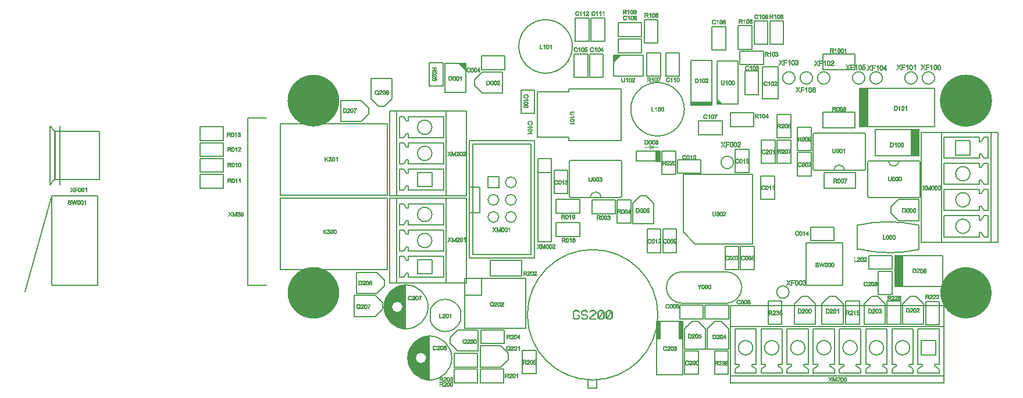
<source format=gbr>
*
G04 Job   : X:\MG\projects\L02-0101\PCB\L02-0101.pcb*
G04 User  : DESKTOP-LPE9H33:User*
G04 Layer : L02-0101_00AST.gbr*
G04 Date  : Tue Mar 14 15:44:53 2017*
%ICAS*%
%MOIN*%
%FSLAX24Y24*%
%OFA0.0000B0.0000*%
G90*
G74*
%ADD11C,0.00394*%
%ADD12C,0.00500*%
%ADD10C,0.00787*%
G01*
G36*
X-17221Y-5512D02*
G03X-18701Y-4032I1480D01*
X-20180Y-5512J1480*
X-18701Y-6991I1479*
X-17221Y-5512J1479*
G01D02*
G03X-18701Y-4032I1480D01*
X-20180Y-5512J1480*
X-18701Y-6991I1479*
X-17221Y-5512J1479*
G01X-17217Y5512D02*
G03X-18701Y6996I1484D01*
X-20185Y5512J1484*
X-18701Y4028I1484*
X-17217Y5512J1484*
G01D02*
G03X-18701Y6996I1484D01*
X-20185Y5512J1484*
X-18701Y4028I1484*
X-17217Y5512J1484*
G01X-13602Y-6299D02*
X-13386D01*
Y-5020*
G03X-14685Y-6319J1299*
X-13386Y-7618I1299*
G01Y-6319*
X-13602*
G02X-13898Y-6614I296*
X-14193Y-6319J295*
X-13898Y-6024I295*
X-13603Y-6299J295*
G01X-13602*
D02*
X-13386D01*
Y-5020*
G03X-14685Y-6319J1299*
X-13386Y-7618I1299*
G01Y-6319*
X-13602*
G02X-13898Y-6614I296*
X-14193Y-6319J295*
X-13898Y-6024I295*
X-13603Y-6299J295*
G01X-13602*
X-12244Y-9232D02*
X-12028D01*
Y-7953*
G03X-13327Y-9252J1299*
X-12028Y-10551I1299*
G01Y-9252*
X-12244*
G02X-12539Y-9547I295*
X-12835Y-9252J295*
X-12539Y-8957I296*
X-12245Y-9232J295*
G01X-12244*
D02*
X-12028D01*
Y-7953*
G03X-13327Y-9252J1299*
X-12028Y-10551I1299*
G01Y-9252*
X-12244*
G02X-12539Y-9547I295*
X-12835Y-9252J295*
X-12539Y-8957I296*
X-12245Y-9232J295*
G01X-12244*
X-9970Y7234D02*
Y7667D01*
X-10404*
X-9970Y7234*
D02*
Y7667D01*
X-10404*
X-9970Y7234*
X-1063Y8110D02*
X-1496D01*
Y7677*
X-1063Y8110*
D02*
X-1496D01*
Y7677*
X-1063Y8110*
X915Y1998D02*
X1191D01*
Y2667*
X915*
Y1998*
D02*
X1191D01*
Y2667*
X915*
Y1998*
X965Y-7146D02*
X2461D01*
Y-8169*
X2224*
Y-7146*
X1201*
Y-8169*
X965*
Y-7146*
D02*
X2461D01*
Y-8169*
X2224*
Y-7146*
X1201*
Y-8169*
X965*
Y-7146*
X2913Y5217D02*
X4173D01*
Y5453*
X2913*
Y5217*
D02*
X4173D01*
Y5453*
X2913*
Y5217*
X12638Y4016D02*
X13110D01*
Y6220*
X12638*
Y4016*
D02*
X13110D01*
Y6220*
X12638*
Y4016*
X14587Y-5197D02*
X15098D01*
Y-3346*
X14587*
Y-5197*
D02*
X15098D01*
Y-3346*
X14587*
Y-5197*
X15531Y2323D02*
X16043D01*
Y3898*
X15531*
Y2323*
D02*
X16043D01*
Y3898*
X15531*
Y2323*
X20171Y-5512D02*
G03X18701Y-4042I1470D01*
X17231Y-5512J1470*
X18701Y-6982I1470*
X20171Y-5512J1470*
G01D02*
G03X18701Y-4042I1470D01*
X17231Y-5512J1470*
X18701Y-6982I1470*
X20171Y-5512J1470*
G01X20195Y5512D02*
G03X18701Y7006I1494D01*
X17207Y5512J1494*
X18701Y4018I1494*
X20195Y5512J1494*
G01D02*
G03X18701Y7006I1494D01*
X17207Y5512J1494*
X18701Y4018I1494*
X20195Y5512J1494*
G37*
G54D10*
G01X-33693Y52D02*
X-35228Y-5460D01*
X-33693Y52D02*
X-35228Y-5460D01*
X-33691Y-5069D02*
X-31053D01*
Y49*
X-33691*
Y-5069*
X-31053*
Y49*
X-33691*
Y-5069*
X-33514Y3750D02*
X-33809Y4045D01*
Y699*
X-33514Y994*
Y3750*
X-33809Y4045*
Y699*
X-33514Y994*
Y3750*
X-33494Y994D02*
X-33219D01*
Y3750*
X-33494*
Y994*
X-33219*
Y3750*
X-33494*
Y994*
X-33219D02*
X-30955D01*
Y3750*
X-33219*
Y994*
X-30955*
Y3750*
X-33219*
Y994*
Y4045D02*
Y699D01*
Y4045D02*
Y699D01*
X-25207Y502D02*
X-23868D01*
Y1289*
X-25207*
Y502*
X-23868*
Y1289*
X-25207*
Y502*
Y1407D02*
X-23868D01*
Y2195*
X-25207*
Y1407*
X-23868*
Y2195*
X-25207*
Y1407*
Y2313D02*
X-23868D01*
Y3100*
X-25207*
Y2313*
X-23868*
Y3100*
X-25207*
Y2313*
Y3219D02*
X-23868D01*
Y4006*
X-25207*
Y3219*
X-23868*
Y4006*
X-25207*
Y3219*
X-21398Y-5079D02*
X-22480D01*
Y4528*
X-21398*
Y-5079D02*
X-22480D01*
Y4528*
X-21398*
X-20610Y-4193D02*
X-14469D01*
Y-79*
X-20610*
Y-4193*
X-14469*
Y-79*
X-20610*
Y-4193*
Y79D02*
X-14469D01*
Y4193*
X-20610*
Y79*
X-14469*
Y4193*
X-20610*
Y79*
X-17146Y5531D02*
X-15965D01*
X-15531Y5098*
Y4744*
X-15965Y4311*
X-17146*
Y5531*
X-15965*
X-15531Y5098*
Y4744*
X-15965Y4311*
X-17146*
Y5531*
X-16358Y-5650D02*
X-15177D01*
X-14744Y-6083*
Y-6437*
X-15177Y-6870*
X-16358*
Y-5650*
X-15177*
X-14744Y-6083*
Y-6437*
X-15177Y-6870*
X-16358*
Y-5650*
X-16240Y-4331D02*
X-15059D01*
X-14626Y-4764*
Y-5118*
X-15059Y-5551*
X-16240*
Y-4331*
X-15059*
X-14626Y-4764*
Y-5118*
X-15059Y-5551*
X-16240*
Y-4331*
X-14331Y-4961D02*
X-9921D01*
Y-79*
X-14331*
Y-4961*
X-9921*
Y-79*
X-14331*
Y-4961*
Y39D02*
X-9921D01*
Y4921*
X-14331*
Y39*
X-9921*
Y4921*
X-14331*
Y39*
X-14193Y6791D02*
Y5610D01*
X-14626Y5177*
X-14980*
X-15413Y5610*
Y6791*
X-14193*
Y5610*
X-14626Y5177*
X-14980*
X-15413Y5610*
Y6791*
X-14193*
X-13937Y-4961D02*
X-11102D01*
Y-79*
X-13937*
Y-4961*
X-11102*
Y-79*
X-13937*
Y-4961*
Y39D02*
X-11102D01*
Y4921*
X-13937*
Y39*
X-11102*
Y4921*
X-13937*
Y39*
X-12736Y-4429D02*
X-11909D01*
Y-3602*
X-12736*
Y-4429*
X-11909*
Y-3602*
X-12736*
Y-4429*
Y571D02*
X-11909D01*
Y1398*
X-12736*
Y571*
X-11909*
Y1398*
X-12736*
Y571*
X-12126Y-6319D02*
G03X-13386Y-5059I1260D01*
X-14646Y-6319J1260*
X-13386Y-7579I1260*
X-12126Y-6319J1260*
X-13386Y-5059I1260*
X-14646Y-6319J1260*
X-13386Y-7579I1260*
X-12126Y-6319J1260*
G01X-12047Y6339D02*
X-11260D01*
Y7677*
X-12047*
Y6339*
X-11260*
Y7677*
X-12047*
Y6339*
X-12008Y-7136D02*
Y-6486D01*
G02X-11142Y-5886I866J325*
X-10276Y-6486J925*
G01Y-7136*
G02X-11142Y-7736I866J325*
X-12008Y-7136J925*
G01Y-6486*
G02X-11142Y-5886I866J325*
X-10276Y-6486J925*
G01Y-7136*
G02X-11142Y-7736I866J325*
X-12008Y-7136J925*
G01X-11909Y-2512D02*
G03X-12323Y-2098I414D01*
X-12736Y-2512J414*
X-12323Y-2925I413*
X-11909Y-2512J413*
X-12323Y-2098I414*
X-12736Y-2512J414*
X-12323Y-2925I413*
X-11909Y-2512J413*
G01Y-1016D02*
G03X-12323Y-602I414D01*
X-12736Y-1016J414*
X-12323Y-1429I413*
X-11909Y-1016J413*
X-12323Y-602I414*
X-12736Y-1016J414*
X-12323Y-1429I413*
X-11909Y-1016J413*
G01Y2488D02*
G03X-12323Y2902I414D01*
X-12736Y2488J414*
X-12323Y2075I413*
X-11909Y2488J413*
X-12323Y2902I414*
X-12736Y2488J414*
X-12323Y2075I413*
X-11909Y2488J413*
G01Y3984D02*
G03X-12323Y4398I414D01*
X-12736Y3984J414*
X-12323Y3571I413*
X-11909Y3984J413*
X-12323Y4398I414*
X-12736Y3984J414*
X-12323Y3571I413*
X-11909Y3984J413*
G01X-11240Y-4626D02*
X-13268D01*
Y-4370*
X-13366*
X-13543Y-4626*
X-13780*
Y-3406*
X-13543*
X-13366Y-3661*
X-13268*
Y-3406*
X-11240*
Y-4626*
X-13268*
Y-4370*
X-13366*
X-13543Y-4626*
X-13780*
Y-3406*
X-13543*
X-13366Y-3661*
X-13268*
Y-3406*
X-11240*
Y-4626*
Y-3122D02*
X-13268D01*
Y-2866*
X-13366*
X-13543Y-3122*
X-13780*
Y-1902*
X-13543*
X-13366Y-2157*
X-13268*
Y-1902*
X-11240*
Y-3122*
X-13268*
Y-2866*
X-13366*
X-13543Y-3122*
X-13780*
Y-1902*
X-13543*
X-13366Y-2157*
X-13268*
Y-1902*
X-11240*
Y-3122*
Y-1626D02*
X-13268D01*
Y-1370*
X-13366*
X-13543Y-1626*
X-13780*
Y-406*
X-13543*
X-13366Y-661*
X-13268*
Y-406*
X-11240*
Y-1626*
X-13268*
Y-1370*
X-13366*
X-13543Y-1626*
X-13780*
Y-406*
X-13543*
X-13366Y-661*
X-13268*
Y-406*
X-11240*
Y-1626*
Y374D02*
X-13268D01*
Y630*
X-13366*
X-13543Y374*
X-13780*
Y1594*
X-13543*
X-13366Y1339*
X-13268*
Y1594*
X-11240*
Y374*
X-13268*
Y630*
X-13366*
X-13543Y374*
X-13780*
Y1594*
X-13543*
X-13366Y1339*
X-13268*
Y1594*
X-11240*
Y374*
Y1878D02*
X-13268D01*
Y2134*
X-13366*
X-13543Y1878*
X-13780*
Y3098*
X-13543*
X-13366Y2843*
X-13268*
Y3098*
X-11240*
Y1878*
X-13268*
Y2134*
X-13366*
X-13543Y1878*
X-13780*
Y3098*
X-13543*
X-13366Y2843*
X-13268*
Y3098*
X-11240*
Y1878*
Y3374D02*
X-13268D01*
Y3630*
X-13366*
X-13543Y3374*
X-13780*
Y4594*
X-13543*
X-13366Y4339*
X-13268*
Y4594*
X-11240*
Y3374*
X-13268*
Y3630*
X-13366*
X-13543Y3374*
X-13780*
Y4594*
X-13543*
X-13366Y4339*
X-13268*
Y4594*
X-11240*
Y3374*
X-11152Y5974D02*
X-9970D01*
Y7667*
X-11152*
Y5974*
X-9970*
Y7667*
X-11152*
Y5974*
X-10768Y-9252D02*
G03X-12028Y-7992I1260D01*
X-13287Y-9252J1260*
X-12028Y-10512I1259*
X-10768Y-9252J1260*
X-12028Y-7992I1260*
X-13287Y-9252J1260*
X-12028Y-10512I1259*
X-10768Y-9252J1260*
G01X-10630Y-10669D02*
X-9291D01*
Y-9882*
X-10630*
Y-10669*
X-9291*
Y-9882*
X-10630*
Y-10669*
Y-9764D02*
X-9291D01*
Y-8976*
X-10630*
Y-9764*
X-9291*
Y-8976*
X-10630*
Y-9764*
X-10039Y-7539D02*
X-6535D01*
Y-4665*
X-10039*
Y-7539*
X-6535*
Y-4665*
X-10039*
Y-7539*
Y-5650D02*
X-9075D01*
Y-4665*
X-10039*
Y-5650*
X-9075*
Y-4665*
X-10039*
Y-5650*
X-9764Y-3504D02*
X-6024D01*
Y3209*
X-9764*
Y-3504*
X-6024*
Y3209*
X-9764*
Y-3504*
Y-925D02*
X-9173D01*
Y551*
X-9764*
Y-925*
X-9173*
Y551*
X-9764*
Y-925*
X-9567Y-3307D02*
X-6220D01*
Y3012*
X-9567*
Y-3307*
X-6220*
Y3012*
X-9567*
Y-3307*
X-9252Y-8858D02*
X-10433D01*
X-10866Y-8425*
Y-8071*
X-10433Y-7638*
X-9252*
Y-8858*
X-10433*
X-10866Y-8425*
Y-8071*
X-10433Y-7638*
X-9252*
Y-8858*
X-9134Y-10669D02*
X-7795D01*
Y-9882*
X-9134*
Y-10669*
X-7795*
Y-9882*
X-9134*
Y-10669*
Y-8543D02*
X-7953D01*
X-7520Y-8976*
Y-9331*
X-7953Y-9764*
X-9134*
Y-8543*
X-7953*
X-7520Y-8976*
Y-9331*
X-7953Y-9764*
X-9134*
Y-8543*
X-9094Y-8425D02*
X-7756D01*
Y-7638*
X-9094*
Y-8425*
X-7756*
Y-7638*
X-9094*
Y-8425*
X-9055Y7283D02*
X-7717D01*
Y8071*
X-9055*
Y7283*
X-7717*
Y8071*
X-9055*
Y7283*
X-8701Y512D02*
X-8071D01*
Y1142*
X-8701*
Y512*
X-8071*
Y1142*
X-8701*
Y512*
X-8563Y-4547D02*
X-6752D01*
Y-3642*
X-8563*
Y-4547*
X-6752*
Y-3642*
X-8563*
Y-4547*
X-8071Y-1161D02*
G03X-8386Y-846I315D01*
X-8701Y-1161J315*
X-8386Y-1476I315*
X-8071Y-1161J315*
X-8386Y-846I315*
X-8701Y-1161J315*
X-8386Y-1476I315*
X-8071Y-1161J315*
G01Y-177D02*
G03X-8386Y138I315D01*
X-8701Y-177J315*
X-8386Y-492I315*
X-8071Y-177J315*
X-8386Y138I315*
X-8701Y-177J315*
X-8386Y-492I315*
X-8071Y-177J315*
G01X-7854Y5945D02*
X-9035D01*
X-9469Y6378*
Y6732*
X-9035Y7165*
X-7854*
Y5945*
X-9035*
X-9469Y6378*
Y6732*
X-9035Y7165*
X-7854*
Y5945*
X-7067Y-1161D02*
G03X-7382Y-846I315D01*
X-7697Y-1161J315*
X-7382Y-1476I315*
X-7067Y-1161J315*
X-7382Y-846I315*
X-7697Y-1161J315*
X-7382Y-1476I315*
X-7067Y-1161J315*
G01Y-177D02*
G03X-7382Y138I315D01*
X-7697Y-177J315*
X-7382Y-492I315*
X-7067Y-177J315*
X-7382Y138I315*
X-7697Y-177J315*
X-7382Y-492I315*
X-7067Y-177J315*
G01Y827D02*
G03X-7382Y1142I315D01*
X-7697Y827J315*
X-7382Y512I315*
X-7067Y827J315*
X-7382Y1142I315*
X-7697Y827J315*
X-7382Y512I315*
X-7067Y827J315*
G01X-6811Y4783D02*
X-6024D01*
Y6122*
X-6811*
Y4783*
X-6024*
Y6122*
X-6811*
Y4783*
X-6732Y-10138D02*
X-5945D01*
Y-8799*
X-6732*
Y-10138*
X-5945*
Y-8799*
X-6732*
Y-10138*
X-5846Y-2579D02*
X-5059D01*
Y2185*
X-5846*
Y-2579*
X-5059*
Y2185*
X-5846*
Y-2579*
Y1398D02*
X-5059D01*
Y2185*
X-5846*
Y1398*
X-5059*
Y2185*
X-5846*
Y1398*
X-4902Y177D02*
X-4114D01*
Y1516*
X-4902*
Y177*
X-4114*
Y1516*
X-4902*
Y177*
X-4783Y-2283D02*
X-3445D01*
Y-1496*
X-4783*
Y-2283*
X-3445*
Y-1496*
X-4783*
Y-2283*
Y-945D02*
X-3445D01*
Y-157*
X-4783*
Y-945*
X-3445*
Y-157*
X-4783*
Y-945*
X-4055Y3406D02*
X-5866D01*
Y6004*
X-4055*
Y6201*
X-1063*
Y3209*
X-4055*
Y3406*
X-5866*
Y6004*
X-4055*
Y6201*
X-1063*
Y3209*
X-4055*
Y3406*
X-3858Y8622D02*
G03X-5394Y10157I1536D01*
X-6929Y8622J1535*
X-5394Y7087I1535*
X-3858Y8622J1535*
X-5394Y10157I1536*
X-6929Y8622J1535*
X-5394Y7087I1535*
X-3858Y8622J1535*
G01X-3760Y6850D02*
X-2972D01*
Y8189*
X-3760*
Y6850*
X-2972*
Y8189*
X-3760*
Y6850*
X-3681Y8917D02*
X-2894D01*
Y10256*
X-3681*
Y8917*
X-2894*
Y10256*
X-3681*
Y8917*
X-2874Y6850D02*
X-2087D01*
Y8189*
X-2874*
Y6850*
X-2087*
Y8189*
X-2874*
Y6850*
X-2795Y8917D02*
X-2008D01*
Y10256*
X-2795*
Y8917*
X-2008*
Y10256*
X-2795*
Y8917*
X-2736Y-965D02*
X-1398D01*
Y-177*
X-2736*
Y-965*
X-1398*
Y-177*
X-2736*
Y-965*
X-2205Y-39D02*
G03X-2520Y276I315D01*
X-2835Y-39J315*
G01X-2205D02*
G03X-2520Y276I315D01*
X-2835Y-39J315*
G01X-1496Y6929D02*
X197D01*
Y8110*
X-1496*
Y6929*
X197*
Y8110*
X-1496*
Y6929*
X-1299Y-1516D02*
X-512D01*
Y-177*
X-1299*
Y-1516*
X-512*
Y-177*
X-1299*
Y-1516*
X-1240Y8268D02*
X98D01*
Y9055*
X-1240*
Y8268*
X98*
Y9055*
X-1240*
Y8268*
X-1220Y9193D02*
X118D01*
Y9980*
X-1220*
Y9193*
X118*
Y9980*
X-1220*
Y9193*
X-1024Y2028D02*
Y20D01*
X-1083Y-39*
X-3957*
X-4016Y20*
Y2028*
X-3957Y2087*
X-1083*
X-1024Y2028*
Y20*
X-1083Y-39*
X-3957*
X-4016Y20*
Y2028*
X-3957Y2087*
X-1083*
X-1024Y2028*
X-413Y-1555D02*
Y-374D01*
X20Y59*
X374*
X807Y-374*
Y-1555*
X-413*
Y-374*
X20Y59*
X374*
X807Y-374*
Y-1555*
X-413*
X-207Y2037D02*
X935D01*
Y2628*
X-207*
Y2037*
X935*
Y2628*
X-207*
Y2037*
X256Y8819D02*
X1043D01*
Y10157*
X256*
Y8819*
X1043*
Y10157*
X256*
Y8819*
X413Y6909D02*
X1201D01*
Y8248*
X413*
Y6909*
X1201*
Y8248*
X413*
Y6909*
X423Y-3199D02*
X1211D01*
Y-1860*
X423*
Y-3199*
X1211*
Y-1860*
X423*
Y-3199*
X965Y-10217D02*
X2461D01*
Y-7146*
X965*
Y-10217*
X2461*
Y-7146*
X965*
Y-10217*
X1270Y1289D02*
X2057D01*
Y2628*
X1270*
Y1289*
X2057*
Y2628*
X1270*
Y1289*
X1329Y-3199D02*
X2116D01*
Y-1860*
X1329*
Y-3199*
X2116*
Y-1860*
X1329*
Y-3199*
X1496Y6909D02*
X2283D01*
Y8248*
X1496*
Y6909*
X2283*
Y8248*
X1496*
Y6909*
X2156Y1348D02*
X3494D01*
Y2136*
X2156*
Y1348*
X3494*
Y2136*
X2156*
Y1348*
X2293Y-7018D02*
X3632D01*
Y-6230*
X2293*
Y-7018*
X3632*
Y-6230*
X2293*
Y-7018*
X2559Y-8760D02*
Y-7579D01*
X2992Y-7146*
X3346*
X3780Y-7579*
Y-8760*
X2559*
Y-7579*
X2992Y-7146*
X3346*
X3780Y-7579*
Y-8760*
X2559*
Y5020D02*
G03X1024Y6555I1535D01*
X-512Y5020J1535*
X1024Y3484I1536*
X2559Y5020J1536*
X1024Y6555I1535*
X-512Y5020J1535*
X1024Y3484I1536*
X2559Y5020J1536*
G01X2579Y-10197D02*
X3366D01*
Y-8858*
X2579*
Y-10197*
X3366*
Y-8858*
X2579*
Y-10197*
X2953Y5256D02*
X4134D01*
Y7815*
X2953*
Y5256*
X4134*
Y7815*
X2953*
Y5256*
X3386Y3563D02*
X4724D01*
Y4350*
X3386*
Y3563*
X4724*
Y4350*
X3386*
Y3563*
X3750Y-7018D02*
X5089D01*
Y-6230*
X3750*
Y-7018*
X5089*
Y-6230*
X3750*
Y-7018*
X3878Y-8760D02*
Y-7579D01*
X4311Y-7146*
X4665*
X5098Y-7579*
Y-8760*
X3878*
Y-7579*
X4311Y-7146*
X4665*
X5098Y-7579*
Y-8760*
X3878*
X4134Y8406D02*
X4921D01*
Y9744*
X4134*
Y8406*
X4921*
Y9744*
X4134*
Y8406*
X4291Y-10197D02*
X5079D01*
Y-8858*
X4291*
Y-10197*
X5079*
Y-8858*
X4291*
Y-10197*
X4449Y5335D02*
X5630D01*
Y7776*
X4449*
Y5335*
X5630*
Y7776*
X4449*
Y5335*
X4892Y-4183D02*
X5679D01*
Y-2844*
X4892*
Y-4183*
X5679*
Y-2844*
X4892*
Y-4183*
X4951Y-6112D02*
G03X5856Y-5207J905D01*
X4951Y-4301I905*
G01X2431*
G03X1526Y-5207J906*
X2431Y-6112I905*
G01X4951*
G03X5856Y-5207J905*
X4951Y-4301I905*
G01X2431*
G03X1526Y-5207J906*
X2431Y-6112I905*
G01X4951*
X5197Y4035D02*
X6535D01*
Y4823*
X5197*
Y4035*
X6535*
Y4823*
X5197*
Y4035*
X5205Y-10669D02*
X17429D01*
Y-6260*
X5205*
Y-10669*
X17429*
Y-6260*
X5205*
Y-10669*
Y-10276D02*
X17429D01*
Y-7441*
X5205*
Y-10276*
X17429*
Y-7441*
X5205*
Y-10276*
X5376Y1969D02*
G03X5020Y2325I356D01*
X4663Y1969J356*
X5020Y1612I357*
X5376Y1969J357*
X5020Y2325I356*
X4663Y1969J356*
X5020Y1612I357*
X5376Y1969J357*
G01X5472Y1378D02*
X6260D01*
Y2717*
X5472*
Y1378*
X6260*
Y2717*
X5472*
Y1378*
X5650Y8465D02*
X6437D01*
Y9803*
X5650*
Y8465*
X6437*
Y9803*
X5650*
Y8465*
X5748Y7579D02*
X7087D01*
Y8366*
X5748*
Y7579*
X7087*
Y8366*
X5748*
Y7579*
X5778Y-4183D02*
X6565D01*
Y-2844*
X5778*
Y-4183*
X6565*
Y-2844*
X5778*
Y-4183*
X6024Y5866D02*
X6811D01*
Y7205*
X6024*
Y5866*
X6811*
Y7205*
X6024*
Y5866*
X6467Y-2707D02*
X3179D01*
X2490Y-2018*
Y1270*
X6467*
Y-2707*
X3179*
X2490Y-2018*
Y1270*
X6467*
Y-2707*
X6484Y-8661D02*
G02X6071Y-9075I413D01*
X5657Y-8661J414*
X6071Y-8248I414*
X6484Y-8661J413*
X6071Y-9075I413*
X5657Y-8661J414*
X6071Y-8248I414*
X6484Y-8661J413*
G01X6555Y8740D02*
X7343D01*
Y10079*
X6555*
Y8740*
X7343*
Y10079*
X6555*
Y8740*
X6681Y-7579D02*
Y-9606D01*
X6425*
Y-9705*
X6681Y-9882*
Y-10118*
X5461*
Y-9882*
X5717Y-9705*
Y-9606*
X5461*
Y-7579*
X6681*
Y-9606*
X6425*
Y-9705*
X6681Y-9882*
Y-10118*
X5461*
Y-9882*
X5717Y-9705*
Y-9606*
X5461*
Y-7579*
X6681*
X6939Y-148D02*
X7726D01*
Y1191*
X6939*
Y-148*
X7726*
Y1191*
X6939*
Y-148*
X6969Y1929D02*
X7756D01*
Y3268*
X6969*
Y1929*
X7756*
Y3268*
X6969*
Y1929*
X7028Y5630D02*
X7933D01*
Y7441*
X7028*
Y5630*
X7933*
Y7441*
X7028*
Y5630*
X7362Y-7323D02*
X8150D01*
Y-5984*
X7362*
Y-7323*
X8150*
Y-5984*
X7362*
Y-7323*
X7461Y8740D02*
X8248D01*
Y10079*
X7461*
Y8740*
X8248*
Y10079*
X7461*
Y8740*
X7874Y1929D02*
X8661D01*
Y3268*
X7874*
Y1929*
X8661*
Y3268*
X7874*
Y1929*
Y3386D02*
X8661D01*
Y4724*
X7874*
Y3386*
X8661*
Y4724*
X7874*
Y3386*
X7980Y-8661D02*
G02X7567Y-9075I413D01*
X7154Y-8661J414*
X7567Y-8248I413*
X7980Y-8661J413*
X7567Y-9075I413*
X7154Y-8661J414*
X7567Y-8248I413*
X7980Y-8661J413*
G01X8177Y-7579D02*
Y-9606D01*
X7921*
Y-9705*
X8177Y-9882*
Y-10118*
X6957*
Y-9882*
X7213Y-9705*
Y-9606*
X6957*
Y-7579*
X8177*
Y-9606*
X7921*
Y-9705*
X8177Y-9882*
Y-10118*
X6957*
Y-9882*
X7213Y-9705*
Y-9606*
X6957*
Y-7579*
X8177*
X8565Y-5472D02*
G03X8209Y-5116I356D01*
X7852Y-5472J356*
X8209Y-5829I357*
X8565Y-5472J357*
X8209Y-5116I356*
X7852Y-5472J356*
X8209Y-5829I357*
X8565Y-5472J357*
G01X8858Y-7323D02*
Y-6142D01*
X9291Y-5709*
X9646*
X10079Y-6142*
Y-7323*
X8858*
Y-6142*
X9291Y-5709*
X9646*
X10079Y-6142*
Y-7323*
X8858*
X8907Y6815D02*
G03X8551Y7171I356D01*
X8195Y6815J356*
X8551Y6459I356*
X8907Y6815J356*
X8551Y7171I356*
X8195Y6815J356*
X8551Y6459I356*
X8907Y6815J356*
G01X9051Y1201D02*
X9839D01*
Y2539*
X9051*
Y1201*
X9839*
Y2539*
X9051*
Y1201*
Y2657D02*
X9839D01*
Y3996*
X9051*
Y2657*
X9839*
Y3996*
X9051*
Y2657*
X9476Y-8661D02*
G02X9063Y-9075I413D01*
X8650Y-8661J414*
X9063Y-8248I413*
X9476Y-8661J413*
X9063Y-9075I413*
X8650Y-8661J414*
X9063Y-8248I413*
X9476Y-8661J413*
G01X9547Y-5079D02*
X11634D01*
Y-2638*
X9547*
Y-5079*
X11634*
Y-2638*
X9547*
Y-5079*
X9673Y-7579D02*
Y-9606D01*
X9417*
Y-9705*
X9673Y-9882*
Y-10118*
X8453*
Y-9882*
X8709Y-9705*
Y-9606*
X8453*
Y-7579*
X9673*
Y-9606*
X9417*
Y-9705*
X9673Y-9882*
Y-10118*
X8453*
Y-9882*
X8709Y-9705*
Y-9606*
X8453*
Y-7579*
X9673*
X9803Y-2520D02*
X11142D01*
Y-1732*
X9803*
Y-2520*
X11142*
Y-1732*
X9803*
Y-2520*
X9907Y6815D02*
G03X9551Y7171I356D01*
X9195Y6815J356*
X9551Y6459I356*
X9907Y6815J356*
X9551Y7171I356*
X9195Y6815J356*
X9551Y6459I356*
X9907Y6815J356*
G01X10433Y-7323D02*
Y-6142D01*
X10866Y-5709*
X11220*
X11654Y-6142*
Y-7323*
X10433*
Y-6142*
X10866Y-5709*
X11220*
X11654Y-6142*
Y-7323*
X10433*
X10512Y3937D02*
X12323D01*
Y4843*
X10512*
Y3937*
X12323*
Y4843*
X10512*
Y3937*
Y7287D02*
X12323D01*
Y8193*
X10512*
Y7287*
X12323*
Y8193*
X10512*
Y7287*
X10571Y488D02*
X12382D01*
Y1394*
X10571*
Y488*
X12382*
Y1394*
X10571*
Y488*
X10907Y6815D02*
G03X10551Y7171I356D01*
X10195Y6815J356*
X10551Y6459I356*
X10907Y6815J356*
X10551Y7171I356*
X10195Y6815J356*
X10551Y6459I356*
X10907Y6815J356*
G01X10972Y-8661D02*
G02X10559Y-9075I413D01*
X10146Y-8661J414*
X10559Y-8248I413*
X10972Y-8661J413*
X10559Y-9075I413*
X10146Y-8661J414*
X10559Y-8248I413*
X10972Y-8661J413*
G01X11169Y-7579D02*
Y-9606D01*
X10913*
Y-9705*
X11169Y-9882*
Y-10118*
X9949*
Y-9882*
X10205Y-9705*
Y-9606*
X9949*
Y-7579*
X11169*
Y-9606*
X10913*
Y-9705*
X11169Y-9882*
Y-10118*
X9949*
Y-9882*
X10205Y-9705*
Y-9606*
X9949*
Y-7579*
X11169*
X11752Y1516D02*
G03X11437Y1831I315D01*
X11122Y1516J315*
G01X11752D02*
G03X11437Y1831I315D01*
X11122Y1516J315*
G01X11811Y-7323D02*
X12598D01*
Y-5984*
X11811*
Y-7323*
X12598*
Y-5984*
X11811*
Y-7323*
X12461Y-1634D02*
Y-3012D01*
Y-1634D02*
Y-3012D01*
X12467Y-2985D02*
G03X14331Y-3209I1864J7650D01*
X16007Y-3028J7874*
G01X12467Y-2985D02*
G03X14331Y-3209I1864J7650D01*
X16007Y-3028J7874*
G01X12469Y-8661D02*
G02X12055Y-9075I414D01*
X11642Y-8661J414*
X12055Y-8248I413*
X12469Y-8661J413*
X12055Y-9075I414*
X11642Y-8661J414*
X12055Y-8248I413*
X12469Y-8661J413*
G01X12618Y4016D02*
X16890D01*
Y6220*
X12618*
Y4016*
X16890*
Y6220*
X12618*
Y4016*
X12665Y-7579D02*
Y-9606D01*
X12409*
Y-9705*
X12665Y-9882*
Y-10118*
X11445*
Y-9882*
X11701Y-9705*
Y-9606*
X11445*
Y-7579*
X12665*
Y-9606*
X12409*
Y-9705*
X12665Y-9882*
Y-10118*
X11445*
Y-9882*
X11701Y-9705*
Y-9606*
X11445*
Y-7579*
X12665*
X12854Y-7323D02*
Y-6142D01*
X13287Y-5709*
X13642*
X14075Y-6142*
Y-7323*
X12854*
Y-6142*
X13287Y-5709*
X13642*
X14075Y-6142*
Y-7323*
X12854*
X12907Y6817D02*
G03X12551Y7173I356D01*
X12195Y6817J356*
X12551Y6461I356*
X12907Y6817J356*
X12551Y7173I356*
X12195Y6817J356*
X12551Y6461I356*
X12907Y6817J356*
G01X12933Y3583D02*
Y1575D01*
X12874Y1516*
X10000*
X9941Y1575*
Y3583*
X10000Y3642*
X12874*
X12933Y3583*
Y1575*
X12874Y1516*
X10000*
X9941Y1575*
Y3583*
X10000Y3642*
X12874*
X12933Y3583*
X13071Y0D02*
Y2008D01*
X13130Y2067*
X16004*
X16063Y2008*
Y0*
X16004Y-59*
X13130*
X13071Y0*
Y2008*
X13130Y2067*
X16004*
X16063Y2008*
Y0*
X16004Y-59*
X13130*
X13071Y0*
X13130Y-4154D02*
X14469D01*
Y-3366*
X13130*
Y-4154*
X14469*
Y-3366*
X13130*
Y-4154*
X13504Y2362D02*
X15925D01*
Y3858*
X13504*
Y2362*
X15925*
Y3858*
X13504*
Y2362*
X13681Y-5610D02*
X14469D01*
Y-4272*
X13681*
Y-5610*
X14469*
Y-4272*
X13681*
Y-5610*
X13907Y6817D02*
G03X13551Y7173I356D01*
X13195Y6817J356*
X13551Y6461I356*
X13907Y6817J356*
X13551Y7173I356*
X13195Y6817J356*
X13551Y6461I356*
X13907Y6817J356*
G01X13984Y-8661D02*
G02X13571Y-9075I413D01*
X13157Y-8661J414*
X13571Y-8248I414*
X13984Y-8661J413*
X13571Y-9075I413*
X13157Y-8661J414*
X13571Y-8248I414*
X13984Y-8661J413*
G01X14173Y-7323D02*
X14961D01*
Y-5984*
X14173*
Y-7323*
X14961*
Y-5984*
X14173*
Y-7323*
X14181Y-7579D02*
Y-9606D01*
X13925*
Y-9705*
X14181Y-9882*
Y-10118*
X12961*
Y-9882*
X13217Y-9705*
Y-9606*
X12961*
Y-7579*
X14181*
Y-9606*
X13925*
Y-9705*
X14181Y-9882*
Y-10118*
X12961*
Y-9882*
X13217Y-9705*
Y-9606*
X12961*
Y-7579*
X14181*
X14252Y2067D02*
G03X14567Y1752I315D01*
X14882Y2067J315*
G01X14252D02*
G03X14567Y1752I315D01*
X14882Y2067J315*
G01X14626Y-5157D02*
X17362D01*
Y-3386*
X14626*
Y-5157*
X17362*
Y-3386*
X14626*
Y-5157*
X15059Y-7323D02*
Y-6142D01*
X15492Y-5709*
X15846*
X16280Y-6142*
Y-7323*
X15059*
Y-6142*
X15492Y-5709*
X15846*
X16280Y-6142*
Y-7323*
X15059*
X15480Y-8661D02*
G02X15067Y-9075I413D01*
X14654Y-8661J414*
X15067Y-8248I413*
X15480Y-8661J413*
X15067Y-9075I413*
X14654Y-8661J414*
X15067Y-8248I413*
X15480Y-8661J413*
G01X15677Y-7579D02*
Y-9606D01*
X15421*
Y-9705*
X15677Y-9882*
Y-10118*
X14457*
Y-9882*
X14713Y-9705*
Y-9606*
X14457*
Y-7579*
X15677*
Y-9606*
X15421*
Y-9705*
X15677Y-9882*
Y-10118*
X14457*
Y-9882*
X14713Y-9705*
Y-9606*
X14457*
Y-7579*
X15677*
X15907Y6817D02*
G03X15551Y7173I356D01*
X15195Y6817J356*
X15551Y6461I356*
X15907Y6817J356*
X15551Y7173I356*
X15195Y6817J356*
X15551Y6461I356*
X15907Y6817J356*
G01X15982Y-1634D02*
G03X14232Y-1437I1750J7677D01*
X12462Y-1639J7874*
G01X15982Y-1634D02*
G03X14232Y-1437I1750J7677D01*
X12462Y-1639J7874*
G01X16004Y-3012D02*
Y-1634D01*
Y-3012D02*
Y-1634D01*
Y-1378D02*
X14823D01*
X14390Y-945*
Y-591*
X14823Y-157*
X16004*
Y-1378*
X14823*
X14390Y-945*
Y-591*
X14823Y-157*
X16004*
Y-1378*
X16122Y-2598D02*
X20531D01*
Y3681*
X16122*
Y-2598*
X20531*
Y3681*
X16122*
Y-2598*
X16150Y-9075D02*
X16976D01*
Y-8248*
X16150*
Y-9075*
X16976*
Y-8248*
X16150*
Y-9075*
X16398Y-7343D02*
X17185D01*
Y-6004*
X16398*
Y-7343*
X17185*
Y-6004*
X16398*
Y-7343*
X16907Y6817D02*
G03X16551Y7173I356D01*
X16195Y6817J356*
X16551Y6461I356*
X16907Y6817J356*
X16551Y7173I356*
X16195Y6817J356*
X16551Y6461I356*
X16907Y6817J356*
G01X17173Y-7579D02*
Y-9606D01*
X16917*
Y-9705*
X17173Y-9882*
Y-10118*
X15953*
Y-9882*
X16209Y-9705*
Y-9606*
X15953*
Y-7579*
X17173*
Y-9606*
X16917*
Y-9705*
X17173Y-9882*
Y-10118*
X15953*
Y-9882*
X16209Y-9705*
Y-9606*
X15953*
Y-7579*
X17173*
X17303Y-2598D02*
X20138D01*
Y3681*
X17303*
Y-2598*
X20138*
Y3681*
X17303*
Y-2598*
X17441Y-1083D02*
X19469D01*
Y-1339*
X19567*
X19744Y-1083*
X19980*
Y-2303*
X19744*
X19567Y-2047*
X19469*
Y-2303*
X17441*
Y-1083*
X19469*
Y-1339*
X19567*
X19744Y-1083*
X19980*
Y-2303*
X19744*
X19567Y-2047*
X19469*
Y-2303*
X17441*
Y-1083*
Y433D02*
X19469D01*
Y177*
X19567*
X19744Y433*
X19980*
Y-787*
X19744*
X19567Y-531*
X19469*
Y-787*
X17441*
Y433*
X19469*
Y177*
X19567*
X19744Y433*
X19980*
Y-787*
X19744*
X19567Y-531*
X19469*
Y-787*
X17441*
Y433*
Y1929D02*
X19469D01*
Y1673*
X19567*
X19744Y1929*
X19980*
Y709*
X19744*
X19567Y965*
X19469*
Y709*
X17441*
Y1929*
X19469*
Y1673*
X19567*
X19744Y1929*
X19980*
Y709*
X19744*
X19567Y965*
X19469*
Y709*
X17441*
Y1929*
Y3425D02*
X19469D01*
Y3169*
X19567*
X19744Y3425*
X19980*
Y2205*
X19744*
X19567Y2461*
X19469*
Y2205*
X17441*
Y3425*
X19469*
Y3169*
X19567*
X19744Y3425*
X19980*
Y2205*
X19744*
X19567Y2461*
X19469*
Y2205*
X17441*
Y3425*
X18110Y2402D02*
X18937D01*
Y3228*
X18110*
Y2402*
X18937*
Y3228*
X18110*
Y2402*
X18524Y-1280D02*
G02X18937Y-1693J413D01*
X18524Y-2106I413*
X18110Y-1693J413*
X18524Y-1280I414*
X18937Y-1693J413*
X18524Y-2106I413*
X18110Y-1693J413*
X18524Y-1280I414*
G01Y236D02*
G02X18937Y-177J413D01*
X18524Y-591I413*
X18110Y-177J414*
X18524Y236I414*
X18937Y-177J413*
X18524Y-591I413*
X18110Y-177J414*
X18524Y236I414*
G01Y1732D02*
G02X18937Y1319J413D01*
X18524Y906I413*
X18110Y1319J413*
X18524Y1732I414*
X18937Y1319J413*
X18524Y906I413*
X18110Y1319J413*
X18524Y1732I414*
G54D11*
G01X-32783Y-359D02*
X-32752Y-357D01*
X-32751Y-366*
X-32749Y-373*
X-32746Y-380*
X-32742Y-387*
X-32740Y-389*
X-32738Y-392*
X-32735Y-395*
X-32733Y-397*
X-32729Y-399*
X-32726Y-402*
X-32722Y-404*
X-32718Y-406*
X-32710Y-409*
X-32701Y-411*
X-32691Y-412*
X-32681Y-413*
X-32672Y-412*
X-32664Y-411*
X-32656Y-410*
X-32649Y-407*
X-32642Y-404*
X-32637Y-401*
X-32632Y-397*
X-32628Y-392*
X-32625Y-387*
X-32623Y-382*
X-32622Y-377*
X-32621Y-372*
X-32622Y-366*
X-32623Y-361*
X-32625Y-356*
X-32628Y-352*
X-32630Y-350*
X-32632Y-348*
X-32634Y-346*
X-32637Y-344*
X-32640Y-342*
X-32643Y-341*
X-32646Y-339*
X-32650Y-337*
X-32653Y-336*
X-32656Y-335*
X-32660Y-334*
X-32665Y-333*
X-32671Y-331*
X-32678Y-329*
X-32685Y-328*
X-32693Y-326*
X-32701Y-324*
X-32708Y-322*
X-32715Y-320*
X-32721Y-318*
X-32727Y-316*
X-32732Y-314*
X-32736Y-312*
X-32739Y-311*
X-32744Y-308*
X-32747Y-306*
X-32751Y-303*
X-32754Y-300*
X-32758Y-298*
X-32760Y-295*
X-32763Y-291*
X-32765Y-288*
X-32767Y-285*
X-32769Y-281*
X-32770Y-277*
X-32771Y-274*
X-32772Y-270*
X-32773Y-266*
Y-262*
X-32774Y-258*
X-32773Y-253*
Y-249*
X-32772Y-244*
X-32771Y-240*
X-32770Y-236*
X-32768Y-232*
X-32766Y-228*
X-32763Y-224*
X-32760Y-220*
X-32758Y-216*
X-32754Y-213*
X-32750Y-210*
X-32746Y-207*
X-32742Y-204*
X-32738Y-202*
X-32733Y-200*
X-32728Y-198*
X-32723Y-196*
X-32717Y-195*
X-32712Y-193*
X-32706Y-192*
X-32701*
X-32695*
X-32689Y-191*
X-32682Y-192*
X-32676*
X-32669*
X-32663Y-193*
X-32658Y-195*
X-32652Y-196*
X-32647Y-198*
X-32641Y-200*
X-32636Y-202*
X-32632Y-205*
X-32627Y-208*
X-32623Y-211*
X-32619Y-214*
X-32616Y-217*
X-32613Y-221*
X-32610Y-226*
X-32607Y-230*
X-32605Y-234*
X-32603Y-239*
X-32601Y-243*
X-32600Y-248*
X-32599Y-253*
X-32598Y-258*
Y-264*
X-32629Y-266*
Y-260*
X-32630Y-255*
X-32632Y-250*
X-32634Y-246*
X-32636Y-242*
X-32639Y-238*
X-32642Y-234*
X-32645Y-231*
X-32649Y-228*
X-32653Y-226*
X-32658Y-224*
X-32663Y-222*
X-32668Y-221*
X-32674Y-220*
X-32681*
X-32687Y-219*
X-32694Y-220*
X-32701*
X-32707Y-221*
X-32712Y-222*
X-32717Y-224*
X-32722Y-225*
X-32726Y-228*
X-32730Y-230*
X-32733Y-233*
X-32735Y-236*
X-32738Y-239*
X-32740Y-242*
X-32741Y-245*
X-32742Y-248*
X-32743Y-252*
Y-256*
Y-259*
X-32742Y-262*
X-32741Y-265*
Y-268*
X-32739Y-270*
X-32738Y-273*
X-32736Y-275*
X-32733Y-277*
X-32731Y-279*
X-32727Y-281*
X-32722Y-284*
X-32717Y-286*
X-32710Y-288*
X-32703Y-290*
X-32694Y-292*
X-32685Y-295*
X-32676Y-297*
X-32667Y-299*
X-32660Y-301*
X-32652Y-303*
X-32646Y-305*
X-32641Y-306*
X-32636Y-308*
X-32632Y-310*
X-32627Y-312*
X-32622Y-315*
X-32617Y-318*
X-32613Y-321*
X-32610Y-324*
X-32606Y-327*
X-32603Y-331*
X-32601Y-334*
X-32598Y-338*
X-32596Y-342*
X-32595Y-346*
X-32593Y-350*
X-32592Y-355*
X-32591Y-359*
Y-364*
Y-369*
Y-374*
Y-378*
X-32592Y-383*
X-32593Y-388*
X-32595Y-392*
X-32597Y-397*
X-32599Y-401*
X-32602Y-405*
X-32604Y-409*
X-32608Y-413*
X-32611Y-417*
X-32615Y-420*
X-32619Y-423*
X-32624Y-427*
X-32628Y-429*
X-32633Y-432*
X-32638Y-434*
X-32644Y-436*
X-32649Y-437*
X-32655Y-439*
X-32661Y-440*
X-32667Y-441*
X-32673*
X-32680*
X-32688*
X-32695*
X-32703Y-440*
X-32710Y-439*
X-32716Y-437*
X-32723Y-436*
X-32729Y-434*
X-32735Y-432*
X-32740Y-429*
X-32745Y-426*
X-32750Y-423*
X-32754Y-420*
X-32758Y-416*
X-32763Y-412*
X-32766Y-408*
X-32769Y-403*
X-32772Y-398*
X-32775Y-393*
X-32777Y-388*
X-32779Y-382*
X-32780Y-377*
X-32781Y-371*
X-32782Y-365*
X-32783Y-359*
X-32642Y291D02*
X-32548Y416D01*
X-32631Y533*
X-32592*
X-32548Y471*
X-32545Y466*
X-32542Y462*
X-32539Y458*
X-32537Y454*
X-32534Y451*
X-32533Y447*
X-32531Y444*
X-32529Y442*
X-32525Y448*
X-32520Y455*
X-32516Y461*
X-32510Y469*
X-32462Y533*
X-32427*
X-32511Y418*
X-32420Y291*
X-32460*
X-32521Y377*
X-32531Y392*
X-32533Y389*
X-32534Y387*
X-32536Y384*
X-32537Y382*
X-32539Y380*
X-32540Y378*
X-32541Y376*
X-32542Y375*
X-32603Y291*
X-32642*
X-32505Y-437D02*
X-32569Y-196D01*
X-32536*
X-32499Y-354*
X-32494Y-379*
X-32489Y-403*
X-32488Y-399*
X-32487Y-394*
X-32486Y-390*
X-32485Y-386*
X-32484Y-382*
X-32483Y-379*
X-32482Y-376*
Y-373*
X-32481Y-370*
X-32480Y-368*
Y-366*
X-32479Y-364*
Y-362*
Y-361*
X-32478Y-360*
Y-359*
X-32432Y-196*
X-32394*
X-32359Y-318*
X-32353Y-340*
X-32348Y-362*
X-32344Y-383*
X-32340Y-403*
X-32338Y-392*
X-32335Y-379*
X-32332Y-365*
X-32328Y-351*
X-32290Y-196*
X-32258*
X-32324Y-437*
X-32355*
X-32406Y-253*
X-32407Y-247*
X-32409Y-243*
X-32410Y-238*
X-32411Y-235*
X-32412Y-231*
X-32413Y-229*
Y-226*
X-32414Y-225*
X-32416Y-233*
X-32418Y-240*
X-32419Y-247*
X-32421Y-253*
X-32472Y-437*
X-32505*
X-32391Y291D02*
Y533D01*
X-32228*
Y504*
X-32359*
Y430*
X-32245*
Y401*
X-32359*
Y291*
X-32391*
X-32240Y-318D02*
Y-307D01*
Y-298*
X-32239Y-288*
X-32238Y-279*
X-32237Y-271*
X-32235Y-263*
X-32233Y-256*
X-32231Y-249*
X-32229Y-243*
X-32227Y-237*
X-32223Y-231*
X-32220Y-226*
X-32217Y-221*
X-32213Y-217*
X-32209Y-213*
X-32205Y-209*
X-32201Y-205*
X-32196Y-203*
X-32191Y-200*
X-32185Y-198*
X-32180Y-196*
X-32174*
X-32168Y-195*
X-32161*
X-32157*
X-32152*
X-32147Y-196*
X-32143*
X-32139Y-198*
X-32135Y-199*
X-32131Y-200*
X-32127Y-202*
X-32120Y-207*
X-32114Y-212*
X-32108Y-218*
X-32103Y-225*
X-32098Y-233*
X-32094Y-241*
X-32091Y-251*
X-32088Y-261*
X-32087Y-266*
X-32086Y-272*
X-32085Y-279*
X-32084Y-286*
X-32083Y-293*
Y-301*
X-32082Y-309*
Y-318*
X-32083Y-328*
Y-338*
X-32084Y-348*
X-32085Y-356*
X-32086Y-365*
X-32087Y-372*
X-32089Y-380*
X-32091Y-387*
X-32094Y-393*
X-32096Y-399*
X-32099Y-405*
X-32102Y-410*
X-32106Y-415*
X-32109Y-419*
X-32113Y-423*
X-32117Y-427*
X-32122Y-430*
X-32127Y-433*
X-32132Y-436*
X-32137Y-438*
X-32143Y-439*
X-32149Y-440*
X-32155Y-441*
X-32161*
X-32170*
X-32178Y-440*
X-32185Y-438*
X-32193Y-435*
X-32199Y-432*
X-32205Y-427*
X-32211Y-422*
X-32216Y-416*
X-32219Y-412*
X-32222Y-408*
X-32224Y-404*
X-32227Y-399*
X-32229Y-394*
X-32231Y-388*
X-32233Y-383*
X-32234Y-376*
X-32236Y-370*
X-32237Y-364*
X-32238Y-357*
X-32239Y-350*
Y-342*
X-32240Y-334*
Y-326*
Y-318*
X-32210D02*
Y-325D01*
Y-332*
X-32209Y-339*
Y-345*
X-32208Y-351*
Y-357*
X-32207Y-363*
X-32206Y-368*
X-32205Y-372*
X-32204Y-377*
X-32203Y-381*
X-32202Y-385*
X-32201Y-389*
X-32199Y-392*
X-32197Y-395*
X-32196Y-397*
X-32192Y-402*
X-32188Y-406*
X-32184Y-409*
X-32180Y-412*
X-32176Y-414*
X-32171Y-416*
X-32166Y-417*
X-32161*
X-32156*
X-32151Y-416*
X-32147Y-414*
X-32142Y-412*
X-32138Y-409*
X-32134Y-406*
X-32130Y-402*
X-32127Y-397*
X-32125Y-395*
X-32124Y-392*
X-32122Y-388*
X-32121Y-385*
X-32120Y-381*
X-32118Y-377*
X-32117Y-372*
X-32116Y-367*
Y-363*
X-32115Y-357*
X-32114Y-351*
Y-345*
X-32113Y-339*
Y-332*
Y-325*
Y-318*
Y-311*
Y-304*
Y-297*
X-32114Y-291*
Y-285*
X-32115Y-279*
X-32116Y-273*
Y-268*
X-32117Y-264*
X-32118Y-259*
X-32120Y-255*
X-32121Y-251*
X-32122Y-247*
X-32124Y-244*
X-32125Y-241*
X-32127Y-239*
X-32130Y-234*
X-32134Y-230*
X-32138Y-227*
X-32142Y-224*
X-32147Y-222*
X-32152Y-220*
X-32157Y-219*
X-32162*
X-32167*
X-32171Y-220*
X-32176Y-222*
X-32180Y-223*
X-32184Y-226*
X-32188Y-229*
X-32191Y-232*
X-32194Y-236*
X-32196Y-239*
X-32198Y-243*
X-32200Y-246*
X-32201Y-250*
X-32202Y-254*
X-32204Y-258*
X-32205Y-263*
X-32206Y-268*
X-32207Y-273*
X-32208Y-279*
Y-285*
X-32209Y-291*
Y-297*
X-32210Y-304*
Y-311*
Y-318*
X-32198Y410D02*
Y421D01*
Y431*
X-32197Y440*
X-32196Y449*
X-32194Y457*
X-32193Y465*
X-32191Y473*
X-32189Y479*
X-32187Y486*
X-32184Y492*
X-32181Y497*
X-32178Y503*
X-32175Y507*
X-32171Y512*
X-32167Y516*
X-32163Y520*
X-32158Y523*
X-32154Y526*
X-32149Y528*
X-32143Y530*
X-32138Y532*
X-32132Y533*
X-32126Y534*
X-32119*
X-32114*
X-32110Y533*
X-32105*
X-32101Y532*
X-32097Y531*
X-32093Y529*
X-32089Y528*
X-32085Y526*
X-32078Y521*
X-32071Y516*
X-32066Y510*
X-32061Y503*
X-32056Y496*
X-32052Y487*
X-32049Y478*
X-32046Y467*
X-32044Y462*
X-32043Y456*
X-32042Y449*
Y443*
X-32041Y435*
X-32040Y427*
Y419*
Y410*
Y400*
X-32041Y390*
Y381*
X-32042Y372*
X-32044Y364*
X-32045Y356*
X-32047Y349*
X-32049Y342*
X-32051Y335*
X-32054Y329*
X-32057Y324*
X-32060Y319*
X-32063Y314*
X-32067Y309*
X-32071Y305*
X-32075Y301*
X-32080Y298*
X-32084Y295*
X-32089Y293*
X-32095Y291*
X-32100Y289*
X-32106Y288*
X-32113Y287*
X-32119*
X-32128Y288*
X-32136Y289*
X-32143Y291*
X-32150Y293*
X-32157Y297*
X-32163Y301*
X-32169Y306*
X-32174Y312*
X-32177Y316*
X-32180Y320*
X-32182Y325*
X-32185Y329*
X-32187Y335*
X-32189Y340*
X-32190Y346*
X-32192Y352*
X-32194Y358*
X-32195Y365*
X-32196Y371*
X-32197Y379*
Y386*
X-32198Y394*
Y402*
Y410*
X-32168D02*
Y403D01*
X-32167Y396*
Y389*
Y383*
X-32166Y377*
Y371*
X-32165Y366*
X-32164Y361*
X-32163Y356*
X-32162Y351*
X-32161Y347*
X-32160Y343*
X-32158Y340*
X-32157Y337*
X-32155Y334*
X-32154Y331*
X-32150Y327*
X-32146Y323*
X-32142Y319*
X-32138Y316*
X-32134Y314*
X-32129Y313*
X-32124Y312*
X-32119Y311*
X-32114Y312*
X-32109Y313*
X-32105Y314*
X-32100Y316*
X-32096Y319*
X-32092Y323*
X-32088Y327*
X-32085Y331*
X-32083Y334*
X-32081Y337*
X-32080Y340*
X-32078Y344*
X-32077Y347*
X-32076Y352*
X-32075Y356*
X-32074Y361*
X-32073Y366*
Y371*
X-32072Y377*
Y383*
X-32071Y389*
Y396*
Y403*
Y410*
Y418*
Y425*
Y431*
X-32072Y438*
Y444*
X-32073Y449*
Y455*
X-32074Y460*
X-32075Y465*
X-32076Y469*
X-32077Y473*
X-32078Y477*
X-32080Y481*
X-32081Y484*
X-32083Y487*
X-32085Y490*
X-32088Y494*
X-32092Y498*
X-32096Y501*
X-32100Y504*
X-32105Y506*
X-32109Y508*
X-32114Y509*
X-32119*
X-32125*
X-32129Y508*
X-32134Y507*
X-32138Y505*
X-32142Y502*
X-32146Y500*
X-32149Y496*
X-32152Y492*
X-32154Y489*
X-32156Y486*
X-32157Y482*
X-32159Y478*
X-32160Y474*
X-32162Y470*
X-32163Y466*
X-32164Y461*
X-32165Y455*
Y450*
X-32166Y444*
X-32167Y438*
Y431*
Y425*
X-32168Y418*
Y410*
X-32052Y-318D02*
Y-307D01*
Y-298*
X-32051Y-288*
X-32050Y-279*
X-32049Y-271*
X-32047Y-263*
X-32046Y-256*
X-32044Y-249*
X-32041Y-243*
X-32039Y-237*
X-32036Y-231*
X-32033Y-226*
X-32029Y-221*
X-32026Y-217*
X-32021Y-213*
X-32017Y-209*
X-32013Y-205*
X-32008Y-203*
X-32003Y-200*
X-31998Y-198*
X-31992Y-196*
X-31986*
X-31980Y-195*
X-31974*
X-31969*
X-31964*
X-31960Y-196*
X-31955*
X-31951Y-198*
X-31947Y-199*
X-31943Y-200*
X-31939Y-202*
X-31932Y-207*
X-31926Y-212*
X-31920Y-218*
X-31915Y-225*
X-31910Y-233*
X-31906Y-241*
X-31903Y-251*
X-31900Y-261*
X-31899Y-266*
X-31898Y-272*
X-31897Y-279*
X-31896Y-286*
X-31895Y-293*
Y-301*
Y-309*
Y-318*
Y-328*
Y-338*
X-31896Y-348*
X-31897Y-356*
X-31898Y-365*
X-31900Y-372*
X-31901Y-380*
X-31903Y-387*
X-31906Y-393*
X-31908Y-399*
X-31911Y-405*
X-31914Y-410*
X-31918Y-415*
X-31921Y-419*
X-31925Y-423*
X-31930Y-427*
X-31934Y-430*
X-31939Y-433*
X-31944Y-436*
X-31949Y-438*
X-31955Y-439*
X-31961Y-440*
X-31967Y-441*
X-31974*
X-31982*
X-31990Y-440*
X-31998Y-438*
X-32005Y-435*
X-32011Y-432*
X-32017Y-427*
X-32023Y-422*
X-32029Y-416*
X-32031Y-412*
X-32034Y-408*
X-32037Y-404*
X-32039Y-399*
X-32041Y-394*
X-32043Y-388*
X-32045Y-383*
X-32047Y-376*
X-32048Y-370*
X-32049Y-364*
X-32050Y-357*
X-32051Y-350*
Y-342*
X-32052Y-334*
Y-326*
Y-318*
X-32022D02*
Y-325D01*
Y-332*
X-32021Y-339*
Y-345*
Y-351*
X-32020Y-357*
X-32019Y-363*
X-32018Y-368*
X-32017Y-372*
Y-377*
X-32015Y-381*
X-32014Y-385*
X-32013Y-389*
X-32011Y-392*
X-32010Y-395*
X-32008Y-397*
X-32004Y-402*
X-32001Y-406*
X-31997Y-409*
X-31992Y-412*
X-31988Y-414*
X-31983Y-416*
X-31978Y-417*
X-31974*
X-31969*
X-31964Y-416*
X-31959Y-414*
X-31955Y-412*
X-31950Y-409*
X-31946Y-406*
X-31943Y-402*
X-31939Y-397*
X-31937Y-395*
X-31936Y-392*
X-31934Y-388*
X-31933Y-385*
X-31932Y-381*
X-31931Y-377*
X-31930Y-372*
X-31929Y-367*
X-31928Y-363*
X-31927Y-357*
Y-351*
X-31926Y-345*
Y-339*
X-31925Y-332*
Y-325*
Y-318*
Y-311*
Y-304*
X-31926Y-297*
Y-291*
X-31927Y-285*
Y-279*
X-31928Y-273*
X-31929Y-268*
X-31930Y-264*
X-31931Y-259*
X-31932Y-255*
X-31933Y-251*
X-31934Y-247*
X-31936Y-244*
X-31937Y-241*
X-31939Y-239*
X-31943Y-234*
X-31946Y-230*
X-31950Y-227*
X-31955Y-224*
X-31959Y-222*
X-31964Y-220*
X-31969Y-219*
X-31974*
X-31979*
X-31984Y-220*
X-31988Y-222*
X-31992Y-223*
X-31996Y-226*
X-32000Y-229*
X-32004Y-232*
X-32007Y-236*
X-32008Y-239*
X-32010Y-243*
X-32012Y-246*
X-32013Y-250*
X-32015Y-254*
X-32016Y-258*
X-32017Y-263*
X-32018Y-268*
X-32019Y-273*
X-32020Y-279*
X-32021Y-285*
Y-291*
Y-297*
X-32022Y-304*
Y-311*
Y-318*
X-32010Y410D02*
Y421D01*
Y431*
X-32009Y440*
X-32008Y449*
X-32007Y457*
X-32005Y465*
X-32003Y473*
X-32001Y479*
X-31999Y486*
X-31997Y492*
X-31993Y497*
X-31990Y503*
X-31987Y507*
X-31983Y512*
X-31979Y516*
X-31975Y520*
X-31971Y523*
X-31966Y526*
X-31961Y528*
X-31955Y530*
X-31950Y532*
X-31944Y533*
X-31938Y534*
X-31931*
X-31927*
X-31922Y533*
X-31917*
X-31913Y532*
X-31909Y531*
X-31905Y529*
X-31901Y528*
X-31897Y526*
X-31890Y521*
X-31884Y516*
X-31878Y510*
X-31873Y503*
X-31868Y496*
X-31864Y487*
X-31861Y478*
X-31858Y467*
X-31857Y462*
X-31856Y456*
X-31855Y449*
X-31854Y443*
X-31853Y435*
Y427*
X-31852Y419*
Y410*
X-31853Y400*
Y390*
X-31854Y381*
X-31855Y372*
X-31856Y364*
X-31857Y356*
X-31859Y349*
X-31861Y342*
X-31864Y335*
X-31866Y329*
X-31869Y324*
X-31872Y319*
X-31876Y314*
X-31879Y309*
X-31883Y305*
X-31887Y301*
X-31892Y298*
X-31897Y295*
X-31902Y293*
X-31907Y291*
X-31913Y289*
X-31919Y288*
X-31925Y287*
X-31931*
X-31940Y288*
X-31948Y289*
X-31955Y291*
X-31963Y293*
X-31969Y297*
X-31975Y301*
X-31981Y306*
X-31986Y312*
X-31989Y316*
X-31992Y320*
X-31994Y325*
X-31997Y329*
X-31999Y335*
X-32001Y340*
X-32003Y346*
X-32004Y352*
X-32006Y358*
X-32007Y365*
X-32008Y371*
X-32009Y379*
Y386*
X-32010Y394*
Y402*
Y410*
X-31980D02*
Y403D01*
Y396*
X-31979Y389*
Y383*
X-31978Y377*
Y371*
X-31977Y366*
X-31976Y361*
X-31975Y356*
X-31974Y351*
X-31973Y347*
X-31972Y343*
X-31971Y340*
X-31969Y337*
X-31967Y334*
X-31966Y331*
X-31962Y327*
X-31958Y323*
X-31954Y319*
X-31950Y316*
X-31946Y314*
X-31941Y313*
X-31936Y312*
X-31931Y311*
X-31926Y312*
X-31921Y313*
X-31917Y314*
X-31912Y316*
X-31908Y319*
X-31904Y323*
X-31900Y327*
X-31897Y331*
X-31895Y334*
X-31894Y337*
X-31892Y340*
X-31891Y344*
X-31890Y347*
X-31888Y352*
X-31887Y356*
X-31886Y361*
Y366*
X-31885Y371*
X-31884Y377*
Y383*
X-31883Y389*
Y396*
Y403*
Y410*
Y418*
Y425*
Y431*
X-31884Y438*
Y444*
X-31885Y449*
X-31886Y455*
Y460*
X-31887Y465*
X-31888Y469*
X-31890Y473*
X-31891Y477*
X-31892Y481*
X-31894Y484*
X-31895Y487*
X-31897Y490*
X-31900Y494*
X-31904Y498*
X-31908Y501*
X-31912Y504*
X-31917Y506*
X-31922Y508*
X-31927Y509*
X-31932*
X-31937*
X-31941Y508*
X-31946Y507*
X-31950Y505*
X-31954Y502*
X-31958Y500*
X-31961Y496*
X-31964Y492*
X-31966Y489*
X-31968Y486*
X-31970Y482*
X-31971Y478*
X-31972Y474*
X-31974Y470*
X-31975Y466*
X-31976Y461*
X-31977Y455*
X-31978Y450*
Y444*
X-31979Y438*
Y431*
X-31980Y425*
Y418*
Y410*
X-31753Y-437D02*
X-31782D01*
Y-248*
X-31788Y-253*
X-31795Y-258*
X-31802Y-264*
X-31811Y-269*
X-31819Y-273*
X-31827Y-277*
X-31835Y-281*
X-31842Y-284*
Y-255*
X-31830Y-249*
X-31818Y-242*
X-31808Y-235*
X-31798Y-227*
X-31794Y-223*
X-31790Y-219*
X-31786Y-215*
X-31782Y-210*
X-31779Y-206*
X-31776Y-202*
X-31774Y-199*
X-31772Y-195*
X-31753*
Y-437*
X-31710Y291D02*
X-31740D01*
Y480*
X-31746Y475*
X-31753Y470*
X-31760Y465*
X-31768Y460*
X-31777Y455*
X-31785Y451*
X-31792Y447*
X-31800Y444*
Y473*
X-31787Y479*
X-31776Y486*
X-31766Y493*
X-31756Y501*
X-31752Y506*
X-31747Y510*
X-31744Y514*
X-31740Y518*
X-31737Y522*
X-31734Y526*
X-31732Y530*
X-31730Y534*
X-31710*
Y291*
X-23655Y3450D02*
Y3692D01*
X-23548*
X-23540*
X-23532*
X-23526Y3691*
X-23519Y3690*
X-23513*
X-23508Y3688*
X-23503Y3687*
X-23498Y3686*
X-23494Y3684*
X-23491Y3682*
X-23487Y3679*
X-23483Y3677*
X-23480Y3673*
X-23477Y3670*
X-23474Y3667*
X-23472Y3663*
X-23469Y3658*
X-23467Y3654*
X-23466Y3650*
X-23464Y3645*
X-23463Y3641*
X-23462Y3636*
Y3631*
Y3626*
Y3620*
X-23463Y3614*
X-23464Y3608*
X-23466Y3602*
X-23468Y3597*
X-23471Y3592*
X-23474Y3587*
X-23478Y3583*
X-23483Y3579*
X-23488Y3575*
X-23493Y3571*
X-23499Y3568*
X-23506Y3566*
X-23514Y3563*
X-23521Y3562*
X-23530Y3560*
X-23524Y3557*
X-23519Y3554*
X-23514Y3551*
X-23510Y3548*
X-23503Y3541*
X-23497Y3534*
X-23490Y3525*
X-23484Y3516*
X-23442Y3450*
X-23482*
X-23514Y3501*
X-23518Y3506*
X-23521Y3511*
X-23524Y3515*
X-23527Y3520*
X-23530Y3524*
X-23532Y3527*
X-23535Y3531*
X-23537Y3534*
X-23542Y3539*
X-23546Y3544*
X-23550Y3547*
X-23553Y3550*
X-23557Y3552*
X-23561Y3554*
X-23564Y3555*
X-23568Y3557*
X-23571*
X-23575*
X-23580Y3558*
X-23586*
X-23623*
Y3450*
X-23655*
X-23635Y1718D02*
Y1960D01*
X-23528*
X-23520*
X-23513Y1959*
X-23506*
X-23500Y1958*
X-23494Y1957*
X-23488Y1956*
X-23483Y1955*
X-23479Y1953*
X-23475Y1952*
X-23471Y1949*
X-23467Y1947*
X-23464Y1944*
X-23461Y1941*
X-23457Y1938*
X-23455Y1934*
X-23452Y1930*
X-23450Y1926*
X-23448Y1922*
X-23446Y1917*
X-23444Y1913*
X-23443Y1908*
Y1904*
X-23442Y1899*
Y1894*
Y1888*
X-23443Y1881*
X-23444Y1876*
X-23446Y1870*
X-23449Y1865*
X-23451Y1860*
X-23455Y1855*
X-23458Y1850*
X-23463Y1846*
X-23468Y1842*
X-23474Y1839*
X-23480Y1836*
X-23487Y1833*
X-23494Y1831*
X-23502Y1829*
X-23510Y1828*
X-23504Y1825*
X-23499Y1822*
X-23494Y1819*
X-23491Y1816*
X-23484Y1809*
X-23477Y1802*
X-23470Y1793*
X-23464Y1784*
X-23422Y1718*
X-23462*
X-23494Y1769*
X-23498Y1774*
X-23501Y1779*
X-23504Y1783*
X-23507Y1788*
X-23510Y1792*
X-23513Y1795*
X-23515Y1799*
X-23517Y1802*
X-23522Y1807*
X-23526Y1811*
X-23530Y1815*
X-23534Y1818*
X-23537Y1820*
X-23541Y1822*
X-23545Y1823*
X-23548Y1824*
X-23551Y1825*
X-23556*
X-23560*
X-23566*
X-23603*
Y1718*
X-23635*
Y2604D02*
Y2846D01*
X-23528*
X-23520*
X-23513Y2845*
X-23506*
X-23500Y2844*
X-23494Y2843*
X-23488Y2842*
X-23483Y2841*
X-23479Y2839*
X-23475Y2837*
X-23471Y2835*
X-23467Y2833*
X-23464Y2830*
X-23461Y2827*
X-23457Y2824*
X-23455Y2820*
X-23452Y2816*
X-23450Y2812*
X-23448Y2808*
X-23446Y2803*
X-23444Y2799*
X-23443Y2794*
Y2789*
X-23442Y2784*
Y2780*
Y2773*
X-23443Y2767*
X-23444Y2762*
X-23446Y2756*
X-23449Y2751*
X-23451Y2746*
X-23455Y2741*
X-23458Y2736*
X-23463Y2732*
X-23468Y2728*
X-23474Y2725*
X-23480Y2722*
X-23487Y2719*
X-23494Y2717*
X-23502Y2715*
X-23510Y2714*
X-23504Y2711*
X-23499Y2708*
X-23494Y2705*
X-23491Y2702*
X-23484Y2695*
X-23477Y2687*
X-23470Y2679*
X-23464Y2670*
X-23422Y2604*
X-23462*
X-23494Y2654*
X-23498Y2660*
X-23501Y2664*
X-23504Y2669*
X-23507Y2673*
X-23510Y2677*
X-23513Y2681*
X-23515Y2684*
X-23517Y2687*
X-23522Y2693*
X-23526Y2697*
X-23530Y2701*
X-23534Y2704*
X-23537Y2706*
X-23541Y2707*
X-23545Y2709*
X-23548Y2710*
X-23551Y2711*
X-23556*
X-23560*
X-23566*
X-23603*
Y2604*
X-23635*
X-23623Y3585D02*
X-23554D01*
X-23549*
X-23544Y3586*
X-23539*
X-23535Y3587*
X-23531*
X-23527Y3588*
X-23523Y3589*
X-23520Y3590*
X-23514Y3592*
X-23509Y3596*
X-23505Y3600*
X-23501Y3604*
X-23498Y3609*
X-23496Y3615*
X-23495Y3620*
Y3626*
Y3630*
Y3634*
X-23496Y3638*
X-23498Y3642*
X-23500Y3645*
X-23502Y3648*
X-23504Y3651*
X-23507Y3654*
X-23510Y3657*
X-23514Y3659*
X-23519Y3661*
X-23523Y3663*
X-23528Y3664*
X-23534Y3665*
X-23540*
X-23546*
X-23623*
Y3585*
X-23615Y813D02*
Y1054D01*
X-23508*
X-23500*
X-23493*
X-23486Y1053*
X-23480*
X-23474Y1052*
X-23469Y1051*
X-23464Y1049*
X-23459Y1048*
X-23455Y1046*
X-23451Y1044*
X-23447Y1042*
X-23444Y1039*
X-23441Y1036*
X-23438Y1032*
X-23435Y1029*
X-23432Y1025*
X-23430Y1021*
X-23428Y1016*
X-23426Y1012*
X-23425Y1007*
X-23424Y1003*
X-23423Y998*
X-23422Y993*
Y988*
Y982*
X-23423Y976*
X-23425Y970*
X-23426Y965*
X-23429Y959*
X-23432Y954*
X-23435Y949*
X-23439Y945*
X-23443Y941*
X-23448Y937*
X-23454Y933*
X-23460Y931*
X-23467Y928*
X-23474Y926*
X-23482Y924*
X-23490Y923*
X-23484Y919*
X-23479Y916*
X-23475Y914*
X-23471Y910*
X-23464Y904*
X-23457Y896*
X-23451Y888*
X-23445Y878*
X-23403Y813*
X-23443*
X-23475Y863*
X-23478Y868*
X-23481Y873*
X-23485Y878*
X-23487Y882*
X-23490Y886*
X-23493Y890*
X-23495Y893*
X-23498Y896*
X-23502Y901*
X-23506Y906*
X-23510Y910*
X-23514Y912*
X-23518Y914*
X-23521Y916*
X-23525Y918*
X-23529Y919*
X-23532*
X-23536Y920*
X-23541*
X-23546*
X-23584*
Y813*
X-23615*
X-23603Y1853D02*
X-23534D01*
X-23529*
X-23524*
X-23519Y1854*
X-23515*
X-23511Y1855*
X-23507Y1856*
X-23503Y1857*
X-23500Y1858*
X-23494Y1860*
X-23489Y1863*
X-23485Y1867*
X-23481Y1872*
X-23479Y1877*
X-23477Y1883*
X-23475Y1888*
Y1894*
Y1898*
X-23476Y1902*
X-23477Y1906*
X-23478Y1910*
X-23480Y1913*
X-23482Y1916*
X-23484Y1919*
X-23487Y1922*
X-23491Y1925*
X-23495Y1927*
X-23499Y1929*
X-23504Y1930*
X-23509Y1931*
X-23514Y1932*
X-23520Y1933*
X-23527*
X-23603*
Y1853*
Y2739D02*
X-23534D01*
X-23529*
X-23524*
X-23519Y2740*
X-23515*
X-23511Y2741*
X-23507*
X-23503Y2742*
X-23500Y2743*
X-23494Y2746*
X-23489Y2749*
X-23485Y2753*
X-23481Y2758*
X-23479Y2763*
X-23477Y2768*
X-23475Y2774*
Y2780*
Y2784*
X-23476Y2788*
X-23477Y2792*
X-23478Y2795*
X-23480Y2799*
X-23482Y2802*
X-23484Y2805*
X-23487Y2808*
X-23491Y2810*
X-23495Y2813*
X-23499Y2815*
X-23504Y2816*
X-23509Y2817*
X-23514Y2818*
X-23520Y2819*
X-23527*
X-23603*
Y2739*
X-23587Y-1112D02*
X-23494Y-987D01*
X-23576Y-871*
X-23538*
X-23494Y-932*
X-23491Y-937*
X-23487Y-942*
X-23485Y-946*
X-23482Y-949*
X-23480Y-953*
X-23478Y-956*
X-23476Y-959*
X-23475Y-962*
X-23470Y-956*
X-23466Y-949*
X-23461Y-942*
X-23456Y-935*
X-23407Y-871*
X-23372*
X-23456Y-986*
X-23366Y-1112*
X-23405*
X-23466Y-1026*
X-23476Y-1011*
X-23478Y-1014*
X-23480Y-1017*
X-23482Y-1020*
X-23483Y-1022*
X-23484Y-1024*
X-23486Y-1026*
X-23487Y-1027*
X-23488Y-1029*
X-23549Y-1112*
X-23587*
X-23584Y948D02*
X-23515D01*
X-23509*
X-23504*
X-23500*
X-23495Y949*
X-23491*
X-23487Y950*
X-23484Y951*
X-23481Y952*
X-23475Y955*
X-23470Y958*
X-23465Y962*
X-23462Y967*
X-23459Y972*
X-23457Y977*
X-23456Y983*
X-23455Y988*
X-23456Y992*
Y996*
X-23457Y1000*
X-23458Y1004*
X-23460Y1007*
X-23462Y1011*
X-23465Y1014*
X-23468Y1017*
X-23471Y1019*
X-23475Y1021*
X-23479Y1023*
X-23484Y1025*
X-23489Y1026*
X-23494Y1027*
X-23500*
X-23507Y1028*
X-23584*
Y948*
X-23424Y3570D02*
X-23423Y3580D01*
Y3590*
X-23422Y3600*
X-23421Y3608*
X-23420Y3617*
X-23419Y3625*
X-23417Y3632*
X-23415Y3639*
X-23412Y3645*
X-23410Y3651*
X-23407Y3657*
X-23404Y3662*
X-23400Y3667*
X-23397Y3671*
X-23393Y3675*
X-23388Y3679*
X-23384Y3682*
X-23379Y3685*
X-23374Y3688*
X-23369Y3690*
X-23363Y3691*
X-23357Y3692*
X-23351Y3693*
X-23345*
X-23340*
X-23335*
X-23331Y3692*
X-23326Y3691*
X-23322Y3690*
X-23318Y3689*
X-23314Y3687*
X-23310Y3685*
X-23303Y3681*
X-23297Y3676*
X-23291Y3670*
X-23286Y3663*
X-23282Y3655*
X-23278Y3646*
X-23274Y3637*
X-23271Y3627*
X-23270Y3621*
X-23269Y3615*
X-23268Y3609*
X-23267Y3602*
X-23266Y3595*
Y3587*
Y3579*
Y3570*
Y3559*
Y3549*
X-23267Y3540*
X-23268Y3531*
X-23269Y3523*
X-23271Y3515*
X-23272Y3508*
X-23274Y3501*
X-23277Y3495*
X-23279Y3489*
X-23282Y3483*
X-23285Y3478*
X-23289Y3473*
X-23292Y3468*
X-23296Y3464*
X-23301Y3461*
X-23305Y3457*
X-23310Y3454*
X-23315Y3452*
X-23320Y3450*
X-23326Y3448*
X-23332Y3447*
X-23338*
X-23345Y3446*
X-23353Y3447*
X-23361Y3448*
X-23369Y3450*
X-23376Y3453*
X-23382Y3456*
X-23389Y3460*
X-23394Y3466*
X-23400Y3471*
X-23403Y3475*
X-23405Y3480*
X-23408Y3484*
X-23410Y3489*
X-23412Y3494*
X-23414Y3499*
X-23416Y3505*
X-23418Y3511*
X-23419Y3517*
X-23420Y3524*
X-23421Y3531*
X-23422Y3538*
X-23423Y3545*
Y3553*
X-23424Y3561*
Y3570*
X-23404Y1837D02*
Y1848D01*
X-23403Y1858*
Y1867*
X-23402Y1876*
X-23400Y1884*
X-23399Y1892*
X-23397Y1900*
X-23395Y1906*
X-23393Y1913*
X-23390Y1919*
X-23387Y1924*
X-23384Y1930*
X-23381Y1934*
X-23377Y1939*
X-23373Y1943*
X-23369Y1947*
X-23364Y1950*
X-23359Y1953*
X-23354Y1955*
X-23349Y1957*
X-23343Y1959*
X-23337Y1960*
X-23331Y1961*
X-23325*
X-23320*
X-23316Y1960*
X-23311*
X-23307Y1959*
X-23303Y1958*
X-23299Y1956*
X-23294Y1955*
X-23291Y1953*
X-23284Y1949*
X-23277Y1943*
X-23272Y1937*
X-23266Y1930*
X-23262Y1923*
X-23258Y1914*
X-23255Y1905*
X-23251Y1894*
X-23250Y1889*
X-23249Y1883*
X-23248Y1876*
X-23247Y1870*
Y1862*
X-23246Y1854*
Y1846*
Y1837*
Y1827*
X-23247Y1817*
Y1808*
X-23248Y1799*
X-23249Y1791*
X-23251Y1783*
X-23253Y1776*
X-23255Y1769*
X-23257Y1762*
X-23260Y1756*
X-23263Y1751*
X-23266Y1746*
X-23269Y1741*
X-23273Y1736*
X-23277Y1732*
X-23281Y1728*
X-23286Y1725*
X-23290Y1722*
X-23295Y1720*
X-23301Y1718*
X-23306Y1716*
X-23312Y1715*
X-23318Y1714*
X-23325*
X-23333Y1715*
X-23341Y1716*
X-23349Y1718*
X-23356Y1720*
X-23363Y1724*
X-23369Y1728*
X-23375Y1733*
X-23380Y1739*
X-23383Y1743*
X-23385Y1747*
X-23388Y1752*
X-23390Y1756*
X-23393Y1762*
X-23394Y1767*
X-23396Y1773*
X-23398Y1779*
X-23399Y1785*
X-23401Y1792*
Y1799*
X-23402Y1806*
X-23403Y1813*
Y1821*
X-23404Y1829*
Y1837*
Y2723D02*
Y2734D01*
X-23403Y2744*
Y2753*
X-23402Y2762*
X-23400Y2770*
X-23399Y2778*
X-23397Y2785*
X-23395Y2792*
X-23393Y2799*
X-23390Y2805*
X-23387Y2810*
X-23384Y2815*
X-23381Y2820*
X-23377Y2825*
X-23373Y2829*
X-23369Y2832*
X-23364Y2836*
X-23359Y2839*
X-23354Y2841*
X-23349Y2843*
X-23343Y2845*
X-23337Y2846*
X-23331*
X-23325Y2847*
X-23320Y2846*
X-23316*
X-23311Y2845*
X-23307*
X-23303Y2844*
X-23299Y2842*
X-23294Y2841*
X-23291Y2839*
X-23284Y2834*
X-23277Y2829*
X-23272Y2823*
X-23266Y2816*
X-23262Y2808*
X-23258Y2800*
X-23255Y2790*
X-23251Y2780*
X-23250Y2775*
X-23249Y2769*
X-23248Y2762*
X-23247Y2755*
Y2748*
X-23246Y2740*
Y2732*
Y2723*
Y2713*
X-23247Y2703*
Y2694*
X-23248Y2685*
X-23249Y2677*
X-23251Y2669*
X-23253Y2661*
X-23255Y2655*
X-23257Y2648*
X-23260Y2642*
X-23263Y2637*
X-23266Y2631*
X-23269Y2626*
X-23273Y2622*
X-23277Y2618*
X-23281Y2614*
X-23286Y2611*
X-23290Y2608*
X-23295Y2605*
X-23301Y2604*
X-23306Y2602*
X-23312Y2601*
X-23318Y2600*
X-23325*
X-23333*
X-23341Y2602*
X-23349Y2604*
X-23356Y2606*
X-23363Y2610*
X-23369Y2614*
X-23375Y2619*
X-23380Y2625*
X-23383Y2629*
X-23385Y2633*
X-23388Y2638*
X-23390Y2642*
X-23393Y2647*
X-23394Y2653*
X-23396Y2659*
X-23398Y2665*
X-23399Y2671*
X-23401Y2677*
Y2684*
X-23402Y2692*
X-23403Y2699*
Y2707*
X-23404Y2715*
Y2723*
X-23393Y3570D02*
Y3562D01*
Y3555*
Y3549*
X-23392Y3542*
Y3536*
X-23391Y3531*
X-23390Y3525*
Y3520*
X-23389Y3515*
X-23388Y3511*
X-23386Y3506*
X-23385Y3503*
X-23384Y3499*
X-23382Y3496*
X-23381Y3493*
X-23379Y3490*
X-23376Y3486*
X-23372Y3482*
X-23368Y3478*
X-23364Y3476*
X-23359Y3474*
X-23355Y3472*
X-23350Y3471*
X-23345*
X-23340*
X-23335Y3472*
X-23330Y3474*
X-23326Y3476*
X-23321Y3479*
X-23317Y3482*
X-23314Y3486*
X-23310Y3490*
X-23309Y3493*
X-23307Y3496*
X-23305Y3499*
X-23304Y3503*
X-23303Y3507*
X-23302Y3511*
X-23301Y3515*
X-23300Y3520*
X-23299Y3525*
X-23298Y3531*
Y3536*
X-23297Y3542*
Y3549*
X-23296Y3555*
Y3562*
Y3570*
Y3577*
Y3584*
X-23297Y3591*
Y3597*
X-23298Y3603*
Y3609*
X-23299Y3614*
X-23300Y3619*
X-23301Y3624*
X-23302Y3629*
X-23303Y3633*
X-23304Y3637*
X-23305Y3640*
X-23307Y3643*
X-23309Y3646*
X-23310Y3649*
X-23314Y3653*
X-23317Y3657*
X-23321Y3661*
X-23326Y3664*
X-23330Y3666*
X-23335Y3667*
X-23340Y3668*
X-23345Y3669*
X-23350Y3668*
X-23355Y3667*
X-23359Y3666*
X-23363Y3664*
X-23367Y3662*
X-23371Y3659*
X-23375Y3655*
X-23378Y3651*
X-23380Y3648*
X-23381Y3645*
X-23383Y3642*
X-23385Y3638*
X-23386Y3634*
X-23387Y3629*
X-23388Y3625*
X-23389Y3620*
X-23390Y3614*
X-23391Y3609*
X-23392Y3603*
Y3597*
X-23393Y3591*
Y3584*
Y3577*
Y3570*
X-23384Y932D02*
Y942D01*
Y952*
X-23383Y962*
X-23382Y970*
X-23381Y979*
X-23379Y987*
X-23377Y994*
X-23375Y1001*
X-23373Y1007*
X-23370Y1013*
X-23367Y1019*
X-23364Y1024*
X-23361Y1029*
X-23357Y1033*
X-23353Y1037*
X-23349Y1041*
X-23344Y1044*
X-23340Y1047*
X-23335Y1050*
X-23329Y1052*
X-23324Y1053*
X-23318Y1054*
X-23312Y1055*
X-23305*
X-23301*
X-23296*
X-23291Y1054*
X-23287Y1053*
X-23283Y1052*
X-23279Y1051*
X-23275Y1049*
X-23271Y1047*
X-23264Y1043*
X-23258Y1038*
X-23252Y1032*
X-23247Y1025*
X-23242Y1017*
X-23238Y1009*
X-23235Y999*
X-23232Y989*
X-23231Y983*
X-23229Y978*
Y971*
X-23228Y964*
X-23227Y957*
Y949*
X-23226Y941*
Y932*
X-23227Y922*
Y912*
X-23228Y902*
X-23229Y893*
X-23230Y885*
X-23231Y877*
X-23233Y870*
X-23235Y863*
X-23237Y857*
X-23240Y851*
X-23243Y845*
X-23246Y840*
X-23250Y835*
X-23253Y831*
X-23257Y827*
X-23261Y823*
X-23266Y820*
X-23271Y817*
X-23276Y814*
X-23281Y812*
X-23287Y811*
X-23293Y810*
X-23299Y809*
X-23305*
X-23314*
X-23322Y810*
X-23329Y812*
X-23336Y815*
X-23343Y818*
X-23349Y823*
X-23355Y828*
X-23360Y833*
X-23363Y837*
X-23366Y842*
X-23368Y846*
X-23371Y851*
X-23373Y856*
X-23375Y862*
X-23377Y867*
X-23378Y873*
X-23380Y880*
X-23381Y886*
X-23382Y893*
X-23383Y900*
Y908*
X-23384Y915*
Y923*
Y932*
X-23373Y1837D02*
Y1830D01*
Y1823*
Y1816*
X-23372Y1810*
Y1804*
X-23371Y1798*
Y1793*
X-23370Y1788*
X-23369Y1783*
X-23368Y1778*
X-23367Y1774*
X-23366Y1770*
X-23364Y1767*
X-23363Y1764*
X-23361Y1761*
X-23359Y1758*
X-23356Y1754*
X-23352Y1750*
X-23348Y1746*
X-23344Y1743*
X-23339Y1741*
X-23335Y1740*
X-23330Y1739*
X-23325*
X-23320*
X-23315Y1740*
X-23311Y1741*
X-23306Y1743*
X-23302Y1746*
X-23298Y1750*
X-23294Y1754*
X-23290Y1758*
X-23289Y1761*
X-23287Y1764*
X-23286Y1767*
X-23284Y1771*
X-23283Y1774*
X-23282Y1779*
X-23281Y1783*
X-23280Y1788*
X-23279Y1793*
X-23278Y1798*
Y1804*
X-23277Y1810*
Y1816*
Y1823*
Y1830*
Y1837*
Y1845*
Y1852*
Y1858*
Y1865*
X-23278Y1871*
Y1876*
X-23279Y1882*
X-23280Y1887*
X-23281Y1892*
X-23282Y1896*
X-23283Y1900*
X-23284Y1904*
X-23286Y1908*
X-23287Y1911*
X-23289Y1914*
X-23290Y1917*
X-23294Y1921*
X-23298Y1925*
X-23302Y1928*
X-23306Y1931*
X-23311Y1933*
X-23315Y1935*
X-23320Y1936*
X-23325*
X-23330*
X-23335Y1935*
X-23340Y1934*
X-23344Y1932*
X-23348Y1929*
X-23351Y1927*
X-23355Y1923*
X-23358Y1919*
X-23360Y1916*
X-23362Y1913*
X-23363Y1909*
X-23365Y1906*
X-23366Y1901*
X-23367Y1897*
X-23368Y1893*
X-23370Y1888*
X-23371Y1882*
Y1877*
X-23372Y1871*
Y1865*
X-23373Y1858*
Y1852*
Y1845*
Y1837*
Y2723D02*
Y2716D01*
Y2709*
Y2702*
X-23372Y2696*
Y2690*
X-23371Y2684*
Y2679*
X-23370Y2673*
X-23369Y2669*
X-23368Y2664*
X-23367Y2660*
X-23366Y2656*
X-23364Y2653*
X-23363Y2649*
X-23361Y2647*
X-23359Y2644*
X-23356Y2639*
X-23352Y2635*
X-23348Y2632*
X-23344Y2629*
X-23339Y2627*
X-23335Y2626*
X-23330Y2625*
X-23325Y2624*
X-23320Y2625*
X-23315Y2626*
X-23311Y2627*
X-23306Y2629*
X-23302Y2632*
X-23298Y2635*
X-23294Y2639*
X-23290Y2644*
X-23289Y2647*
X-23287Y2650*
X-23286Y2653*
X-23284Y2656*
X-23283Y2660*
X-23282Y2664*
X-23281Y2669*
X-23280Y2674*
X-23279Y2679*
X-23278Y2684*
Y2690*
X-23277Y2696*
Y2702*
Y2709*
Y2716*
Y2723*
Y2730*
Y2737*
Y2744*
Y2750*
X-23278Y2757*
Y2762*
X-23279Y2768*
X-23280Y2773*
X-23281Y2778*
X-23282Y2782*
X-23283Y2786*
X-23284Y2790*
X-23286Y2794*
X-23287Y2797*
X-23289Y2800*
X-23290Y2802*
X-23294Y2807*
X-23298Y2811*
X-23302Y2814*
X-23306Y2817*
X-23311Y2819*
X-23315Y2821*
X-23320Y2822*
X-23325*
X-23330*
X-23335Y2821*
X-23340Y2820*
X-23344Y2818*
X-23348Y2815*
X-23351Y2812*
X-23355Y2809*
X-23358Y2805*
X-23360Y2802*
X-23362Y2799*
X-23363Y2795*
X-23365Y2791*
X-23366Y2787*
X-23367Y2783*
X-23368Y2778*
X-23370Y2773*
X-23371Y2768*
Y2763*
X-23372Y2757*
Y2750*
X-23373Y2744*
Y2737*
Y2730*
Y2723*
X-23354Y932D02*
Y925D01*
X-23353Y918*
Y911*
Y905*
X-23352Y898*
Y893*
X-23351Y887*
X-23350Y882*
X-23349Y877*
X-23348Y873*
X-23347Y869*
X-23346Y865*
X-23344Y861*
X-23343Y858*
X-23341Y855*
X-23340Y853*
X-23336Y848*
X-23332Y844*
X-23328Y841*
X-23324Y838*
X-23320Y836*
X-23315Y834*
X-23310Y833*
X-23305*
X-23300*
X-23295Y834*
X-23291Y836*
X-23286Y838*
X-23282Y841*
X-23278Y844*
X-23274Y848*
X-23271Y853*
X-23269Y855*
X-23267Y858*
X-23266Y862*
X-23265Y865*
X-23263Y869*
X-23262Y873*
X-23261Y878*
X-23260Y882*
X-23259Y887*
Y893*
X-23258Y899*
Y905*
X-23257Y911*
Y918*
Y925*
Y932*
Y939*
Y946*
Y953*
X-23258Y959*
Y965*
X-23259Y971*
Y976*
X-23260Y982*
X-23261Y986*
X-23262Y991*
X-23263Y995*
X-23265Y999*
X-23266Y1002*
X-23267Y1005*
X-23269Y1009*
X-23271Y1011*
X-23274Y1016*
X-23278Y1020*
X-23282Y1023*
X-23286Y1026*
X-23291Y1028*
X-23296Y1030*
X-23301*
X-23306Y1031*
X-23311Y1030*
X-23315*
X-23320Y1028*
X-23324Y1026*
X-23328Y1024*
X-23332Y1021*
X-23335Y1017*
X-23338Y1013*
X-23340Y1010*
X-23342Y1007*
X-23344Y1004*
X-23345Y1000*
X-23346Y996*
X-23348Y991*
X-23349Y987*
X-23350Y982*
X-23351Y977*
X-23352Y971*
Y965*
X-23353Y959*
Y953*
Y946*
X-23354Y939*
Y932*
X-23339Y-1112D02*
Y-871D01*
X-23291*
X-23233Y-1042*
X-23231Y-1048*
X-23230Y-1053*
X-23228Y-1058*
X-23226Y-1063*
X-23225Y-1067*
X-23224Y-1071*
X-23223Y-1074*
X-23222Y-1078*
X-23221Y-1074*
X-23219Y-1070*
X-23218Y-1066*
X-23217Y-1061*
X-23215Y-1056*
X-23213Y-1051*
X-23211Y-1045*
X-23209Y-1039*
X-23151Y-871*
X-23108*
Y-1112*
X-23139*
Y-910*
X-23209Y-1112*
X-23238*
X-23308Y-907*
Y-1112*
X-23339*
X-23124Y3450D02*
X-23154D01*
Y3639*
X-23159Y3634*
X-23166Y3629*
X-23173Y3624*
X-23182Y3619*
X-23190Y3614*
X-23198Y3610*
X-23206Y3607*
X-23213Y3604*
Y3632*
X-23201Y3639*
X-23189Y3645*
X-23179Y3653*
X-23169Y3661*
X-23165Y3665*
X-23161Y3669*
X-23157Y3673*
X-23153Y3677*
X-23150Y3681*
X-23147Y3685*
X-23145Y3689*
X-23143Y3693*
X-23124*
Y3450*
X-23104Y1718D02*
X-23134D01*
Y1907*
X-23140Y1902*
X-23146Y1897*
X-23154Y1892*
X-23162Y1887*
X-23170Y1882*
X-23179Y1878*
X-23186Y1874*
X-23193Y1871*
Y1900*
X-23181Y1906*
X-23170Y1913*
X-23159Y1920*
X-23150Y1928*
X-23145Y1933*
X-23141Y1937*
X-23137Y1941*
X-23134Y1945*
X-23131Y1949*
X-23128Y1953*
X-23125Y1957*
X-23123Y1961*
X-23104*
Y1718*
Y2604D02*
X-23134D01*
Y2793*
X-23140Y2788*
X-23146Y2783*
X-23154Y2778*
X-23162Y2773*
X-23170Y2768*
X-23179Y2764*
X-23186Y2760*
X-23193Y2757*
Y2786*
X-23181Y2792*
X-23170Y2799*
X-23159Y2806*
X-23150Y2814*
X-23145Y2819*
X-23141Y2823*
X-23137Y2827*
X-23134Y2831*
X-23131Y2835*
X-23128Y2839*
X-23125Y2843*
X-23123Y2847*
X-23104*
Y2604*
X-23084Y813D02*
X-23114D01*
Y1002*
X-23120Y997*
X-23126Y991*
X-23134Y986*
X-23142Y981*
X-23151Y976*
X-23159Y972*
X-23166Y969*
X-23173Y966*
Y995*
X-23161Y1001*
X-23150Y1008*
X-23140Y1015*
X-23130Y1023*
X-23126Y1027*
X-23121Y1031*
X-23117Y1035*
X-23114Y1039*
X-23111Y1043*
X-23108Y1047*
X-23106Y1051*
X-23104Y1055*
X-23084*
Y813*
X-23068Y-1048D02*
X-23039Y-1044D01*
X-23037Y-1050*
X-23036Y-1056*
X-23034Y-1061*
X-23032Y-1066*
X-23029Y-1070*
X-23027Y-1074*
X-23024Y-1078*
X-23021Y-1081*
X-23018Y-1083*
X-23015Y-1086*
X-23011Y-1088*
X-23008Y-1089*
X-23004Y-1090*
X-23000Y-1091*
X-22996Y-1092*
X-22991*
X-22986*
X-22981Y-1091*
X-22977Y-1090*
X-22972Y-1088*
X-22968Y-1086*
X-22964Y-1084*
X-22960Y-1081*
X-22956Y-1077*
X-22953Y-1074*
X-22950Y-1070*
X-22947Y-1066*
X-22945Y-1061*
X-22944Y-1057*
X-22943Y-1052*
X-22942Y-1047*
Y-1042*
Y-1037*
Y-1032*
X-22943Y-1027*
X-22945Y-1023*
X-22947Y-1019*
X-22949Y-1015*
X-22952Y-1011*
X-22955Y-1008*
X-22958Y-1005*
X-22962Y-1002*
X-22966Y-1000*
X-22970Y-998*
X-22974Y-996*
X-22979Y-995*
X-22984*
X-22989*
X-22993*
X-22998*
X-23004Y-996*
X-23010Y-998*
X-23007Y-972*
X-23004*
X-23002*
X-22997*
X-22993*
X-22988Y-971*
X-22984Y-970*
X-22980Y-968*
X-22975Y-967*
X-22971Y-965*
X-22968Y-962*
X-22964Y-960*
X-22961Y-957*
X-22958Y-953*
X-22956Y-950*
X-22955Y-946*
X-22953Y-941*
Y-937*
X-22952Y-932*
X-22953Y-928*
Y-924*
X-22954Y-920*
X-22955Y-917*
X-22957Y-914*
X-22959Y-911*
X-22961Y-908*
X-22964Y-905*
X-22966Y-902*
X-22969Y-900*
X-22973Y-898*
X-22976Y-897*
X-22980Y-896*
X-22984Y-895*
X-22988Y-894*
X-22992*
X-22996*
X-23000Y-895*
X-23004Y-896*
X-23008Y-897*
X-23011Y-898*
X-23015Y-900*
X-23018Y-902*
X-23021Y-905*
X-23024Y-908*
X-23026Y-911*
X-23028Y-915*
X-23030Y-919*
X-23032Y-923*
X-23033Y-927*
X-23035Y-932*
X-23036Y-938*
X-23065Y-932*
X-23064Y-925*
X-23062Y-918*
X-23059Y-912*
X-23056Y-906*
X-23053Y-900*
X-23049Y-895*
X-23045Y-891*
X-23041Y-886*
X-23036Y-882*
X-23030Y-879*
X-23025Y-876*
X-23019Y-874*
X-23013Y-872*
X-23006Y-871*
X-23000Y-870*
X-22993*
X-22988*
X-22983*
X-22978Y-871*
X-22974Y-872*
X-22969Y-873*
X-22965Y-875*
X-22960Y-876*
X-22956Y-878*
X-22952Y-880*
X-22948Y-883*
X-22945Y-886*
X-22942Y-888*
X-22938Y-891*
X-22936Y-895*
X-22933Y-898*
X-22931Y-901*
X-22929Y-905*
X-22927Y-909*
X-22926Y-913*
X-22924Y-917*
X-22923Y-920*
X-22922Y-924*
Y-928*
Y-933*
Y-936*
Y-940*
X-22923Y-944*
X-22924Y-947*
X-22925Y-951*
X-22927Y-954*
X-22928Y-958*
X-22930Y-961*
X-22933Y-964*
X-22935Y-967*
X-22938Y-970*
X-22941Y-973*
X-22944Y-975*
X-22947Y-977*
X-22951Y-979*
X-22955Y-981*
X-22950Y-983*
X-22945Y-985*
X-22941Y-986*
X-22936Y-989*
X-22932Y-992*
X-22929Y-995*
X-22925Y-998*
X-22922Y-1002*
X-22919Y-1006*
X-22917Y-1010*
X-22915Y-1015*
X-22913Y-1019*
X-22912Y-1025*
X-22911Y-1030*
X-22910Y-1035*
Y-1041*
Y-1049*
X-22912Y-1056*
X-22913Y-1063*
X-22916Y-1070*
X-22919Y-1077*
X-22923Y-1083*
X-22928Y-1089*
X-22933Y-1094*
X-22939Y-1100*
X-22946Y-1104*
X-22952Y-1108*
X-22959Y-1111*
X-22967Y-1113*
X-22975Y-1115*
X-22983Y-1116*
X-22992*
X-22999*
X-23007Y-1115*
X-23014Y-1114*
X-23021Y-1112*
X-23027Y-1109*
X-23033Y-1106*
X-23039Y-1102*
X-23044Y-1097*
X-23049Y-1093*
X-23054Y-1087*
X-23058Y-1082*
X-23061Y-1076*
X-23064Y-1069*
X-23066Y-1063*
X-23067Y-1056*
X-23068Y-1048*
X-23048Y3514D02*
X-23018Y3519D01*
X-23017Y3512*
X-23015Y3507*
X-23013Y3501*
X-23011Y3497*
X-23009Y3493*
X-23006Y3489*
X-23004Y3485*
X-23001Y3482*
X-22997Y3480*
X-22994Y3477*
X-22991Y3475*
X-22987Y3474*
X-22983Y3473*
X-22979Y3472*
X-22975Y3471*
X-22971*
X-22966*
X-22961Y3472*
X-22956Y3473*
X-22951Y3475*
X-22947Y3477*
X-22943Y3479*
X-22939Y3482*
X-22935Y3485*
X-22932Y3489*
X-22929Y3493*
X-22927Y3497*
X-22924Y3502*
X-22923Y3506*
X-22922Y3511*
X-22921Y3516*
Y3521*
Y3526*
X-22922Y3531*
X-22923Y3536*
X-22924Y3540*
X-22926Y3544*
X-22928Y3548*
X-22931Y3552*
X-22934Y3555*
X-22938Y3558*
X-22941Y3561*
X-22945Y3563*
X-22949Y3565*
X-22954Y3566*
X-22958Y3567*
X-22963Y3568*
X-22968*
X-22973*
X-22978Y3567*
X-22983Y3566*
X-22989Y3565*
X-22986Y3591*
X-22983*
X-22981*
X-22976*
X-22972*
X-22967Y3592*
X-22963Y3593*
X-22959Y3595*
X-22955Y3596*
X-22951Y3598*
X-22947Y3600*
X-22943Y3603*
X-22940Y3606*
X-22938Y3609*
X-22936Y3613*
X-22934Y3617*
X-22933Y3621*
X-22932Y3626*
Y3631*
Y3635*
Y3639*
X-22933Y3643*
X-22935Y3646*
X-22936Y3649*
X-22938Y3652*
X-22940Y3655*
X-22943Y3658*
X-22946Y3660*
X-22949Y3663*
X-22952Y3664*
X-22955Y3666*
X-22959Y3667*
X-22963Y3668*
X-22967Y3669*
X-22971*
X-22975*
X-22979Y3668*
X-22983Y3667*
X-22987Y3666*
X-22991Y3664*
X-22994Y3663*
X-22997Y3660*
X-23000Y3658*
X-23003Y3655*
X-23005Y3652*
X-23008Y3648*
X-23009Y3644*
X-23011Y3640*
X-23013Y3635*
X-23014Y3630*
X-23015Y3625*
X-23045Y3630*
X-23043Y3638*
X-23041Y3644*
X-23039Y3651*
X-23036Y3657*
X-23032Y3662*
X-23029Y3668*
X-23025Y3672*
X-23020Y3677*
X-23015Y3681*
X-23010Y3684*
X-23004Y3687*
X-22998Y3689*
X-22992Y3691*
X-22986Y3692*
X-22979Y3693*
X-22972*
X-22967*
X-22962*
X-22957Y3692*
X-22953Y3691*
X-22949Y3690*
X-22944Y3688*
X-22940Y3686*
X-22936Y3685*
X-22931Y3682*
X-22928Y3680*
X-22924Y3677*
X-22921Y3675*
X-22918Y3672*
X-22915Y3668*
X-22912Y3665*
X-22910Y3661*
X-22908Y3658*
X-22906Y3654*
X-22905Y3650*
X-22903Y3646*
X-22902Y3643*
Y3639*
X-22901Y3634*
Y3630*
Y3626*
X-22902Y3623*
Y3619*
X-22903Y3615*
X-22905Y3612*
X-22906Y3609*
X-22908Y3605*
X-22910Y3602*
X-22912Y3599*
X-22914Y3596*
X-22917Y3593*
X-22920Y3590*
X-22923Y3588*
X-22927Y3586*
X-22931Y3583*
X-22935Y3582*
X-22929Y3580*
X-22924Y3578*
X-22920Y3576*
X-22915Y3574*
X-22911Y3571*
X-22908Y3568*
X-22904Y3565*
X-22901Y3561*
X-22898Y3557*
X-22896Y3553*
X-22894Y3548*
X-22892Y3544*
X-22891Y3538*
X-22890Y3533*
Y3528*
X-22889Y3522*
X-22890Y3514*
X-22891Y3507*
X-22893Y3500*
X-22895Y3493*
X-22898Y3486*
X-22902Y3480*
X-22907Y3474*
X-22913Y3468*
X-22919Y3463*
X-22925Y3459*
X-22931Y3455*
X-22939Y3452*
X-22946Y3450*
X-22954Y3448*
X-22962Y3447*
X-22971Y3446*
X-22979Y3447*
X-22986Y3448*
X-22993Y3449*
X-23000Y3451*
X-23006Y3454*
X-23013Y3457*
X-23018Y3461*
X-23024Y3465*
X-23029Y3470*
X-23033Y3476*
X-23037Y3481*
X-23040Y3487*
X-23043Y3493*
X-23045Y3500*
X-23047Y3507*
X-23048Y3514*
X-23028Y1837D02*
Y1848D01*
Y1858*
X-23027Y1867*
X-23026Y1876*
X-23025Y1884*
X-23023Y1892*
X-23021Y1900*
X-23020Y1906*
X-23017Y1913*
X-23015Y1919*
X-23011Y1924*
X-23008Y1930*
X-23005Y1934*
X-23001Y1939*
X-22997Y1943*
X-22993Y1947*
X-22989Y1950*
X-22984Y1953*
X-22979Y1955*
X-22973Y1957*
X-22968Y1959*
X-22962Y1960*
X-22956Y1961*
X-22949*
X-22945*
X-22940Y1960*
X-22935*
X-22931Y1959*
X-22927Y1958*
X-22923Y1956*
X-22919Y1955*
X-22915Y1953*
X-22908Y1949*
X-22902Y1943*
X-22896Y1937*
X-22891Y1930*
X-22886Y1923*
X-22882Y1914*
X-22879Y1905*
X-22876Y1894*
X-22875Y1889*
X-22874Y1883*
X-22873Y1876*
X-22872Y1870*
X-22871Y1862*
Y1854*
X-22870Y1846*
Y1837*
X-22871Y1827*
Y1817*
X-22872Y1808*
X-22873Y1799*
X-22874Y1791*
X-22875Y1783*
X-22877Y1776*
X-22879Y1769*
X-22882Y1762*
X-22884Y1756*
X-22887Y1751*
X-22890Y1746*
X-22894Y1741*
X-22897Y1736*
X-22901Y1732*
X-22905Y1728*
X-22910Y1725*
X-22915Y1722*
X-22920Y1720*
X-22925Y1718*
X-22931Y1716*
X-22937Y1715*
X-22943Y1714*
X-22949*
X-22958Y1715*
X-22966Y1716*
X-22973Y1718*
X-22981Y1720*
X-22987Y1724*
X-22993Y1728*
X-22999Y1733*
X-23004Y1739*
X-23007Y1743*
X-23010Y1747*
X-23012Y1752*
X-23015Y1756*
X-23017Y1762*
X-23019Y1767*
X-23021Y1773*
X-23022Y1779*
X-23024Y1785*
X-23025Y1792*
X-23026Y1799*
X-23027Y1806*
Y1813*
X-23028Y1821*
Y1829*
Y1837*
X-22998D02*
Y1830D01*
Y1823*
X-22997Y1816*
Y1810*
X-22996Y1804*
Y1798*
X-22995Y1793*
X-22994Y1788*
X-22993Y1783*
X-22992Y1778*
X-22991Y1774*
X-22990Y1770*
X-22989Y1767*
X-22987Y1764*
X-22986Y1761*
X-22984Y1758*
X-22980Y1754*
X-22977Y1750*
X-22973Y1746*
X-22968Y1743*
X-22964Y1741*
X-22959Y1740*
X-22954Y1739*
X-22949*
X-22944*
X-22939Y1740*
X-22935Y1741*
X-22930Y1743*
X-22926Y1746*
X-22922Y1750*
X-22918Y1754*
X-22915Y1758*
X-22913Y1761*
X-22912Y1764*
X-22910Y1767*
X-22909Y1771*
X-22908Y1774*
X-22906Y1779*
X-22905Y1783*
X-22904Y1788*
Y1793*
X-22903Y1798*
X-22902Y1804*
Y1810*
X-22901Y1816*
Y1823*
Y1830*
Y1837*
Y1845*
Y1852*
Y1858*
X-22902Y1865*
Y1871*
X-22903Y1876*
X-22904Y1882*
Y1887*
X-22905Y1892*
X-22906Y1896*
X-22908Y1900*
X-22909Y1904*
X-22910Y1908*
X-22912Y1911*
X-22913Y1914*
X-22915Y1917*
X-22918Y1921*
X-22922Y1925*
X-22926Y1928*
X-22930Y1931*
X-22935Y1933*
X-22940Y1935*
X-22945Y1936*
X-22950*
X-22955*
X-22960Y1935*
X-22964Y1934*
X-22968Y1932*
X-22972Y1929*
X-22976Y1927*
X-22979Y1923*
X-22982Y1919*
X-22984Y1916*
X-22986Y1913*
X-22988Y1909*
X-22989Y1906*
X-22990Y1901*
X-22992Y1897*
X-22993Y1893*
X-22994Y1888*
X-22995Y1882*
X-22996Y1877*
Y1871*
X-22997Y1865*
Y1858*
X-22998Y1852*
Y1845*
Y1837*
X-22897Y813D02*
X-22926D01*
Y1002*
X-22932Y997*
X-22939Y991*
X-22946Y986*
X-22954Y981*
X-22963Y976*
X-22971Y972*
X-22979Y969*
X-22986Y966*
Y995*
X-22974Y1001*
X-22962Y1008*
X-22952Y1015*
X-22942Y1023*
X-22938Y1027*
X-22933Y1031*
X-22930Y1035*
X-22926Y1039*
X-22923Y1043*
X-22920Y1047*
X-22918Y1051*
X-22916Y1055*
X-22897*
Y813*
X-22876Y-1056D02*
X-22848Y-1054D01*
X-22847Y-1059*
X-22846Y-1063*
X-22844Y-1067*
X-22843Y-1071*
X-22841Y-1075*
X-22839Y-1078*
X-22836Y-1080*
X-22834Y-1083*
X-22831Y-1085*
X-22828Y-1087*
X-22826Y-1089*
X-22822Y-1090*
X-22819Y-1091*
X-22815Y-1092*
X-22812*
X-22808*
X-22801*
X-22795Y-1090*
X-22789Y-1089*
X-22784Y-1086*
X-22779Y-1082*
X-22774Y-1079*
X-22770Y-1074*
X-22767Y-1069*
X-22764Y-1063*
X-22761Y-1057*
X-22758Y-1049*
X-22756Y-1041*
X-22754Y-1032*
X-22753Y-1023*
X-22752Y-1014*
X-22751Y-1005*
Y-1003*
Y-1002*
X-22752Y-1000*
Y-999*
X-22757Y-1005*
X-22762Y-1012*
X-22769Y-1017*
X-22776Y-1022*
X-22780Y-1024*
X-22784Y-1025*
X-22788Y-1027*
X-22792Y-1028*
X-22796Y-1029*
X-22801Y-1030*
X-22805*
X-22809*
X-22817*
X-22824Y-1029*
X-22831Y-1027*
X-22837Y-1025*
X-22843Y-1022*
X-22849Y-1018*
X-22855Y-1014*
X-22860Y-1009*
X-22865Y-1003*
X-22869Y-997*
X-22873Y-990*
X-22876Y-983*
X-22878Y-976*
X-22879Y-968*
X-22881Y-960*
Y-951*
Y-942*
X-22879Y-934*
X-22878Y-926*
X-22875Y-918*
X-22872Y-911*
X-22869Y-904*
X-22864Y-898*
X-22859Y-892*
X-22853Y-887*
X-22848Y-882*
X-22841Y-879*
X-22835Y-875*
X-22828Y-873*
X-22820Y-871*
X-22813Y-870*
X-22805*
X-22799*
X-22793*
X-22788Y-872*
X-22782Y-873*
X-22777Y-875*
X-22772Y-877*
X-22767Y-879*
X-22762Y-883*
X-22757Y-886*
X-22753Y-890*
X-22748Y-894*
X-22745Y-898*
X-22741Y-903*
X-22738Y-908*
X-22735Y-913*
X-22732Y-919*
X-22730Y-925*
X-22728Y-932*
X-22726Y-939*
X-22724Y-947*
X-22723Y-956*
Y-966*
X-22722Y-976*
Y-987*
Y-998*
X-22723Y-1009*
Y-1019*
X-22724Y-1028*
X-22726Y-1037*
X-22728Y-1046*
X-22730Y-1053*
X-22732Y-1060*
X-22735Y-1067*
X-22737Y-1073*
X-22741Y-1079*
X-22744Y-1085*
X-22748Y-1089*
X-22753Y-1094*
X-22757Y-1098*
X-22762Y-1102*
X-22767Y-1106*
X-22772Y-1108*
X-22778Y-1111*
X-22784Y-1113*
X-22789Y-1115*
X-22796*
X-22802Y-1116*
X-22808*
X-22815*
X-22822Y-1115*
X-22828Y-1114*
X-22834Y-1112*
X-22840Y-1110*
X-22845Y-1108*
X-22850Y-1104*
X-22855Y-1101*
X-22859Y-1097*
X-22863Y-1092*
X-22866Y-1087*
X-22869Y-1082*
X-22872Y-1076*
X-22874Y-1070*
X-22875Y-1063*
X-22876Y-1056*
X-22872Y2633D02*
Y2604D01*
X-23032*
Y2609*
X-23031Y2614*
X-23030Y2620*
X-23029Y2625*
X-23025Y2633*
X-23021Y2641*
X-23015Y2649*
X-23009Y2657*
X-23005Y2661*
X-23002Y2665*
X-22997Y2669*
X-22993Y2674*
X-22988Y2678*
X-22982Y2683*
X-22976Y2688*
X-22970Y2693*
X-22961Y2701*
X-22952Y2709*
X-22944Y2716*
X-22937Y2722*
X-22931Y2729*
X-22926Y2734*
X-22921Y2740*
X-22917Y2745*
X-22913Y2749*
X-22911Y2754*
X-22908Y2759*
X-22906Y2763*
X-22905Y2767*
X-22904Y2772*
X-22903Y2776*
Y2780*
Y2784*
X-22904Y2789*
Y2793*
X-22906Y2797*
X-22908Y2800*
X-22910Y2804*
X-22913Y2807*
X-22916Y2810*
X-22919Y2813*
X-22922Y2815*
X-22926Y2817*
X-22930Y2819*
X-22934Y2820*
X-22939Y2821*
X-22943Y2822*
X-22948*
X-22954*
X-22959Y2821*
X-22963Y2820*
X-22968Y2819*
X-22972Y2817*
X-22976Y2815*
X-22979Y2812*
X-22983Y2809*
X-22986Y2806*
X-22989Y2802*
X-22991Y2798*
X-22993Y2794*
X-22994Y2789*
X-22995Y2784*
X-22996Y2779*
Y2774*
X-23026Y2777*
X-23025Y2785*
X-23024Y2793*
X-23022Y2800*
X-23019Y2807*
X-23016Y2813*
X-23012Y2819*
X-23008Y2824*
X-23003Y2829*
X-22997Y2833*
X-22992Y2836*
X-22986Y2840*
X-22979Y2842*
X-22972Y2844*
X-22964Y2845*
X-22956Y2846*
X-22948Y2847*
X-22939Y2846*
X-22931Y2845*
X-22924Y2844*
X-22917Y2842*
X-22910Y2839*
X-22904Y2836*
X-22898Y2832*
X-22893Y2827*
X-22888Y2822*
X-22884Y2817*
X-22880Y2812*
X-22877Y2806*
X-22875Y2800*
X-22874Y2793*
X-22873Y2787*
X-22872Y2780*
X-22873Y2772*
X-22874Y2765*
X-22876Y2758*
X-22878Y2751*
X-22880Y2747*
X-22882Y2744*
X-22884Y2740*
X-22886Y2737*
X-22889Y2733*
X-22892Y2729*
X-22895Y2725*
X-22898Y2721*
X-22902Y2717*
X-22906Y2713*
X-22911Y2708*
X-22917Y2703*
X-22922Y2698*
X-22929Y2692*
X-22936Y2686*
X-22944Y2679*
X-22950Y2674*
X-22956Y2669*
X-22961Y2664*
X-22966Y2660*
X-22970Y2657*
X-22973Y2654*
X-22976Y2651*
X-22978Y2649*
X-22982Y2645*
X-22985Y2641*
X-22988Y2637*
X-22991Y2633*
X-22872*
X-22755Y-950D02*
Y-944D01*
X-22756Y-938*
X-22757Y-932*
X-22758Y-927*
X-22760Y-922*
X-22763Y-917*
X-22765Y-913*
X-22768Y-909*
X-22772Y-906*
X-22776Y-903*
X-22780Y-900*
X-22784Y-898*
X-22788Y-896*
X-22792Y-895*
X-22797*
X-22801Y-894*
X-22806Y-895*
X-22811*
X-22815Y-897*
X-22820Y-898*
X-22824Y-901*
X-22828Y-904*
X-22832Y-907*
X-22836Y-910*
X-22839Y-915*
X-22842Y-919*
X-22845Y-924*
X-22847Y-929*
X-22848Y-935*
X-22849Y-940*
X-22850Y-946*
Y-952*
Y-958*
X-22849Y-963*
X-22848Y-969*
X-22847Y-973*
X-22845Y-978*
X-22843Y-982*
X-22840Y-986*
X-22836Y-990*
X-22833Y-993*
X-22829Y-996*
X-22825Y-999*
X-22821Y-1001*
X-22817Y-1002*
X-22812Y-1003*
X-22807Y-1004*
X-22802*
X-22797*
X-22792Y-1003*
X-22788Y-1002*
X-22783Y-1001*
X-22779Y-999*
X-22775Y-996*
X-22772Y-993*
X-22768Y-990*
X-22765Y-986*
X-22763Y-982*
X-22760Y-977*
X-22758Y-973*
X-22757Y-967*
X-22756Y-962*
X-22755Y-956*
Y-950*
X-18145Y-2111D02*
Y-1869D01*
X-18113*
Y-1989*
X-17993Y-1869*
X-17950*
X-18051Y-1967*
X-17945Y-2111*
X-17987*
X-18073Y-1989*
X-18113Y-2027*
Y-2111*
X-18145*
X-18047Y2043D02*
Y2285D01*
X-18015*
Y2165*
X-17894Y2285*
X-17851*
X-17953Y2187*
X-17847Y2043*
X-17889*
X-17975Y2165*
X-18015Y2127*
Y2043*
X-18047*
X-17931Y-2047D02*
X-17901Y-2043D01*
X-17899Y-2049*
X-17898Y-2054*
X-17896Y-2060*
X-17894Y-2064*
X-17892Y-2069*
X-17889Y-2073*
X-17886Y-2076*
X-17884Y-2079*
X-17880Y-2081*
X-17877Y-2084*
X-17874Y-2086*
X-17870Y-2087*
X-17866Y-2088*
X-17862Y-2089*
X-17858Y-2090*
X-17854*
X-17848*
X-17843Y-2089*
X-17839Y-2088*
X-17834Y-2086*
X-17830Y-2084*
X-17826Y-2082*
X-17822Y-2079*
X-17818Y-2076*
X-17815Y-2072*
X-17812Y-2068*
X-17809Y-2064*
X-17807Y-2059*
X-17806Y-2055*
X-17805Y-2050*
X-17804Y-2045*
Y-2040*
Y-2035*
Y-2030*
X-17806Y-2025*
X-17807Y-2021*
X-17809Y-2017*
X-17811Y-2013*
X-17814Y-2009*
X-17817Y-2006*
X-17820Y-2003*
X-17824Y-2000*
X-17828Y-1998*
X-17832Y-1996*
X-17837Y-1995*
X-17841Y-1994*
X-17846Y-1993*
X-17851*
X-17855*
X-17860Y-1994*
X-17866Y-1995*
X-17872Y-1996*
X-17869Y-1970*
X-17866*
X-17864*
X-17859*
X-17855*
X-17850Y-1969*
X-17846Y-1968*
X-17842Y-1966*
X-17837Y-1965*
X-17833Y-1963*
X-17830Y-1961*
X-17826Y-1958*
X-17823Y-1955*
X-17820Y-1952*
X-17818Y-1948*
X-17817Y-1944*
X-17816Y-1940*
X-17815Y-1935*
Y-1930*
Y-1926*
Y-1922*
X-17816Y-1919*
X-17817Y-1915*
X-17819Y-1912*
X-17821Y-1909*
X-17823Y-1906*
X-17826Y-1903*
X-17829Y-1901*
X-17832Y-1898*
X-17835Y-1897*
X-17838Y-1895*
X-17842Y-1894*
X-17846Y-1893*
X-17850*
X-17854Y-1892*
X-17858Y-1893*
X-17862*
X-17866Y-1894*
X-17870Y-1895*
X-17873Y-1897*
X-17877Y-1898*
X-17880Y-1901*
X-17883Y-1903*
X-17886Y-1906*
X-17888Y-1909*
X-17890Y-1913*
X-17892Y-1917*
X-17894Y-1921*
X-17896Y-1926*
X-17897Y-1931*
X-17898Y-1936*
X-17927Y-1931*
X-17926Y-1923*
X-17924Y-1917*
X-17921Y-1910*
X-17919Y-1904*
X-17915Y-1899*
X-17911Y-1893*
X-17907Y-1889*
X-17903Y-1884*
X-17898Y-1880*
X-17893Y-1877*
X-17887Y-1874*
X-17881Y-1872*
X-17875Y-1870*
X-17868Y-1869*
X-17862Y-1868*
X-17855*
X-17850*
X-17845*
X-17840Y-1869*
X-17836Y-1870*
X-17831Y-1871*
X-17827Y-1873*
X-17823Y-1875*
X-17818Y-1876*
X-17814Y-1879*
X-17811Y-1881*
X-17807Y-1884*
X-17804Y-1886*
X-17801Y-1889*
X-17798Y-1893*
X-17795Y-1896*
X-17793Y-1900*
X-17791Y-1903*
X-17789Y-1907*
X-17788Y-1911*
X-17786Y-1915*
X-17785Y-1919*
Y-1923*
X-17784Y-1927*
Y-1931*
Y-1935*
X-17785Y-1938*
Y-1942*
X-17786Y-1946*
X-17787Y-1949*
X-17789Y-1953*
X-17790Y-1956*
X-17793Y-1959*
X-17795Y-1962*
X-17797Y-1965*
X-17800Y-1968*
X-17803Y-1971*
X-17806Y-1973*
X-17810Y-1975*
X-17813Y-1978*
X-17817Y-1979*
X-17812Y-1981*
X-17807Y-1983*
X-17803Y-1985*
X-17798Y-1987*
X-17794Y-1990*
X-17791Y-1993*
X-17787Y-1996*
X-17784Y-2000*
X-17781Y-2004*
X-17779Y-2008*
X-17777Y-2013*
X-17775Y-2017*
X-17774Y-2023*
X-17773Y-2028*
Y-2033*
X-17772Y-2039*
X-17773Y-2047*
X-17774Y-2054*
X-17776Y-2061*
X-17778Y-2068*
X-17781Y-2075*
X-17785Y-2081*
X-17790Y-2087*
X-17795Y-2093*
X-17801Y-2098*
X-17808Y-2102*
X-17814Y-2106*
X-17821Y-2109*
X-17829Y-2111*
X-17837Y-2113*
X-17845Y-2114*
X-17854Y-2115*
X-17862Y-2114*
X-17869Y-2113*
X-17876Y-2112*
X-17883Y-2110*
X-17889Y-2107*
X-17895Y-2104*
X-17901Y-2100*
X-17906Y-2096*
X-17911Y-2091*
X-17916Y-2086*
X-17920Y-2080*
X-17923Y-2074*
X-17926Y-2068*
X-17928Y-2061*
X-17930Y-2054*
X-17931Y-2047*
X-17832Y2107D02*
X-17802Y2111D01*
X-17801Y2105*
X-17799Y2099*
X-17798Y2094*
X-17796Y2089*
X-17793Y2085*
X-17791Y2081*
X-17788Y2078*
X-17785Y2075*
X-17782Y2072*
X-17779Y2070*
X-17775Y2068*
X-17771Y2066*
X-17768Y2065*
X-17764Y2064*
X-17759*
X-17755*
X-17750*
X-17745*
X-17740Y2066*
X-17736Y2067*
X-17731Y2069*
X-17727Y2072*
X-17723Y2075*
X-17720Y2078*
X-17716Y2082*
X-17713Y2086*
X-17711Y2090*
X-17709Y2094*
X-17707Y2099*
X-17706Y2104*
Y2109*
X-17705Y2114*
X-17706Y2119*
Y2124*
X-17707Y2128*
X-17709Y2133*
X-17710Y2137*
X-17713Y2141*
X-17715Y2144*
X-17719Y2148*
X-17722Y2151*
X-17726Y2153*
X-17730Y2156*
X-17734Y2158*
X-17738Y2159*
X-17743Y2160*
X-17748Y2161*
X-17753*
X-17757*
X-17762Y2160*
X-17767Y2159*
X-17774Y2158*
X-17770Y2184*
X-17768Y2183*
X-17766*
X-17761*
X-17756Y2184*
X-17752*
X-17747Y2186*
X-17743Y2187*
X-17739Y2189*
X-17735Y2191*
X-17731Y2193*
X-17728Y2196*
X-17725Y2199*
X-17722Y2202*
X-17720Y2206*
X-17718Y2210*
X-17717Y2214*
X-17716Y2219*
Y2223*
Y2227*
X-17717Y2231*
X-17718Y2235*
X-17719Y2238*
X-17720Y2242*
X-17722Y2245*
X-17725Y2248*
X-17727Y2251*
X-17730Y2253*
X-17733Y2255*
X-17736Y2257*
X-17740Y2259*
X-17744Y2260*
X-17747Y2261*
X-17751*
X-17756*
X-17760*
X-17764*
X-17768Y2260*
X-17771Y2258*
X-17775Y2257*
X-17778Y2255*
X-17782Y2253*
X-17784Y2250*
X-17787Y2248*
X-17790Y2244*
X-17792Y2241*
X-17794Y2237*
X-17796Y2232*
X-17797Y2228*
X-17798Y2223*
X-17799Y2218*
X-17829Y2223*
X-17827Y2230*
X-17826Y2237*
X-17823Y2244*
X-17820Y2249*
X-17817Y2255*
X-17813Y2260*
X-17809Y2265*
X-17804Y2269*
X-17799Y2273*
X-17794Y2276*
X-17789Y2279*
X-17783Y2282*
X-17777Y2283*
X-17770Y2285*
X-17763*
X-17756Y2286*
X-17752Y2285*
X-17747*
X-17742Y2284*
X-17737Y2283*
X-17733Y2282*
X-17728Y2281*
X-17724Y2279*
X-17720Y2277*
X-17716Y2275*
X-17712Y2272*
X-17709Y2270*
X-17705Y2267*
X-17702Y2264*
X-17699Y2261*
X-17697Y2257*
X-17694Y2254*
X-17693Y2250*
X-17691Y2247*
X-17689Y2243*
X-17688Y2239*
X-17687Y2235*
X-17686Y2231*
Y2227*
Y2223*
Y2219*
Y2215*
X-17687Y2211*
X-17688Y2208*
X-17689Y2204*
X-17690Y2201*
X-17692Y2198*
X-17694Y2194*
X-17696Y2191*
X-17699Y2188*
X-17701Y2185*
X-17705Y2183*
X-17708Y2180*
X-17711Y2178*
X-17715Y2176*
X-17719Y2174*
X-17714Y2173*
X-17709Y2171*
X-17704Y2169*
X-17700Y2166*
X-17696Y2164*
X-17692Y2161*
X-17689Y2157*
X-17686Y2154*
X-17683Y2150*
X-17680Y2145*
X-17679Y2141*
X-17677Y2136*
X-17676Y2131*
X-17675Y2126*
X-17674Y2120*
Y2115*
Y2107*
X-17675Y2099*
X-17677Y2092*
X-17680Y2085*
X-17683Y2079*
X-17687Y2073*
X-17692Y2067*
X-17697Y2061*
X-17703Y2056*
X-17709Y2051*
X-17716Y2047*
X-17723Y2044*
X-17731Y2042*
X-17738Y2040*
X-17747Y2039*
X-17755*
X-17763*
X-17770Y2040*
X-17778Y2042*
X-17784Y2044*
X-17791Y2046*
X-17797Y2050*
X-17803Y2053*
X-17808Y2058*
X-17813Y2063*
X-17817Y2068*
X-17821Y2074*
X-17825Y2080*
X-17827Y2086*
X-17830Y2093*
X-17831Y2100*
X-17832Y2107*
X-17743Y-1991D02*
Y-1981D01*
Y-1971*
X-17742Y-1961*
X-17741Y-1953*
X-17739Y-1944*
X-17738Y-1936*
X-17736Y-1929*
X-17734Y-1922*
X-17732Y-1916*
X-17729Y-1910*
X-17726Y-1904*
X-17723Y-1899*
X-17720Y-1894*
X-17716Y-1890*
X-17712Y-1886*
X-17708Y-1882*
X-17703Y-1879*
X-17699Y-1876*
X-17694Y-1873*
X-17688Y-1871*
X-17683Y-1870*
X-17677Y-1869*
X-17670Y-1868*
X-17664*
X-17659*
X-17655*
X-17650Y-1869*
X-17646Y-1870*
X-17642Y-1871*
X-17638Y-1872*
X-17634Y-1874*
X-17630Y-1876*
X-17623Y-1880*
X-17616Y-1885*
X-17611Y-1891*
X-17606Y-1898*
X-17601Y-1906*
X-17597Y-1915*
X-17594Y-1924*
X-17591Y-1934*
X-17589Y-1940*
X-17588Y-1946*
X-17587Y-1952*
Y-1959*
X-17586Y-1966*
X-17585Y-1974*
Y-1983*
Y-1991*
Y-2002*
X-17586Y-2012*
Y-2021*
X-17587Y-2030*
X-17589Y-2038*
X-17590Y-2046*
X-17592Y-2053*
X-17594Y-2060*
X-17596Y-2066*
X-17599Y-2072*
X-17602Y-2078*
X-17605Y-2083*
X-17608Y-2088*
X-17612Y-2093*
X-17616Y-2097*
X-17620Y-2100*
X-17625Y-2104*
X-17629Y-2107*
X-17634Y-2109*
X-17640Y-2111*
X-17645Y-2113*
X-17651Y-2114*
X-17657*
X-17664Y-2115*
X-17673Y-2114*
X-17681Y-2113*
X-17688Y-2111*
X-17695Y-2108*
X-17702Y-2105*
X-17708Y-2101*
X-17714Y-2095*
X-17719Y-2090*
X-17722Y-2086*
X-17725Y-2081*
X-17727Y-2077*
X-17730Y-2072*
X-17732Y-2067*
X-17734Y-2062*
X-17735Y-2056*
X-17737Y-2050*
X-17739Y-2044*
X-17740Y-2037*
X-17741Y-2030*
X-17742Y-2023*
Y-2016*
X-17743Y-2008*
Y-2000*
Y-1991*
X-17713D02*
Y-1999D01*
X-17712Y-2006*
Y-2012*
Y-2019*
X-17711Y-2025*
Y-2030*
X-17710Y-2036*
X-17709Y-2041*
X-17708Y-2046*
X-17707Y-2050*
X-17706Y-2055*
X-17705Y-2058*
X-17703Y-2062*
X-17702Y-2065*
X-17700Y-2068*
X-17699Y-2071*
X-17695Y-2075*
X-17691Y-2079*
X-17687Y-2083*
X-17683Y-2085*
X-17679Y-2087*
X-17674Y-2089*
X-17669Y-2090*
X-17664*
X-17659*
X-17654Y-2089*
X-17650Y-2087*
X-17645Y-2085*
X-17641Y-2082*
X-17637Y-2079*
X-17633Y-2075*
X-17630Y-2071*
X-17628Y-2068*
X-17626Y-2065*
X-17625Y-2062*
X-17623Y-2058*
X-17622Y-2054*
X-17621Y-2050*
X-17620Y-2046*
X-17619Y-2041*
X-17618Y-2036*
Y-2030*
X-17617Y-2025*
Y-2019*
X-17616Y-2012*
Y-2006*
Y-1999*
Y-1991*
Y-1984*
Y-1977*
Y-1970*
X-17617Y-1964*
Y-1958*
X-17618Y-1952*
Y-1947*
X-17619Y-1942*
X-17620Y-1937*
X-17621Y-1932*
X-17622Y-1928*
X-17623Y-1924*
X-17625Y-1921*
X-17626Y-1918*
X-17628Y-1915*
X-17630Y-1912*
X-17633Y-1908*
X-17637Y-1904*
X-17641Y-1900*
X-17645Y-1897*
X-17650Y-1895*
X-17654Y-1894*
X-17659Y-1893*
X-17664*
X-17670*
X-17674Y-1894*
X-17679Y-1895*
X-17683Y-1897*
X-17687Y-1899*
X-17691Y-1902*
X-17694Y-1906*
X-17697Y-1910*
X-17699Y-1913*
X-17701Y-1916*
X-17702Y-1919*
X-17704Y-1923*
X-17705Y-1927*
X-17707Y-1932*
X-17708Y-1936*
X-17709Y-1941*
X-17710Y-1947*
Y-1952*
X-17711Y-1958*
X-17712Y-1964*
Y-1970*
Y-1977*
X-17713Y-1984*
Y-1991*
X-17645Y2162D02*
X-17644Y2173D01*
Y2183*
X-17643Y2192*
X-17642Y2201*
X-17641Y2209*
X-17640Y2217*
X-17638Y2224*
X-17636Y2231*
X-17633Y2238*
X-17631Y2244*
X-17628Y2249*
X-17625Y2254*
X-17621Y2259*
X-17618Y2264*
X-17614Y2268*
X-17609Y2271*
X-17605Y2275*
X-17600Y2278*
X-17595Y2280*
X-17590Y2282*
X-17584Y2284*
X-17578Y2285*
X-17572*
X-17566Y2286*
X-17561Y2285*
X-17556*
X-17552Y2284*
X-17547*
X-17543Y2283*
X-17539Y2281*
X-17535Y2280*
X-17531Y2278*
X-17524Y2273*
X-17518Y2268*
X-17512Y2262*
X-17507Y2255*
X-17503Y2247*
X-17499Y2239*
X-17495Y2229*
X-17492Y2219*
X-17491Y2214*
X-17490Y2208*
X-17489Y2201*
X-17488Y2194*
X-17487Y2187*
Y2179*
Y2171*
Y2162*
Y2152*
Y2142*
X-17488Y2133*
X-17489Y2124*
X-17490Y2116*
X-17492Y2108*
X-17493Y2100*
X-17496Y2094*
X-17498Y2087*
X-17500Y2081*
X-17503Y2076*
X-17506Y2070*
X-17510Y2065*
X-17513Y2061*
X-17517Y2057*
X-17522Y2053*
X-17526Y2050*
X-17531Y2047*
X-17536Y2044*
X-17541Y2043*
X-17547Y2041*
X-17553Y2040*
X-17559Y2039*
X-17566*
X-17574*
X-17582Y2041*
X-17590Y2043*
X-17597Y2045*
X-17603Y2049*
X-17610Y2053*
X-17616Y2058*
X-17621Y2064*
X-17624Y2068*
X-17626Y2072*
X-17629Y2077*
X-17631Y2081*
X-17633Y2086*
X-17635Y2092*
X-17637Y2098*
X-17639Y2104*
X-17640Y2110*
X-17641Y2116*
X-17642Y2123*
X-17643Y2131*
X-17644Y2138*
Y2146*
X-17645Y2154*
Y2162*
X-17614D02*
Y2155D01*
Y2148*
Y2141*
X-17613Y2135*
Y2129*
X-17612Y2123*
X-17611Y2118*
Y2112*
X-17610Y2108*
X-17609Y2103*
X-17607Y2099*
X-17606Y2095*
X-17605Y2092*
X-17603Y2088*
X-17602Y2086*
X-17600Y2083*
X-17597Y2078*
X-17593Y2074*
X-17589Y2071*
X-17585Y2068*
X-17580Y2066*
X-17576Y2064*
X-17571*
X-17566Y2063*
X-17561Y2064*
X-17556*
X-17551Y2066*
X-17547Y2068*
X-17543Y2071*
X-17539Y2074*
X-17535Y2078*
X-17531Y2083*
X-17530Y2086*
X-17528Y2089*
X-17526Y2092*
X-17525Y2095*
X-17524Y2099*
X-17523Y2103*
X-17522Y2108*
X-17521Y2113*
X-17520Y2118*
X-17519Y2123*
Y2129*
X-17518Y2135*
Y2141*
X-17517Y2148*
Y2155*
Y2162*
Y2169*
Y2176*
X-17518Y2183*
Y2189*
X-17519Y2196*
Y2201*
X-17520Y2207*
X-17521Y2212*
X-17522Y2217*
X-17523Y2221*
X-17524Y2225*
X-17525Y2229*
X-17526Y2233*
X-17528Y2236*
X-17530Y2239*
X-17531Y2241*
X-17535Y2246*
X-17539Y2250*
X-17543Y2253*
X-17547Y2256*
X-17551Y2258*
X-17556Y2260*
X-17561Y2261*
X-17566*
X-17571*
X-17576Y2260*
X-17580Y2259*
X-17584Y2257*
X-17588Y2254*
X-17592Y2251*
X-17596Y2248*
X-17599Y2244*
X-17601Y2241*
X-17602Y2238*
X-17604Y2234*
X-17606Y2230*
X-17607Y2226*
X-17608Y2222*
X-17609Y2217*
X-17610Y2212*
X-17611Y2207*
X-17612Y2201*
X-17613Y2196*
Y2189*
X-17614Y2183*
Y2176*
Y2169*
Y2162*
X-17555Y-1991D02*
Y-1981D01*
Y-1971*
X-17554Y-1961*
X-17553Y-1953*
X-17552Y-1944*
X-17550Y-1936*
X-17548Y-1929*
X-17546Y-1922*
X-17544Y-1916*
X-17541Y-1910*
X-17538Y-1904*
X-17535Y-1899*
X-17532Y-1894*
X-17528Y-1890*
X-17524Y-1886*
X-17520Y-1882*
X-17516Y-1879*
X-17511Y-1876*
X-17506Y-1873*
X-17500Y-1871*
X-17495Y-1870*
X-17489Y-1869*
X-17483Y-1868*
X-17476*
X-17472*
X-17467*
X-17462Y-1869*
X-17458Y-1870*
X-17454Y-1871*
X-17450Y-1872*
X-17446Y-1874*
X-17442Y-1876*
X-17435Y-1880*
X-17429Y-1885*
X-17423Y-1891*
X-17418Y-1898*
X-17413Y-1906*
X-17409Y-1915*
X-17406Y-1924*
X-17403Y-1934*
X-17402Y-1940*
X-17400Y-1946*
Y-1952*
X-17399Y-1959*
X-17398Y-1966*
Y-1974*
X-17397Y-1983*
Y-1991*
X-17398Y-2002*
Y-2012*
X-17399Y-2021*
X-17400Y-2030*
X-17401Y-2038*
X-17402Y-2046*
X-17404Y-2053*
X-17406Y-2060*
X-17409Y-2066*
X-17411Y-2072*
X-17414Y-2078*
X-17417Y-2083*
X-17421Y-2088*
X-17424Y-2093*
X-17428Y-2097*
X-17432Y-2100*
X-17437Y-2104*
X-17442Y-2107*
X-17447Y-2109*
X-17452Y-2111*
X-17458Y-2113*
X-17464Y-2114*
X-17470*
X-17476Y-2115*
X-17485Y-2114*
X-17493Y-2113*
X-17500Y-2111*
X-17507Y-2108*
X-17514Y-2105*
X-17520Y-2101*
X-17526Y-2095*
X-17531Y-2090*
X-17534Y-2086*
X-17537Y-2081*
X-17539Y-2077*
X-17542Y-2072*
X-17544Y-2067*
X-17546Y-2062*
X-17548Y-2056*
X-17549Y-2050*
X-17551Y-2044*
X-17552Y-2037*
X-17553Y-2030*
X-17554Y-2023*
Y-2016*
X-17555Y-2008*
Y-2000*
Y-1991*
X-17525D02*
Y-1999D01*
X-17524Y-2006*
Y-2012*
Y-2019*
X-17523Y-2025*
Y-2030*
X-17522Y-2036*
X-17521Y-2041*
X-17520Y-2046*
X-17519Y-2050*
X-17518Y-2055*
X-17517Y-2058*
X-17516Y-2062*
X-17514Y-2065*
X-17512Y-2068*
X-17511Y-2071*
X-17507Y-2075*
X-17503Y-2079*
X-17499Y-2083*
X-17495Y-2085*
X-17491Y-2087*
X-17486Y-2089*
X-17481Y-2090*
X-17476*
X-17471*
X-17466Y-2089*
X-17462Y-2087*
X-17457Y-2085*
X-17453Y-2082*
X-17449Y-2079*
X-17445Y-2075*
X-17442Y-2071*
X-17440Y-2068*
X-17439Y-2065*
X-17437Y-2062*
X-17436Y-2058*
X-17434Y-2054*
X-17433Y-2050*
X-17432Y-2046*
X-17431Y-2041*
X-17430Y-2036*
Y-2030*
X-17429Y-2025*
Y-2019*
X-17428Y-2012*
Y-2006*
Y-1999*
Y-1991*
Y-1984*
Y-1977*
Y-1970*
X-17429Y-1964*
Y-1958*
X-17430Y-1952*
Y-1947*
X-17431Y-1942*
X-17432Y-1937*
X-17433Y-1932*
X-17434Y-1928*
X-17436Y-1924*
X-17437Y-1921*
X-17439Y-1918*
X-17440Y-1915*
X-17442Y-1912*
X-17445Y-1908*
X-17449Y-1904*
X-17453Y-1900*
X-17457Y-1897*
X-17462Y-1895*
X-17467Y-1894*
X-17472Y-1893*
X-17477*
X-17482*
X-17486Y-1894*
X-17491Y-1895*
X-17495Y-1897*
X-17499Y-1899*
X-17503Y-1902*
X-17506Y-1906*
X-17509Y-1910*
X-17511Y-1913*
X-17513Y-1916*
X-17515Y-1919*
X-17516Y-1923*
X-17517Y-1927*
X-17519Y-1932*
X-17520Y-1936*
X-17521Y-1941*
X-17522Y-1947*
X-17523Y-1952*
Y-1958*
X-17524Y-1964*
Y-1970*
Y-1977*
X-17525Y-1984*
Y-1991*
X-17345Y2043D02*
X-17375D01*
Y2232*
X-17380Y2227*
X-17387Y2222*
X-17394Y2217*
X-17403Y2212*
X-17411Y2207*
X-17419Y2203*
X-17427Y2199*
X-17434Y2196*
Y2225*
X-17422Y2231*
X-17410Y2238*
X-17400Y2245*
X-17390Y2253*
X-17386Y2257*
X-17382Y2261*
X-17378Y2266*
X-17374Y2270*
X-17371Y2274*
X-17368Y2278*
X-17366Y2282*
X-17364Y2286*
X-17345*
Y2043*
X-17012Y4834D02*
Y5076D01*
X-16929*
X-16922*
X-16916*
X-16910Y5075*
X-16904*
X-16899Y5074*
X-16894*
X-16890Y5073*
X-16886Y5072*
X-16881Y5071*
X-16876Y5069*
X-16871Y5068*
X-16867Y5066*
X-16862Y5063*
X-16858Y5061*
X-16854Y5058*
X-16850Y5055*
X-16846Y5051*
X-16841Y5046*
X-16837Y5042*
X-16834Y5037*
X-16830Y5031*
X-16827Y5026*
X-16824Y5020*
X-16822Y5014*
X-16820Y5007*
X-16818Y5001*
X-16816Y4994*
X-16815Y4987*
X-16814Y4979*
X-16813Y4972*
Y4964*
X-16812Y4956*
X-16813Y4943*
X-16814Y4930*
X-16816Y4918*
X-16819Y4907*
X-16822Y4897*
X-16826Y4888*
X-16831Y4880*
X-16835Y4872*
X-16840Y4866*
X-16846Y4860*
X-16851Y4855*
X-16857Y4850*
X-16864Y4847*
X-16870Y4843*
X-16878Y4841*
X-16886Y4838*
X-16895Y4837*
X-16904Y4835*
X-16914Y4834*
X-16925*
X-17012*
X-16980Y4863D02*
X-16929D01*
X-16923*
X-16917*
X-16912*
X-16907Y4864*
X-16903*
X-16899Y4865*
X-16895Y4866*
X-16891Y4867*
X-16885Y4870*
X-16879Y4872*
X-16874Y4876*
X-16870Y4880*
X-16867Y4883*
X-16864Y4886*
X-16862Y4889*
X-16859Y4893*
X-16857Y4897*
X-16855Y4901*
X-16853Y4905*
X-16852Y4910*
X-16850Y4915*
X-16849Y4920*
X-16848Y4926*
X-16847Y4931*
X-16846Y4937*
Y4944*
X-16845Y4950*
Y4957*
X-16846Y4966*
Y4975*
X-16847Y4983*
X-16848Y4990*
X-16850Y4997*
X-16852Y5004*
X-16855Y5010*
X-16858Y5015*
X-16861Y5020*
X-16864Y5024*
X-16868Y5028*
X-16872Y5032*
X-16875Y5035*
X-16880Y5038*
X-16884Y5040*
X-16888Y5042*
X-16891Y5043*
X-16895Y5044*
X-16900Y5045*
X-16905Y5046*
X-16910Y5047*
X-16916*
X-16923*
X-16930*
X-16980*
Y4863*
X-16624D02*
Y4834D01*
X-16784*
Y4839*
Y4845*
X-16782Y4850*
X-16781Y4855*
X-16777Y4863*
X-16773Y4871*
X-16767Y4879*
X-16761Y4887*
X-16758Y4891*
X-16754Y4895*
X-16750Y4899*
X-16745Y4904*
X-16740Y4909*
X-16734Y4913*
X-16728Y4918*
X-16722Y4923*
X-16713Y4931*
X-16704Y4939*
X-16696Y4946*
X-16689Y4952*
X-16683Y4959*
X-16678Y4965*
X-16673Y4970*
X-16669Y4975*
X-16666Y4979*
X-16663Y4984*
X-16660Y4989*
X-16659Y4993*
X-16657Y4997*
X-16656Y5002*
X-16655Y5006*
Y5010*
Y5015*
X-16656Y5019*
X-16657Y5023*
X-16658Y5027*
X-16660Y5030*
X-16662Y5034*
X-16665Y5037*
X-16668Y5040*
X-16671Y5043*
X-16674Y5045*
X-16678Y5047*
X-16682Y5049*
X-16686Y5051*
X-16691*
X-16696Y5052*
X-16701*
X-16706*
X-16711Y5051*
X-16715Y5050*
X-16720Y5049*
X-16724Y5047*
X-16728Y5045*
X-16732Y5042*
X-16735Y5039*
X-16738Y5036*
X-16741Y5032*
X-16743Y5028*
X-16745Y5024*
X-16746Y5019*
X-16747Y5014*
X-16748Y5009*
Y5004*
X-16779Y5007*
X-16777Y5015*
X-16776Y5023*
X-16774Y5030*
X-16771Y5037*
X-16768Y5043*
X-16764Y5049*
X-16760Y5054*
X-16755Y5059*
X-16750Y5063*
X-16744Y5067*
X-16738Y5070*
X-16731Y5072*
X-16724Y5074*
X-16716Y5076*
X-16708Y5077*
X-16700*
X-16691*
X-16683Y5076*
X-16676Y5074*
X-16669Y5072*
X-16662Y5069*
X-16656Y5066*
X-16650Y5062*
X-16645Y5057*
X-16640Y5052*
X-16636Y5047*
X-16633Y5042*
X-16630Y5036*
X-16627Y5030*
X-16626Y5023*
X-16625Y5017*
Y5010*
Y5002*
X-16626Y4995*
X-16628Y4988*
X-16630Y4981*
X-16632Y4978*
X-16634Y4974*
X-16636Y4970*
X-16638Y4967*
X-16641Y4963*
X-16644Y4959*
X-16647Y4956*
X-16650Y4952*
X-16654Y4948*
X-16658Y4943*
X-16663Y4938*
X-16669Y4933*
X-16675Y4928*
X-16681Y4922*
X-16688Y4916*
X-16696Y4909*
X-16702Y4904*
X-16708Y4899*
X-16713Y4894*
X-16718Y4890*
X-16722Y4887*
X-16725Y4884*
X-16728Y4881*
X-16730Y4879*
X-16734Y4875*
X-16737Y4871*
X-16740Y4867*
X-16743Y4863*
X-16624*
X-16593Y4953D02*
X-16592Y4964D01*
Y4974*
X-16591Y4983*
Y4992*
X-16589Y5000*
X-16588Y5008*
X-16586Y5016*
X-16584Y5022*
X-16582Y5029*
X-16579Y5035*
X-16576Y5040*
X-16573Y5046*
X-16570Y5050*
X-16566Y5055*
X-16562Y5059*
X-16557Y5063*
X-16553Y5066*
X-16548Y5069*
X-16543Y5071*
X-16538Y5073*
X-16532Y5075*
X-16526Y5076*
X-16520Y5077*
X-16514*
X-16509*
X-16504Y5076*
X-16500*
X-16496Y5075*
X-16491Y5074*
X-16487Y5072*
X-16483Y5071*
X-16480Y5069*
X-16472Y5064*
X-16466Y5059*
X-16460Y5053*
X-16455Y5046*
X-16451Y5038*
X-16447Y5030*
X-16443Y5021*
X-16440Y5010*
X-16439Y5005*
X-16438Y4999*
X-16437Y4992*
X-16436Y4986*
Y4978*
X-16435Y4970*
Y4962*
Y4953*
Y4943*
Y4933*
X-16436Y4924*
X-16437Y4915*
X-16438Y4907*
X-16440Y4899*
X-16441Y4892*
X-16444Y4885*
X-16446Y4878*
X-16449Y4872*
X-16451Y4867*
X-16454Y4862*
X-16458Y4857*
X-16462Y4852*
X-16466Y4848*
X-16470Y4844*
X-16474Y4841*
X-16479Y4838*
X-16484Y4836*
X-16489Y4834*
X-16495Y4832*
X-16501Y4831*
X-16507Y4830*
X-16514*
X-16522Y4831*
X-16530Y4832*
X-16538Y4834*
X-16545Y4836*
X-16552Y4840*
X-16558Y4844*
X-16564Y4849*
X-16569Y4855*
X-16572Y4859*
X-16574Y4863*
X-16577Y4868*
X-16579Y4872*
X-16581Y4878*
X-16583Y4883*
X-16585Y4889*
X-16587Y4895*
X-16588Y4901*
X-16589Y4908*
X-16590Y4914*
X-16591Y4922*
X-16592Y4929*
Y4937*
X-16593Y4945*
Y4953*
X-16562D02*
Y4946D01*
Y4939*
Y4932*
X-16561Y4926*
Y4920*
X-16560Y4914*
Y4909*
X-16559Y4904*
X-16558Y4899*
X-16557Y4894*
X-16556Y4890*
X-16554Y4886*
X-16553Y4883*
X-16552Y4880*
X-16550Y4877*
X-16548Y4874*
X-16545Y4870*
X-16541Y4866*
X-16537Y4862*
X-16533Y4859*
X-16528Y4857*
X-16524Y4856*
X-16519Y4855*
X-16514Y4854*
X-16509Y4855*
X-16504Y4856*
X-16499Y4857*
X-16495Y4859*
X-16491Y4862*
X-16487Y4866*
X-16483Y4870*
X-16479Y4874*
X-16478Y4877*
X-16476Y4880*
X-16475Y4883*
X-16473Y4887*
X-16472Y4890*
X-16471Y4895*
X-16470Y4899*
X-16469Y4904*
X-16468Y4909*
X-16467Y4914*
Y4920*
X-16466Y4926*
Y4932*
Y4939*
X-16465Y4946*
Y4953*
Y4961*
X-16466Y4968*
Y4974*
Y4981*
X-16467Y4987*
Y4992*
X-16468Y4998*
X-16469Y5003*
X-16470Y5008*
X-16471Y5012*
X-16472Y5016*
X-16473Y5020*
X-16475Y5024*
X-16476Y5027*
X-16478Y5030*
X-16479Y5033*
X-16483Y5037*
X-16487Y5041*
X-16491Y5044*
X-16495Y5047*
X-16499Y5049*
X-16504Y5051*
X-16509Y5052*
X-16514*
X-16519*
X-16524Y5051*
X-16528Y5050*
X-16532Y5048*
X-16536Y5045*
X-16540Y5042*
X-16544Y5039*
X-16547Y5035*
X-16549Y5032*
X-16550Y5029*
X-16552Y5025*
X-16554Y5021*
X-16555Y5017*
X-16556Y5013*
X-16557Y5008*
X-16558Y5004*
X-16559Y4998*
X-16560Y4993*
X-16561Y4987*
Y4981*
X-16562Y4974*
Y4968*
Y4961*
Y4953*
X-16403Y5044D02*
Y5073D01*
X-16246*
Y5050*
X-16252Y5043*
X-16258Y5036*
X-16264Y5029*
X-16269Y5021*
X-16275Y5012*
X-16281Y5004*
X-16287Y4994*
X-16292Y4984*
X-16298Y4974*
X-16303Y4964*
X-16308Y4953*
X-16312Y4943*
X-16316Y4932*
X-16320Y4922*
X-16324Y4911*
X-16327Y4901*
X-16331Y4885*
X-16334Y4869*
X-16337Y4852*
X-16338Y4834*
X-16369*
Y4841*
X-16368Y4849*
X-16367Y4857*
X-16366Y4866*
X-16364Y4874*
X-16363Y4884*
X-16360Y4893*
X-16358Y4903*
X-16355Y4913*
X-16352Y4923*
X-16348Y4933*
X-16345Y4943*
X-16341Y4952*
X-16336Y4962*
X-16332Y4971*
X-16327Y4981*
X-16322Y4990*
X-16317Y4999*
X-16312Y5007*
X-16306Y5016*
X-16301Y5023*
X-16295Y5030*
X-16290Y5038*
X-16284Y5044*
X-16403*
X-16126Y-5058D02*
Y-4816D01*
X-16043*
X-16036*
X-16030*
X-16024Y-4817*
X-16018*
X-16013*
X-16008Y-4818*
X-16004Y-4819*
X-16000Y-4820*
X-15995Y-4821*
X-15990Y-4822*
X-15985Y-4824*
X-15981Y-4826*
X-15976Y-4829*
X-15972Y-4831*
X-15968Y-4834*
X-15965Y-4837*
X-15960Y-4841*
X-15956Y-4846*
X-15952Y-4850*
X-15948Y-4855*
X-15944Y-4860*
X-15941Y-4866*
X-15939Y-4872*
X-15936Y-4878*
X-15934Y-4885*
X-15932Y-4891*
X-15930Y-4898*
X-15929Y-4905*
X-15928Y-4912*
X-15927Y-4920*
Y-4928*
Y-4936*
Y-4949*
X-15928Y-4962*
X-15930Y-4973*
X-15933Y-4984*
X-15936Y-4995*
X-15940Y-5004*
X-15945Y-5012*
X-15949Y-5020*
X-15955Y-5026*
X-15960Y-5032*
X-15965Y-5037*
X-15971Y-5041*
X-15978Y-5045*
X-15985Y-5048*
X-15992Y-5051*
X-16000Y-5054*
X-16009Y-5055*
X-16018Y-5057*
X-16029*
X-16039Y-5058*
X-16126*
X-16122Y-6339D02*
X-16115Y-6341D01*
X-16108Y-6343*
X-16102Y-6346*
X-16096Y-6349*
X-16091Y-6352*
X-16085Y-6355*
X-16080Y-6359*
X-16076Y-6362*
X-16069Y-6355*
X-16063Y-6348*
X-16059Y-6339*
X-16055Y-6330*
X-16052Y-6320*
X-16049Y-6309*
X-16048Y-6298*
Y-6285*
Y-6278*
Y-6271*
X-16049Y-6264*
X-16050Y-6258*
X-16051Y-6251*
X-16053Y-6245*
X-16055Y-6239*
X-16058Y-6234*
X-16060Y-6229*
X-16063Y-6223*
X-16066Y-6219*
X-16070Y-6214*
X-16074Y-6210*
X-16078Y-6207*
X-16082Y-6203*
X-16087Y-6200*
X-16092Y-6197*
X-16097Y-6195*
X-16102Y-6192*
X-16107Y-6191*
X-16113Y-6189*
X-16118Y-6188*
X-16124*
X-16130*
X-16139*
X-16147Y-6189*
X-16155Y-6191*
X-16163Y-6194*
X-16170Y-6197*
X-16177Y-6201*
X-16183Y-6206*
X-16189Y-6212*
X-16195Y-6219*
X-16200Y-6226*
X-16204Y-6234*
X-16207Y-6243*
X-16209Y-6252*
X-16211Y-6262*
X-16212Y-6273*
X-16213Y-6285*
X-16212Y-6297*
X-16211Y-6307*
X-16209Y-6317*
X-16207Y-6327*
X-16204Y-6336*
X-16200Y-6343*
X-16195Y-6351*
X-16189Y-6357*
X-16183Y-6363*
X-16177Y-6368*
X-16170Y-6373*
X-16163Y-6376*
X-16155Y-6379*
X-16147Y-6381*
X-16139Y-6382*
X-16130Y-6383*
X-16121Y-6382*
X-16113Y-6381*
X-16105Y-6379*
X-16097Y-6376*
X-16105Y-6372*
X-16113Y-6368*
X-16121Y-6365*
X-16129Y-6362*
X-16122Y-6339*
X-16094Y-5029D02*
X-16043D01*
X-16037*
X-16032*
X-16026Y-5028*
X-16021*
X-16017Y-5027*
X-16013*
X-16009Y-5026*
X-16005Y-5025*
X-15999Y-5022*
X-15993Y-5019*
X-15988Y-5016*
X-15984Y-5012*
X-15981Y-5009*
X-15978Y-5006*
X-15976Y-5003*
X-15974Y-4999*
X-15971Y-4995*
X-15970Y-4991*
X-15968Y-4986*
X-15966Y-4982*
X-15965Y-4977*
X-15963Y-4971*
X-15962Y-4966*
X-15961Y-4960*
Y-4954*
X-15960Y-4948*
Y-4942*
Y-4935*
Y-4926*
Y-4917*
X-15961Y-4909*
X-15963Y-4902*
X-15965Y-4895*
X-15967Y-4888*
X-15969Y-4882*
X-15972Y-4877*
X-15975Y-4872*
X-15978Y-4868*
X-15982Y-4864*
X-15986Y-4860*
X-15990Y-4857*
X-15994Y-4854*
X-15998Y-4851*
X-16002Y-4850*
X-16006Y-4848*
X-16010Y-4847*
X-16014*
X-16019Y-4846*
X-16025Y-4845*
X-16030*
X-16037*
X-16044*
X-16094*
Y-5029*
X-16051Y-6380D02*
X-16045Y-6384D01*
X-16040Y-6387*
X-16035Y-6390*
X-16030Y-6393*
X-16024Y-6396*
X-16020Y-6398*
X-16015Y-6401*
X-16010Y-6402*
X-16019Y-6425*
X-16026Y-6422*
X-16032Y-6419*
X-16039Y-6416*
X-16045Y-6413*
X-16052Y-6409*
X-16058Y-6405*
X-16065Y-6400*
X-16071Y-6395*
X-16078Y-6398*
X-16085Y-6402*
X-16092Y-6404*
X-16100Y-6406*
X-16107Y-6408*
X-16115Y-6409*
X-16123Y-6410*
X-16131*
X-16139*
X-16147Y-6409*
X-16154Y-6408*
X-16162Y-6406*
X-16169Y-6404*
X-16177Y-6401*
X-16183Y-6398*
X-16190Y-6394*
X-16197Y-6390*
X-16203Y-6385*
X-16208Y-6380*
X-16214Y-6375*
X-16219Y-6369*
X-16223Y-6363*
X-16228Y-6357*
X-16231Y-6350*
X-16235Y-6342*
X-16238Y-6335*
X-16240Y-6327*
X-16242Y-6319*
X-16244Y-6311*
X-16245Y-6303*
X-16246Y-6294*
Y-6285*
Y-6276*
X-16245Y-6268*
X-16244Y-6259*
X-16242Y-6251*
X-16240Y-6243*
X-16238Y-6235*
X-16235Y-6227*
X-16231Y-6220*
X-16227Y-6213*
X-16223Y-6206*
X-16219Y-6200*
X-16214Y-6194*
X-16208Y-6189*
X-16203Y-6184*
X-16196Y-6179*
X-16190Y-6175*
X-16183Y-6172*
X-16176Y-6169*
X-16169Y-6166*
X-16161Y-6164*
X-16154Y-6162*
X-16146Y-6161*
X-16138Y-6160*
X-16130*
X-16122*
X-16114Y-6161*
X-16106Y-6162*
X-16098Y-6164*
X-16091Y-6166*
X-16084Y-6169*
X-16076Y-6172*
X-16070Y-6176*
X-16063Y-6180*
X-16057Y-6185*
X-16051Y-6190*
X-16046Y-6195*
X-16041Y-6201*
X-16037Y-6207*
X-16032Y-6213*
X-16029Y-6221*
X-16025Y-6228*
X-16023Y-6235*
X-16020Y-6243*
X-16018Y-6251*
X-16016Y-6259*
X-16015Y-6268*
Y-6276*
Y-6285*
Y-6292*
Y-6299*
X-16016Y-6307*
X-16017Y-6313*
X-16018Y-6320*
X-16020Y-6326*
X-16021Y-6333*
X-16024Y-6339*
X-16026Y-6344*
X-16029Y-6350*
X-16032Y-6355*
X-16035Y-6361*
X-16039Y-6366*
X-16042Y-6371*
X-16047Y-6376*
X-16051Y-6380*
X-15827Y-6377D02*
Y-6406D01*
X-15987*
Y-6401*
Y-6396*
X-15985Y-6390*
X-15984Y-6385*
X-15980Y-6377*
X-15976Y-6369*
X-15971Y-6361*
X-15964Y-6353*
X-15961Y-6349*
X-15957Y-6345*
X-15953Y-6341*
X-15948Y-6336*
X-15943Y-6332*
X-15938Y-6327*
X-15932Y-6322*
X-15925Y-6317*
X-15916Y-6309*
X-15908Y-6301*
X-15900Y-6294*
X-15892Y-6288*
X-15886Y-6282*
X-15881Y-6276*
X-15876Y-6270*
X-15872Y-6265*
X-15869Y-6261*
X-15866Y-6256*
X-15864Y-6252*
X-15862Y-6247*
X-15860Y-6243*
X-15859Y-6238*
X-15858Y-6234*
Y-6230*
Y-6226*
X-15859Y-6221*
X-15860Y-6217*
X-15861Y-6213*
X-15863Y-6210*
X-15865Y-6206*
X-15868Y-6203*
X-15871Y-6200*
X-15874Y-6197*
X-15878Y-6195*
X-15881Y-6193*
X-15885Y-6191*
X-15890Y-6190*
X-15894Y-6189*
X-15899Y-6188*
X-15904*
X-15909*
X-15914Y-6189*
X-15919Y-6190*
X-15923Y-6191*
X-15927Y-6193*
X-15931Y-6195*
X-15935Y-6198*
X-15938Y-6201*
X-15941Y-6204*
X-15944Y-6208*
X-15946Y-6212*
X-15948Y-6216*
X-15949Y-6221*
X-15950Y-6226*
X-15951Y-6231*
Y-6236*
X-15982Y-6233*
X-15981Y-6225*
X-15979Y-6217*
X-15977Y-6210*
X-15974Y-6203*
X-15971Y-6197*
X-15967Y-6191*
X-15963Y-6186*
X-15958Y-6181*
X-15953Y-6177*
X-15947Y-6174*
X-15941Y-6170*
X-15934Y-6168*
X-15927Y-6166*
X-15920Y-6165*
X-15912Y-6164*
X-15903Y-6163*
X-15895Y-6164*
X-15887Y-6165*
X-15879Y-6166*
X-15872Y-6168*
X-15865Y-6171*
X-15859Y-6174*
X-15853Y-6178*
X-15848Y-6183*
X-15843Y-6188*
X-15839Y-6193*
X-15836Y-6198*
X-15833Y-6204*
X-15831Y-6210*
X-15829Y-6217*
X-15828Y-6223*
Y-6230*
Y-6238*
X-15829Y-6245*
X-15831Y-6252*
X-15834Y-6259*
X-15835Y-6263*
X-15837Y-6266*
X-15839Y-6270*
X-15842Y-6273*
X-15844Y-6277*
X-15847Y-6281*
X-15850Y-6285*
X-15853Y-6289*
X-15857Y-6293*
X-15861Y-6297*
X-15866Y-6302*
X-15872Y-6307*
X-15878Y-6312*
X-15884Y-6318*
X-15891Y-6325*
X-15899Y-6331*
X-15906Y-6336*
X-15911Y-6341*
X-15917Y-6346*
X-15921Y-6350*
X-15925Y-6353*
X-15929Y-6356*
X-15931Y-6359*
X-15934Y-6361*
X-15937Y-6365*
X-15940Y-6369*
X-15943Y-6373*
X-15946Y-6377*
X-15827*
X-15796Y-6287D02*
Y-6276D01*
X-15795Y-6266*
Y-6257*
X-15794Y-6248*
X-15792Y-6240*
X-15791Y-6232*
X-15789Y-6225*
X-15787Y-6218*
X-15785Y-6211*
X-15782Y-6205*
X-15779Y-6200*
X-15776Y-6195*
X-15773Y-6190*
X-15769Y-6185*
X-15765Y-6181*
X-15761Y-6178*
X-15756Y-6174*
X-15751Y-6171*
X-15746Y-6169*
X-15741Y-6167*
X-15735Y-6165*
X-15729Y-6164*
X-15723*
X-15717Y-6163*
X-15712Y-6164*
X-15707*
X-15703Y-6165*
X-15699*
X-15694Y-6166*
X-15690Y-6168*
X-15686Y-6169*
X-15683Y-6171*
X-15676Y-6176*
X-15669Y-6181*
X-15664Y-6187*
X-15658Y-6194*
X-15654Y-6202*
X-15650Y-6210*
X-15647Y-6220*
X-15643Y-6230*
X-15642Y-6235*
X-15641Y-6241*
X-15640Y-6248*
X-15639Y-6255*
Y-6262*
X-15638Y-6270*
Y-6278*
Y-6287*
Y-6297*
Y-6307*
X-15639Y-6316*
X-15640Y-6325*
X-15641Y-6333*
X-15643Y-6341*
X-15645Y-6349*
X-15647Y-6355*
X-15649Y-6362*
X-15652Y-6368*
X-15655Y-6373*
X-15658Y-6379*
X-15661Y-6384*
X-15665Y-6388*
X-15669Y-6392*
X-15673Y-6396*
X-15677Y-6399*
X-15682Y-6402*
X-15687Y-6405*
X-15693Y-6406*
X-15698Y-6408*
X-15704Y-6409*
X-15710Y-6410*
X-15717*
X-15725*
X-15733Y-6408*
X-15741Y-6406*
X-15748Y-6404*
X-15755Y-6400*
X-15761Y-6396*
X-15767Y-6391*
X-15772Y-6385*
X-15775Y-6381*
X-15777Y-6377*
X-15780Y-6372*
X-15782Y-6368*
X-15784Y-6363*
X-15786Y-6357*
X-15788Y-6351*
X-15790Y-6345*
X-15791Y-6339*
X-15792Y-6333*
X-15793Y-6326*
X-15794Y-6318*
X-15795Y-6311*
Y-6303*
X-15796Y-6295*
Y-6287*
X-15765D02*
Y-6294D01*
Y-6301*
Y-6308*
X-15764Y-6314*
Y-6320*
X-15763Y-6326*
Y-6331*
X-15762Y-6337*
X-15761Y-6341*
X-15760Y-6346*
X-15759Y-6350*
X-15758Y-6354*
X-15756Y-6357*
X-15755Y-6361*
X-15753Y-6363*
X-15751Y-6366*
X-15748Y-6371*
X-15744Y-6375*
X-15740Y-6378*
X-15736Y-6381*
X-15731Y-6383*
X-15727Y-6385*
X-15722*
X-15717Y-6386*
X-15712Y-6385*
X-15707*
X-15702Y-6383*
X-15698Y-6381*
X-15694Y-6378*
X-15690Y-6375*
X-15686Y-6371*
X-15682Y-6366*
X-15681Y-6363*
X-15679Y-6360*
X-15678Y-6357*
X-15676Y-6354*
X-15675Y-6350*
X-15674Y-6346*
X-15673Y-6341*
X-15672Y-6336*
X-15671Y-6331*
X-15670Y-6326*
Y-6320*
X-15669Y-6314*
Y-6308*
Y-6301*
X-15668Y-6294*
Y-6287*
Y-6280*
X-15669Y-6273*
Y-6266*
Y-6260*
X-15670Y-6253*
Y-6248*
X-15671Y-6242*
X-15672Y-6237*
X-15673Y-6232*
X-15674Y-6228*
X-15675Y-6224*
X-15676Y-6220*
X-15678Y-6216*
X-15679Y-6213*
X-15681Y-6210*
X-15682Y-6208*
X-15686Y-6203*
X-15690Y-6199*
X-15694Y-6196*
X-15698Y-6193*
X-15702Y-6191*
X-15707Y-6189*
X-15712Y-6188*
X-15717*
X-15722*
X-15727Y-6189*
X-15732Y-6190*
X-15736Y-6192*
X-15740Y-6195*
X-15743Y-6198*
X-15747Y-6201*
X-15750Y-6205*
X-15752Y-6208*
X-15754Y-6211*
X-15755Y-6215*
X-15757Y-6219*
X-15758Y-6223*
X-15759Y-6227*
X-15760Y-6232*
X-15762Y-6237*
Y-6242*
X-15763Y-6248*
X-15764Y-6253*
Y-6260*
X-15765Y-6266*
Y-6273*
Y-6280*
Y-6287*
X-15738Y-5029D02*
Y-5058D01*
X-15898*
Y-5052*
Y-5047*
X-15897Y-5042*
X-15895Y-5037*
X-15891Y-5029*
X-15887Y-5021*
X-15882Y-5013*
X-15875Y-5005*
X-15872Y-5001*
X-15868Y-4997*
X-15864Y-4992*
X-15859Y-4988*
X-15854Y-4983*
X-15849Y-4979*
X-15843Y-4974*
X-15837Y-4968*
X-15827Y-4961*
X-15819Y-4953*
X-15811Y-4946*
X-15803Y-4939*
X-15797Y-4933*
X-15792Y-4927*
X-15787Y-4922*
X-15783Y-4917*
X-15780Y-4912*
X-15777Y-4908*
X-15775Y-4903*
X-15773Y-4899*
X-15771Y-4894*
X-15770Y-4890*
X-15769Y-4886*
Y-4881*
Y-4877*
X-15770Y-4873*
X-15771Y-4869*
X-15772Y-4865*
X-15774Y-4862*
X-15776Y-4858*
X-15779Y-4855*
X-15782Y-4852*
X-15785Y-4849*
X-15789Y-4847*
X-15792Y-4844*
X-15796Y-4843*
X-15801Y-4841*
X-15805Y-4840*
X-15810*
X-15815*
X-15820*
X-15825*
X-15830Y-4842*
X-15834Y-4843*
X-15838Y-4845*
X-15842Y-4847*
X-15846Y-4850*
X-15849Y-4852*
X-15852Y-4856*
X-15855Y-4859*
X-15857Y-4864*
X-15859Y-4868*
X-15860Y-4872*
X-15861Y-4877*
X-15862Y-4883*
Y-4888*
X-15893Y-4885*
X-15892Y-4877*
X-15890Y-4869*
X-15888Y-4862*
X-15885Y-4855*
X-15882Y-4849*
X-15878Y-4843*
X-15874Y-4838*
X-15869Y-4833*
X-15864Y-4829*
X-15858Y-4825*
X-15852Y-4822*
X-15845Y-4820*
X-15838Y-4818*
X-15831Y-4816*
X-15823Y-4815*
X-15814*
X-15806*
X-15798Y-4816*
X-15790Y-4818*
X-15783Y-4820*
X-15776Y-4823*
X-15770Y-4826*
X-15764Y-4830*
X-15759Y-4834*
X-15754Y-4839*
X-15750Y-4845*
X-15747Y-4850*
X-15744Y-4856*
X-15742Y-4862*
X-15740Y-4868*
X-15739Y-4875*
Y-4882*
Y-4889*
X-15740Y-4897*
X-15742Y-4904*
X-15745Y-4911*
X-15746Y-4914*
X-15748Y-4918*
X-15750Y-4921*
X-15753Y-4925*
X-15755Y-4929*
X-15758Y-4932*
X-15761Y-4936*
X-15764Y-4940*
X-15768Y-4944*
X-15772Y-4949*
X-15777Y-4954*
X-15783Y-4958*
X-15789Y-4964*
X-15795Y-4970*
X-15802Y-4976*
X-15810Y-4983*
X-15817Y-4988*
X-15822Y-4993*
X-15828Y-4997*
X-15832Y-5001*
X-15836Y-5005*
X-15840Y-5008*
X-15842Y-5011*
X-15845Y-5013*
X-15848Y-5017*
X-15851Y-5021*
X-15854Y-5025*
X-15857Y-5029*
X-15738*
X-15707Y-4938D02*
Y-4928D01*
X-15706Y-4918*
Y-4909*
X-15705Y-4900*
X-15703Y-4891*
X-15702Y-4884*
X-15700Y-4876*
X-15698Y-4869*
X-15696Y-4863*
X-15693Y-4857*
X-15690Y-4851*
X-15687Y-4846*
X-15684Y-4842*
X-15680Y-4837*
X-15676Y-4833*
X-15672Y-4829*
X-15667Y-4826*
X-15662Y-4823*
X-15657Y-4821*
X-15652Y-4819*
X-15646Y-4817*
X-15640Y-4816*
X-15634Y-4815*
X-15628*
X-15623*
X-15618Y-4816*
X-15614*
X-15610Y-4817*
X-15605Y-4818*
X-15601Y-4820*
X-15597Y-4821*
X-15594Y-4823*
X-15587Y-4827*
X-15580Y-4833*
X-15575Y-4838*
X-15569Y-4846*
X-15565Y-4853*
X-15561Y-4862*
X-15558Y-4871*
X-15554Y-4881*
X-15553Y-4887*
X-15552Y-4893*
X-15551Y-4899*
X-15550Y-4906*
Y-4914*
X-15549Y-4921*
Y-4930*
Y-4938*
Y-4949*
X-15550Y-4959*
Y-4968*
X-15551Y-4977*
X-15552Y-4985*
X-15554Y-4993*
X-15556Y-5000*
X-15558Y-5007*
X-15560Y-5014*
X-15563Y-5019*
X-15566Y-5025*
X-15569Y-5030*
X-15572Y-5035*
X-15576Y-5040*
X-15580Y-5044*
X-15584Y-5048*
X-15588Y-5051*
X-15593Y-5054*
X-15598Y-5056*
X-15604Y-5058*
X-15609Y-5060*
X-15615Y-5061*
X-15621*
X-15628Y-5062*
X-15636Y-5061*
X-15644Y-5060*
X-15652Y-5058*
X-15659Y-5056*
X-15666Y-5052*
X-15672Y-5048*
X-15678Y-5043*
X-15683Y-5037*
X-15686Y-5033*
X-15688Y-5029*
X-15691Y-5024*
X-15693Y-5019*
X-15695Y-5014*
X-15697Y-5009*
X-15699Y-5003*
X-15701Y-4997*
X-15702Y-4991*
X-15704Y-4984*
Y-4977*
X-15705Y-4970*
X-15706Y-4963*
Y-4955*
X-15707Y-4947*
Y-4938*
X-15676Y-4939D02*
Y-4946D01*
Y-4953*
Y-4959*
X-15675Y-4966*
Y-4972*
X-15674Y-4978*
Y-4983*
X-15673Y-4988*
X-15672Y-4993*
X-15671Y-4997*
X-15670Y-5002*
X-15669Y-5005*
X-15667Y-5009*
X-15666Y-5012*
X-15664Y-5015*
X-15662Y-5018*
X-15659Y-5022*
X-15655Y-5026*
X-15651Y-5030*
X-15647Y-5032*
X-15642Y-5035*
X-15638Y-5036*
X-15633Y-5037*
X-15628*
X-15623*
X-15618Y-5036*
X-15614Y-5035*
X-15609Y-5032*
X-15605Y-5030*
X-15601Y-5026*
X-15597Y-5022*
X-15593Y-5018*
X-15592Y-5015*
X-15590Y-5012*
X-15589Y-5009*
X-15587Y-5005*
X-15586Y-5001*
X-15585Y-4997*
X-15584Y-4993*
X-15583Y-4988*
X-15582Y-4983*
X-15581Y-4978*
Y-4972*
X-15580Y-4966*
Y-4959*
Y-4953*
Y-4946*
Y-4939*
Y-4931*
Y-4924*
Y-4918*
Y-4911*
X-15581Y-4905*
Y-4899*
X-15582Y-4894*
X-15583Y-4889*
X-15584Y-4884*
X-15585Y-4880*
X-15586Y-4876*
X-15587Y-4872*
X-15589Y-4868*
X-15590Y-4865*
X-15592Y-4862*
X-15593Y-4859*
X-15597Y-4855*
X-15601Y-4851*
X-15605Y-4847*
X-15609Y-4845*
X-15614Y-4842*
X-15618Y-4841*
X-15623Y-4840*
X-15628*
X-15633*
X-15638Y-4841*
X-15643Y-4842*
X-15647Y-4844*
X-15651Y-4847*
X-15654Y-4849*
X-15658Y-4853*
X-15661Y-4857*
X-15663Y-4860*
X-15665Y-4863*
X-15666Y-4867*
X-15668Y-4870*
X-15669Y-4874*
X-15670Y-4879*
X-15671Y-4883*
X-15673Y-4888*
X-15674Y-4894*
Y-4899*
X-15675Y-4905*
Y-4911*
X-15676Y-4918*
Y-4924*
Y-4931*
Y-4939*
X-15606Y-6196D02*
Y-6167D01*
X-15450*
Y-6191*
X-15455Y-6197*
X-15461Y-6204*
X-15467Y-6211*
X-15472Y-6219*
X-15478Y-6228*
X-15484Y-6237*
X-15490Y-6246*
X-15495Y-6256*
X-15501Y-6266*
X-15506Y-6276*
X-15511Y-6287*
X-15515Y-6297*
X-15519Y-6308*
X-15523Y-6318*
X-15527Y-6329*
X-15530Y-6340*
X-15534Y-6355*
X-15538Y-6371*
X-15540Y-6388*
X-15542Y-6406*
X-15572*
Y-6399*
X-15571Y-6391*
X-15570Y-6383*
X-15569Y-6375*
X-15567Y-6366*
X-15566Y-6357*
X-15563Y-6347*
X-15561Y-6337*
X-15558Y-6327*
X-15555Y-6317*
X-15552Y-6307*
X-15548Y-6298*
X-15544Y-6288*
X-15540Y-6278*
X-15535Y-6269*
X-15530Y-6259*
X-15525Y-6250*
X-15520Y-6241*
X-15515Y-6233*
X-15510Y-6225*
X-15504Y-6217*
X-15499Y-6210*
X-15493Y-6203*
X-15488Y-6196*
X-15606*
X-15486Y-4979D02*
Y-4987D01*
X-15485Y-4994*
X-15482Y-5002*
X-15480Y-5009*
X-15476Y-5015*
X-15472Y-5021*
X-15467Y-5026*
X-15461Y-5030*
X-15455Y-5033*
X-15450Y-5035*
X-15443Y-5037*
X-15437*
X-15432*
X-15428Y-5036*
X-15423Y-5035*
X-15419Y-5034*
X-15415Y-5031*
X-15412Y-5029*
X-15408Y-5026*
X-15404Y-5022*
X-15401Y-5018*
X-15399Y-5014*
X-15396Y-5009*
X-15394Y-5004*
X-15393Y-4999*
X-15392Y-4993*
X-15391Y-4987*
Y-4981*
Y-4975*
X-15392Y-4969*
X-15393Y-4964*
X-15394Y-4959*
X-15396Y-4954*
X-15399Y-4949*
X-15401Y-4945*
X-15404Y-4941*
X-15408Y-4938*
X-15411Y-4935*
X-15415Y-4933*
X-15419Y-4931*
X-15424Y-4929*
X-15428Y-4928*
X-15433Y-4927*
X-15438*
X-15443*
X-15448Y-4928*
X-15452Y-4929*
X-15457Y-4931*
X-15461Y-4933*
X-15465Y-4935*
X-15468Y-4938*
X-15472Y-4941*
X-15476Y-4945*
X-15478Y-4949*
X-15481Y-4954*
X-15483Y-4958*
X-15484Y-4963*
X-15485Y-4968*
X-15486Y-4974*
Y-4979*
X-15365Y-4875D02*
X-15394Y-4878D01*
X-15395Y-4873*
X-15396Y-4869*
X-15398Y-4866*
X-15399Y-4863*
X-15400Y-4859*
X-15402Y-4857*
X-15404Y-4854*
X-15405Y-4852*
X-15409Y-4849*
X-15412Y-4847*
X-15415Y-4844*
X-15419Y-4843*
X-15423Y-4841*
X-15427Y-4840*
X-15431*
X-15435Y-4839*
X-15439Y-4840*
X-15442*
X-15445Y-4841*
X-15449*
X-15452Y-4842*
X-15455Y-4844*
X-15458Y-4846*
X-15460Y-4847*
X-15464Y-4850*
X-15467Y-4853*
X-15470Y-4856*
X-15473Y-4860*
X-15475Y-4864*
X-15478Y-4868*
X-15480Y-4872*
X-15482Y-4877*
X-15484Y-4882*
X-15486Y-4888*
X-15487Y-4894*
X-15488Y-4901*
X-15489Y-4908*
X-15490Y-4916*
Y-4924*
X-15491Y-4933*
X-15488Y-4929*
X-15485Y-4925*
X-15482Y-4922*
X-15479Y-4919*
X-15475Y-4916*
X-15472Y-4913*
X-15468Y-4911*
X-15464Y-4909*
X-15460Y-4907*
X-15457Y-4905*
X-15453Y-4904*
X-15449Y-4903*
X-15444Y-4902*
X-15440Y-4901*
X-15436*
X-15432*
X-15425*
X-15418Y-4902*
X-15411Y-4904*
X-15404Y-4906*
X-15398Y-4909*
X-15392Y-4913*
X-15387Y-4918*
X-15381Y-4923*
X-15377Y-4928*
X-15372Y-4934*
X-15369Y-4941*
X-15366Y-4948*
X-15363Y-4955*
X-15362Y-4963*
X-15361Y-4971*
Y-4979*
Y-4985*
Y-4990*
X-15362Y-4996*
X-15363Y-5001*
X-15364Y-5006*
X-15366Y-5011*
X-15368Y-5017*
X-15370Y-5022*
X-15373Y-5026*
X-15376Y-5031*
X-15379Y-5035*
X-15382Y-5039*
X-15386Y-5042*
X-15389Y-5046*
X-15393Y-5049*
X-15397Y-5051*
X-15402Y-5054*
X-15406Y-5056*
X-15411Y-5058*
X-15416Y-5059*
X-15421Y-5060*
X-15426Y-5061*
X-15431*
X-15436Y-5062*
X-15445Y-5061*
X-15454Y-5060*
X-15462Y-5058*
X-15470Y-5055*
X-15477Y-5051*
X-15484Y-5046*
X-15491Y-5041*
X-15497Y-5035*
X-15500Y-5031*
X-15502Y-5027*
X-15505Y-5023*
X-15507Y-5019*
X-15509Y-5014*
X-15511Y-5009*
X-15513Y-5004*
X-15514Y-4998*
X-15516Y-4993*
X-15517Y-4987*
X-15518Y-4980*
X-15519Y-4974*
Y-4967*
X-15520Y-4960*
Y-4952*
Y-4945*
Y-4936*
Y-4928*
X-15519Y-4920*
Y-4912*
X-15518Y-4905*
X-15517Y-4898*
X-15515Y-4891*
X-15514Y-4884*
X-15512Y-4878*
X-15510Y-4872*
X-15508Y-4866*
X-15506Y-4861*
X-15503Y-4856*
X-15500Y-4851*
X-15498Y-4847*
X-15494Y-4843*
X-15488Y-4836*
X-15482Y-4831*
X-15475Y-4826*
X-15468Y-4822*
X-15460Y-4819*
X-15451Y-4817*
X-15443Y-4816*
X-15434Y-4815*
X-15426*
X-15420Y-4816*
X-15413Y-4817*
X-15408Y-4819*
X-15402Y-4821*
X-15396Y-4824*
X-15391Y-4827*
X-15387Y-4831*
X-15382Y-4835*
X-15378Y-4840*
X-15375Y-4845*
X-15372Y-4850*
X-15370Y-4856*
X-15368Y-4862*
X-15366Y-4868*
X-15365Y-4875*
X-15072Y5939D02*
X-15065Y5937D01*
X-15059Y5935*
X-15052Y5932*
X-15047Y5930*
X-15041Y5927*
X-15036Y5924*
X-15031Y5920*
X-15026Y5916*
X-15020Y5923*
X-15014Y5931*
X-15009Y5939*
X-15005Y5948*
X-15002Y5958*
X-15000Y5969*
X-14999Y5981*
X-14998Y5993*
Y6001*
X-14999Y6008*
X-15000Y6014*
X-15001Y6021*
X-15002Y6027*
X-15004Y6033*
X-15006Y6039*
X-15008Y6045*
X-15011Y6050*
X-15014Y6055*
X-15017Y6060*
X-15020Y6064*
X-15024Y6068*
X-15028Y6072*
X-15033Y6075*
X-15037Y6079*
X-15042Y6082*
X-15047Y6084*
X-15052Y6086*
X-15058Y6088*
X-15063Y6089*
X-15069Y6090*
X-15074Y6091*
X-15080*
X-15089Y6090*
X-15098Y6089*
X-15105Y6087*
X-15113Y6085*
X-15120Y6081*
X-15127Y6077*
X-15133Y6072*
X-15140Y6066*
X-15145Y6060*
X-15150Y6052*
X-15154Y6044*
X-15157Y6036*
X-15160Y6026*
X-15162Y6016*
X-15163Y6005*
Y5993*
Y5982*
X-15162Y5971*
X-15160Y5961*
X-15157Y5952*
X-15154Y5943*
X-15150Y5935*
X-15145Y5928*
X-15140Y5921*
X-15134Y5915*
X-15127Y5910*
X-15121Y5906*
X-15113Y5902*
X-15106Y5899*
X-15098Y5898*
X-15089Y5896*
X-15080*
X-15072*
X-15064Y5898*
X-15056Y5899*
X-15048Y5902*
X-15056Y5907*
X-15064Y5911*
X-15071Y5914*
X-15080Y5916*
X-15072Y5939*
X-15002Y5898D02*
X-14996Y5895D01*
X-14991Y5891*
X-14985Y5888*
X-14980Y5885*
X-14975Y5882*
X-14970Y5880*
X-14965Y5878*
X-14960Y5876*
X-14970Y5854*
X-14976Y5856*
X-14983Y5859*
X-14989Y5862*
X-14996Y5866*
X-15002Y5870*
X-15009Y5874*
X-15015Y5879*
X-15022Y5883*
X-15029Y5880*
X-15036Y5877*
X-15043Y5874*
X-15050Y5872*
X-15058Y5871*
X-15065Y5869*
X-15073*
X-15081Y5868*
X-15089Y5869*
X-15097*
X-15105Y5871*
X-15112Y5872*
X-15120Y5875*
X-15127Y5877*
X-15134Y5881*
X-15141Y5884*
X-15147Y5888*
X-15153Y5893*
X-15159Y5898*
X-15164Y5903*
X-15169Y5909*
X-15174Y5915*
X-15178Y5922*
X-15182Y5929*
X-15185Y5936*
X-15188Y5944*
X-15191Y5951*
X-15193Y5959*
X-15194Y5967*
X-15195Y5976*
X-15196Y5984*
Y5993*
Y6002*
X-15195Y6011*
X-15194Y6019*
X-15193Y6027*
X-15191Y6035*
X-15188Y6043*
X-15185Y6051*
X-15182Y6058*
X-15178Y6065*
X-15174Y6072*
X-15169Y6078*
X-15164Y6084*
X-15159Y6090*
X-15153Y6095*
X-15147Y6099*
X-15141Y6103*
X-15134Y6107*
X-15127Y6110*
X-15120Y6112*
X-15112Y6115*
X-15104Y6116*
X-15097Y6117*
X-15089Y6118*
X-15081*
X-15072*
X-15064Y6117*
X-15056Y6116*
X-15049Y6114*
X-15041Y6112*
X-15034Y6109*
X-15027Y6106*
X-15020Y6103*
X-15014Y6098*
X-15008Y6094*
X-15002Y6089*
X-14996Y6083*
X-14992Y6078*
X-14987Y6071*
X-14983Y6065*
X-14979Y6058*
X-14976Y6051*
X-14973Y6043*
X-14970Y6035*
X-14969Y6028*
X-14967Y6019*
X-14966Y6011*
X-14965Y6002*
Y5993*
Y5986*
X-14966Y5979*
Y5972*
X-14967Y5965*
X-14969Y5959*
X-14970Y5952*
X-14972Y5946*
X-14974Y5940*
X-14977Y5934*
X-14979Y5928*
X-14982Y5923*
X-14986Y5918*
X-14989Y5913*
X-14993Y5908*
X-14997Y5903*
X-15002Y5898*
X-14778Y5901D02*
Y5872D01*
X-14938*
Y5878*
X-14937Y5883*
X-14936Y5888*
X-14934Y5893*
X-14931Y5901*
X-14927Y5909*
X-14921Y5917*
X-14915Y5925*
X-14911Y5929*
X-14907Y5933*
X-14903Y5938*
X-14898Y5942*
X-14893Y5947*
X-14888Y5952*
X-14882Y5957*
X-14876Y5962*
X-14867Y5970*
X-14858Y5977*
X-14850Y5984*
X-14843Y5991*
X-14837Y5997*
X-14831Y6003*
X-14827Y6008*
X-14823Y6013*
X-14819Y6018*
X-14816Y6022*
X-14814Y6027*
X-14812Y6031*
X-14811Y6036*
X-14810Y6040*
X-14809Y6044*
Y6049*
Y6053*
Y6057*
X-14810Y6061*
X-14812Y6065*
X-14814Y6069*
X-14816Y6072*
X-14818Y6075*
X-14821Y6078*
X-14824Y6081*
X-14828Y6084*
X-14832Y6086*
X-14836Y6087*
X-14840Y6089*
X-14845Y6090*
X-14849*
X-14854Y6091*
X-14859Y6090*
X-14864*
X-14869Y6089*
X-14874Y6087*
X-14878Y6086*
X-14882Y6083*
X-14885Y6081*
X-14889Y6078*
X-14892Y6074*
X-14894Y6071*
X-14897Y6067*
X-14898Y6062*
X-14900Y6058*
X-14901Y6053*
X-14902Y6048*
Y6042*
X-14932Y6045*
X-14931Y6053*
X-14930Y6061*
X-14927Y6069*
X-14925Y6075*
X-14922Y6082*
X-14918Y6087*
X-14914Y6092*
X-14909Y6097*
X-14903Y6101*
X-14897Y6105*
X-14891Y6108*
X-14885Y6111*
X-14878Y6112*
X-14870Y6114*
X-14862Y6115*
X-14854*
X-14845*
X-14837Y6114*
X-14829Y6112*
X-14822Y6110*
X-14816Y6108*
X-14810Y6104*
X-14804Y6100*
X-14799Y6096*
X-14794Y6091*
X-14790Y6086*
X-14786Y6080*
X-14783Y6074*
X-14781Y6068*
X-14779Y6062*
X-14778Y6055*
Y6048*
X-14779Y6041*
X-14780Y6034*
X-14782Y6027*
X-14784Y6019*
X-14786Y6016*
X-14788Y6012*
X-14790Y6009*
X-14792Y6005*
X-14795Y6001*
X-14798Y5998*
X-14801Y5994*
X-14804Y5990*
X-14808Y5986*
X-14812Y5982*
X-14817Y5977*
X-14822Y5972*
X-14828Y5966*
X-14835Y5960*
X-14842Y5954*
X-14850Y5948*
X-14856Y5942*
X-14862Y5937*
X-14867Y5933*
X-14872Y5929*
X-14876Y5925*
X-14879Y5922*
X-14882Y5919*
X-14884Y5917*
X-14888Y5913*
X-14891Y5909*
X-14894Y5905*
X-14897Y5901*
X-14778*
X-14746Y5992D02*
Y6002D01*
Y6012*
X-14745Y6022*
X-14744Y6030*
X-14743Y6039*
X-14741Y6047*
X-14739Y6054*
X-14738Y6061*
X-14735Y6067*
X-14733Y6073*
X-14730Y6079*
X-14726Y6084*
X-14723Y6089*
X-14719Y6093*
X-14715Y6097*
X-14711Y6101*
X-14707Y6104*
X-14702Y6107*
X-14697Y6110*
X-14692Y6112*
X-14686Y6113*
X-14680Y6114*
X-14674Y6115*
X-14667*
X-14663*
X-14658*
X-14653Y6114*
X-14649Y6113*
X-14645Y6112*
X-14641Y6111*
X-14637Y6109*
X-14633Y6107*
X-14626Y6103*
X-14620Y6098*
X-14614Y6092*
X-14609Y6085*
X-14604Y6077*
X-14600Y6068*
X-14597Y6059*
X-14594Y6049*
X-14593Y6043*
X-14592Y6037*
X-14591Y6031*
X-14590Y6024*
X-14589Y6017*
Y6009*
Y6001*
Y5992*
Y5981*
Y5971*
X-14590Y5962*
X-14591Y5953*
X-14592Y5945*
X-14593Y5937*
X-14595Y5930*
X-14597Y5923*
X-14600Y5917*
X-14602Y5911*
X-14605Y5905*
X-14608Y5900*
X-14612Y5895*
X-14615Y5890*
X-14619Y5886*
X-14623Y5883*
X-14628Y5879*
X-14633Y5877*
X-14638Y5874*
X-14643Y5872*
X-14649Y5870*
X-14655Y5869*
X-14661*
X-14667Y5868*
X-14676Y5869*
X-14684Y5870*
X-14692Y5872*
X-14699Y5875*
X-14705Y5878*
X-14711Y5882*
X-14717Y5888*
X-14722Y5893*
X-14725Y5897*
X-14728Y5902*
X-14730Y5906*
X-14733Y5911*
X-14735Y5916*
X-14737Y5921*
X-14739Y5927*
X-14740Y5933*
X-14742Y5939*
X-14743Y5946*
X-14744Y5953*
X-14745Y5960*
Y5967*
X-14746Y5975*
Y5983*
Y5992*
X-14716D02*
Y5984D01*
Y5977*
X-14715Y5971*
Y5964*
X-14714Y5958*
Y5953*
X-14713Y5947*
X-14712Y5942*
X-14711Y5937*
X-14710Y5933*
X-14709Y5928*
X-14708Y5925*
X-14707Y5921*
X-14705Y5918*
X-14704Y5915*
X-14702Y5912*
X-14698Y5908*
X-14695Y5904*
X-14691Y5900*
X-14686Y5898*
X-14682Y5896*
X-14677Y5894*
X-14672Y5893*
X-14667*
X-14662*
X-14657Y5894*
X-14653Y5896*
X-14649Y5898*
X-14644Y5901*
X-14640Y5904*
X-14636Y5908*
X-14633Y5912*
X-14631Y5915*
X-14630Y5918*
X-14628Y5921*
X-14627Y5925*
X-14626Y5929*
X-14624Y5933*
X-14623Y5937*
Y5942*
X-14622Y5947*
X-14621Y5953*
X-14620Y5958*
Y5964*
X-14619Y5971*
Y5977*
Y5984*
Y5992*
Y5999*
Y6006*
Y6013*
X-14620Y6019*
Y6025*
X-14621Y6031*
X-14622Y6036*
X-14623Y6041*
Y6046*
X-14624Y6051*
X-14626Y6055*
X-14627Y6059*
X-14628Y6062*
X-14630Y6065*
X-14631Y6068*
X-14633Y6071*
X-14636Y6075*
X-14640Y6079*
X-14644Y6083*
X-14649Y6086*
X-14653Y6088*
X-14658Y6089*
X-14663Y6090*
X-14668Y6091*
X-14673Y6090*
X-14678Y6089*
X-14682Y6088*
X-14686Y6086*
X-14690Y6084*
X-14694Y6081*
X-14697Y6077*
X-14700Y6073*
X-14702Y6070*
X-14704Y6067*
X-14706Y6064*
X-14707Y6060*
X-14709Y6056*
X-14710Y6051*
X-14711Y6047*
X-14712Y6042*
X-14713Y6036*
X-14714Y6031*
Y6025*
X-14715Y6019*
Y6013*
X-14716Y6006*
Y5999*
Y5992*
X-14528Y5942D02*
Y5936D01*
X-14527Y5930*
X-14525Y5924*
X-14522Y5918*
X-14519Y5912*
X-14515Y5907*
X-14510Y5903*
X-14504Y5899*
X-14498Y5896*
X-14492Y5894*
X-14486Y5893*
X-14479*
X-14474*
X-14469Y5894*
X-14464Y5895*
X-14460Y5896*
X-14455Y5898*
X-14451Y5900*
X-14447Y5903*
X-14444Y5907*
X-14441Y5910*
X-14438Y5914*
X-14435Y5918*
X-14434Y5922*
X-14432Y5926*
X-14431Y5931*
X-14430Y5936*
Y5941*
Y5946*
X-14431Y5951*
X-14432Y5956*
X-14434Y5961*
X-14435Y5965*
X-14438Y5969*
X-14441Y5973*
X-14444Y5977*
X-14448Y5980*
X-14452Y5983*
X-14456Y5985*
X-14460Y5987*
X-14465Y5989*
X-14470Y5990*
X-14475*
X-14480Y5991*
X-14485Y5990*
X-14490*
X-14494Y5989*
X-14499Y5987*
X-14503Y5985*
X-14507Y5983*
X-14511Y5980*
X-14515Y5977*
X-14518Y5973*
X-14520Y5969*
X-14523Y5965*
X-14525Y5961*
X-14526Y5957*
X-14527Y5952*
X-14528Y5947*
Y5942*
X-14519Y6054D02*
X-14518Y6050D01*
Y6046*
X-14517Y6042*
X-14516Y6038*
X-14514Y6035*
X-14512Y6032*
X-14510Y6029*
X-14508Y6026*
X-14505Y6023*
X-14502Y6021*
X-14499Y6019*
X-14495Y6018*
X-14491Y6016*
X-14487*
X-14483Y6015*
X-14479*
X-14475*
X-14471Y6016*
X-14467*
X-14463Y6018*
X-14460Y6019*
X-14457Y6021*
X-14454Y6023*
X-14451Y6026*
X-14448Y6028*
X-14446Y6031*
X-14444Y6035*
X-14443Y6038*
X-14441Y6041*
Y6045*
X-14440Y6048*
Y6052*
Y6056*
X-14441Y6060*
X-14442Y6064*
X-14443Y6067*
X-14444Y6070*
X-14446Y6074*
X-14448Y6077*
X-14451Y6080*
X-14454Y6082*
X-14457Y6084*
X-14460Y6086*
X-14464Y6088*
X-14467Y6089*
X-14471Y6090*
X-14475Y6091*
X-14479*
X-14483*
X-14487Y6090*
X-14491Y6089*
X-14495Y6088*
X-14498Y6087*
X-14502Y6085*
X-14505Y6082*
X-14507Y6080*
X-14510Y6077*
X-14512Y6074*
X-14514Y6071*
X-14516Y6068*
X-14517Y6065*
X-14518Y6061*
Y6057*
X-14519Y6054*
X-14513Y6004D02*
X-14517Y6005D01*
X-14521Y6007*
X-14525Y6009*
X-14529Y6012*
X-14532Y6014*
X-14535Y6017*
X-14538Y6020*
X-14540Y6023*
X-14542Y6026*
X-14544Y6029*
X-14546Y6033*
X-14547Y6036*
X-14548Y6040*
X-14549Y6044*
Y6048*
Y6053*
Y6059*
X-14548Y6065*
X-14546Y6071*
X-14544Y6077*
X-14542Y6082*
X-14538Y6088*
X-14535Y6092*
X-14530Y6097*
X-14525Y6101*
X-14520Y6105*
X-14514Y6108*
X-14508Y6111*
X-14502Y6112*
X-14495Y6114*
X-14487Y6115*
X-14480*
X-14472*
X-14465Y6114*
X-14458Y6112*
X-14451Y6110*
X-14445Y6108*
X-14439Y6105*
X-14434Y6101*
X-14429Y6097*
X-14424Y6092*
X-14420Y6087*
X-14417Y6082*
X-14414Y6076*
X-14412Y6071*
X-14411Y6065*
X-14410Y6058*
X-14409Y6052*
X-14410Y6048*
Y6044*
X-14411Y6040*
X-14412Y6036*
X-14413Y6033*
X-14414Y6029*
X-14416Y6026*
X-14418Y6023*
X-14421Y6020*
X-14423Y6017*
X-14426Y6014*
X-14429Y6012*
X-14433Y6009*
X-14437Y6007*
X-14441Y6005*
X-14445Y6004*
X-14440Y6001*
X-14434Y5999*
X-14430Y5997*
X-14426Y5994*
X-14421Y5991*
X-14418Y5988*
X-14414Y5984*
X-14411Y5980*
X-14409Y5976*
X-14406Y5972*
X-14404Y5967*
X-14402Y5962*
X-14401Y5958*
X-14400Y5952*
Y5947*
Y5941*
Y5934*
X-14401Y5927*
X-14403Y5920*
X-14405Y5913*
X-14408Y5907*
X-14412Y5901*
X-14416Y5895*
X-14422Y5889*
X-14427Y5885*
X-14433Y5880*
X-14440Y5877*
X-14447Y5874*
X-14454Y5871*
X-14462Y5870*
X-14470Y5869*
X-14479Y5868*
X-14488Y5869*
X-14496Y5870*
X-14504Y5872*
X-14512Y5874*
X-14518Y5877*
X-14525Y5880*
X-14531Y5885*
X-14537Y5889*
X-14542Y5895*
X-14546Y5901*
X-14550Y5907*
X-14553Y5913*
X-14556Y5920*
X-14557Y5927*
X-14559Y5935*
Y5942*
Y5948*
X-14558Y5954*
X-14557Y5959*
X-14556Y5964*
X-14554Y5969*
X-14552Y5973*
X-14550Y5978*
X-14547Y5982*
X-14544Y5986*
X-14540Y5989*
X-14536Y5992*
X-14532Y5995*
X-14528Y5998*
X-14523Y6000*
X-14518Y6002*
X-14513Y6004*
X-13109Y-5840D02*
X-13077Y-5848D01*
X-13080Y-5857*
X-13083Y-5866*
X-13087Y-5875*
X-13091Y-5882*
X-13096Y-5890*
X-13101Y-5896*
X-13107Y-5902*
X-13113Y-5908*
X-13120Y-5913*
X-13127Y-5917*
X-13134Y-5920*
X-13142Y-5923*
X-13150Y-5926*
X-13159Y-5927*
X-13168Y-5928*
X-13177*
X-13186*
X-13195*
X-13204Y-5926*
X-13212Y-5924*
X-13220Y-5922*
X-13227Y-5919*
X-13234Y-5916*
X-13240Y-5913*
X-13246Y-5908*
X-13252Y-5904*
X-13257Y-5899*
X-13262Y-5893*
X-13266Y-5887*
X-13271Y-5881*
X-13274Y-5874*
X-13278Y-5867*
X-13281Y-5859*
X-13283Y-5851*
X-13285Y-5843*
X-13287Y-5835*
X-13289Y-5827*
X-13290Y-5819*
Y-5810*
Y-5802*
Y-5792*
X-13289Y-5783*
X-13288Y-5775*
X-13287Y-5766*
X-13285Y-5758*
X-13282Y-5751*
X-13279Y-5743*
X-13276Y-5736*
X-13272Y-5729*
X-13268Y-5723*
X-13264Y-5717*
X-13259Y-5711*
X-13253Y-5706*
X-13247Y-5701*
X-13242Y-5697*
X-13235Y-5693*
X-13228Y-5690*
X-13221Y-5687*
X-13214Y-5684*
X-13207Y-5682*
X-13199Y-5681*
X-13192Y-5679*
X-13184*
X-13176*
X-13167*
X-13159Y-5680*
X-13151Y-5681*
X-13143Y-5683*
X-13135Y-5686*
X-13128Y-5689*
X-13122Y-5693*
X-13115Y-5697*
X-13109Y-5702*
X-13104Y-5707*
X-13099Y-5713*
X-13094Y-5719*
X-13090Y-5726*
X-13087Y-5733*
X-13084Y-5741*
X-13081Y-5749*
X-13112Y-5756*
X-13114Y-5750*
X-13117Y-5744*
X-13120Y-5739*
X-13123Y-5734*
X-13126Y-5729*
X-13129Y-5725*
X-13133Y-5721*
X-13137Y-5718*
X-13141Y-5715*
X-13145Y-5713*
X-13150Y-5711*
X-13155Y-5709*
X-13160Y-5708*
X-13165Y-5707*
X-13171Y-5706*
X-13177*
X-13184*
X-13190Y-5707*
X-13196Y-5708*
X-13203Y-5709*
X-13208Y-5711*
X-13214Y-5713*
X-13219Y-5716*
X-13224Y-5719*
X-13228Y-5723*
X-13232Y-5726*
X-13236Y-5730*
X-13239Y-5735*
X-13242Y-5739*
X-13245Y-5744*
X-13248Y-5750*
X-13250Y-5755*
X-13253Y-5766*
X-13254Y-5772*
X-13255Y-5778*
X-13256Y-5784*
X-13257Y-5790*
Y-5795*
Y-5802*
Y-5809*
Y-5816*
X-13256Y-5824*
X-13255Y-5830*
X-13254Y-5837*
X-13252Y-5843*
X-13251Y-5850*
X-13248Y-5855*
X-13246Y-5861*
X-13243Y-5866*
X-13240Y-5871*
X-13237Y-5876*
X-13233Y-5880*
X-13229Y-5883*
X-13225Y-5887*
X-13221Y-5890*
X-13216Y-5892*
X-13211Y-5895*
X-13206Y-5897*
X-13201Y-5898*
X-13195Y-5899*
X-13190Y-5900*
X-13185Y-5901*
X-13179*
X-13173*
X-13166Y-5900*
X-13161Y-5899*
X-13155Y-5897*
X-13149Y-5895*
X-13144Y-5892*
X-13139Y-5889*
X-13134Y-5886*
X-13130Y-5881*
X-13125Y-5877*
X-13122Y-5872*
X-13118Y-5866*
X-13115Y-5860*
X-13113Y-5854*
X-13111Y-5847*
X-13109Y-5840*
X-12893Y-5896D02*
Y-5924D01*
X-13053*
Y-5919*
Y-5914*
X-13051Y-5909*
X-13050Y-5904*
X-13046Y-5896*
X-13042Y-5888*
X-13036Y-5880*
X-13030Y-5872*
X-13027Y-5868*
X-13023Y-5863*
X-13019Y-5859*
X-13014Y-5855*
X-13009Y-5850*
X-13003Y-5845*
X-12998Y-5840*
X-12991Y-5835*
X-12982Y-5827*
X-12973Y-5820*
X-12965Y-5813*
X-12958Y-5806*
X-12952Y-5800*
X-12947Y-5794*
X-12942Y-5789*
X-12938Y-5784*
X-12935Y-5779*
X-12932Y-5775*
X-12929Y-5770*
X-12928Y-5765*
X-12926Y-5761*
X-12925Y-5757*
X-12924Y-5752*
Y-5748*
Y-5744*
X-12925Y-5740*
X-12926Y-5736*
X-12927Y-5732*
X-12929Y-5728*
X-12931Y-5725*
X-12934Y-5722*
X-12937Y-5718*
X-12940Y-5716*
X-12943Y-5713*
X-12947Y-5711*
X-12951Y-5709*
X-12955Y-5708*
X-12960Y-5707*
X-12965*
X-12970Y-5706*
X-12975Y-5707*
X-12980*
X-12985Y-5708*
X-12989Y-5710*
X-12993Y-5711*
X-12997Y-5714*
X-13001Y-5716*
X-13004Y-5719*
X-13007Y-5723*
X-13010Y-5726*
X-13012Y-5730*
X-13014Y-5735*
X-13015Y-5739*
X-13016Y-5744*
X-13017Y-5749*
Y-5755*
X-13048Y-5752*
X-13046Y-5743*
X-13045Y-5736*
X-13043Y-5728*
X-13040Y-5722*
X-13037Y-5715*
X-13033Y-5710*
X-13029Y-5705*
X-13024Y-5700*
X-13019Y-5696*
X-13013Y-5692*
X-13007Y-5689*
X-13000Y-5686*
X-12993Y-5684*
X-12985Y-5683*
X-12977Y-5682*
X-12969*
X-12960*
X-12952Y-5683*
X-12945Y-5685*
X-12938Y-5687*
X-12931Y-5689*
X-12925Y-5693*
X-12919Y-5697*
X-12914Y-5701*
X-12909Y-5706*
X-12905Y-5711*
X-12902Y-5717*
X-12899Y-5723*
X-12896Y-5729*
X-12895Y-5735*
X-12894Y-5742*
Y-5749*
Y-5756*
X-12895Y-5763*
X-12897Y-5770*
X-12899Y-5778*
X-12901Y-5781*
X-12903Y-5785*
X-12905Y-5788*
X-12908Y-5792*
X-12910Y-5795*
X-12913Y-5799*
X-12916Y-5803*
X-12919Y-5807*
X-12923Y-5811*
X-12927Y-5815*
X-12932Y-5820*
X-12938Y-5825*
X-12944Y-5831*
X-12950Y-5837*
X-12957Y-5843*
X-12965Y-5849*
X-12972Y-5855*
X-12977Y-5860*
X-12982Y-5864*
X-12987Y-5868*
X-12991Y-5872*
X-12994Y-5875*
X-12997Y-5878*
X-12999Y-5880*
X-13003Y-5884*
X-13006Y-5888*
X-13009Y-5892*
X-13012Y-5896*
X-12893*
X-12862Y-5805D02*
X-12861Y-5795D01*
Y-5785*
Y-5775*
X-12860Y-5767*
X-12858Y-5758*
X-12857Y-5750*
X-12855Y-5743*
X-12853Y-5736*
X-12851Y-5730*
X-12848Y-5724*
X-12845Y-5718*
X-12842Y-5713*
X-12839Y-5708*
X-12835Y-5704*
X-12831Y-5700*
X-12826Y-5696*
X-12822Y-5693*
X-12817Y-5690*
X-12812Y-5687*
X-12807Y-5685*
X-12801Y-5684*
X-12795Y-5683*
X-12789Y-5682*
X-12783*
X-12778*
X-12773*
X-12769Y-5683*
X-12765Y-5684*
X-12760Y-5685*
X-12756Y-5686*
X-12752Y-5688*
X-12749Y-5690*
X-12741Y-5694*
X-12735Y-5699*
X-12729Y-5705*
X-12724Y-5712*
X-12720Y-5720*
X-12716Y-5729*
X-12712Y-5738*
X-12709Y-5748*
X-12708Y-5754*
X-12707Y-5760*
X-12706Y-5766*
X-12705Y-5773*
Y-5780*
X-12704Y-5788*
Y-5796*
Y-5805*
Y-5816*
Y-5825*
X-12705Y-5835*
X-12706Y-5844*
X-12707Y-5852*
X-12709Y-5860*
X-12711Y-5867*
X-12713Y-5874*
X-12715Y-5880*
X-12718Y-5886*
X-12720Y-5892*
X-12724Y-5897*
X-12727Y-5902*
X-12731Y-5906*
X-12735Y-5910*
X-12739Y-5914*
X-12743Y-5918*
X-12748Y-5920*
X-12753Y-5923*
X-12758Y-5925*
X-12764Y-5927*
X-12770Y-5928*
X-12776*
X-12783*
X-12791*
X-12799Y-5927*
X-12807Y-5925*
X-12814Y-5922*
X-12821Y-5919*
X-12827Y-5915*
X-12833Y-5909*
X-12838Y-5904*
X-12841Y-5900*
X-12843Y-5895*
X-12846Y-5891*
X-12848Y-5886*
X-12850Y-5881*
X-12852Y-5876*
X-12854Y-5870*
X-12856Y-5864*
X-12857Y-5858*
X-12858Y-5851*
X-12859Y-5844*
X-12860Y-5837*
X-12861Y-5829*
Y-5822*
X-12862Y-5814*
Y-5805*
X-12831D02*
Y-5812D01*
Y-5820*
Y-5826*
X-12830Y-5833*
Y-5839*
X-12829Y-5844*
Y-5850*
X-12828Y-5855*
X-12827Y-5860*
X-12826Y-5864*
X-12825Y-5868*
X-12823Y-5872*
X-12822Y-5876*
X-12821Y-5879*
X-12819Y-5882*
X-12817Y-5885*
X-12814Y-5889*
X-12810Y-5893*
X-12806Y-5897*
X-12802Y-5899*
X-12797Y-5901*
X-12793Y-5903*
X-12788Y-5904*
X-12783*
X-12778*
X-12773Y-5903*
X-12768Y-5901*
X-12764Y-5899*
X-12760Y-5896*
X-12756Y-5893*
X-12752Y-5889*
X-12748Y-5885*
X-12747Y-5882*
X-12745Y-5879*
X-12744Y-5876*
X-12742Y-5872*
X-12741Y-5868*
X-12740Y-5864*
X-12739Y-5859*
X-12738Y-5855*
X-12737Y-5850*
X-12736Y-5844*
Y-5838*
X-12735Y-5833*
Y-5826*
Y-5820*
X-12734Y-5812*
Y-5805*
Y-5798*
X-12735Y-5791*
Y-5784*
Y-5778*
X-12736Y-5772*
Y-5766*
X-12737Y-5761*
X-12738Y-5756*
X-12739Y-5751*
X-12740Y-5746*
X-12741Y-5742*
X-12742Y-5738*
X-12744Y-5735*
X-12745Y-5732*
X-12747Y-5729*
X-12748Y-5726*
X-12752Y-5722*
X-12756Y-5718*
X-12760Y-5714*
X-12764Y-5711*
X-12768Y-5709*
X-12773Y-5708*
X-12778Y-5707*
X-12783Y-5706*
X-12788Y-5707*
X-12793Y-5708*
X-12797Y-5709*
X-12801Y-5711*
X-12805Y-5713*
X-12809Y-5716*
X-12813Y-5720*
X-12816Y-5724*
X-12818Y-5727*
X-12819Y-5730*
X-12821Y-5733*
X-12823Y-5737*
X-12824Y-5741*
X-12825Y-5746*
X-12826Y-5750*
X-12827Y-5755*
X-12828Y-5760*
X-12829Y-5766*
X-12830Y-5772*
Y-5778*
X-12831Y-5784*
Y-5791*
Y-5798*
Y-5805*
X-12672Y-5714D02*
Y-5686D01*
X-12515*
Y-5709*
X-12521Y-5715*
X-12527Y-5722*
X-12533Y-5730*
X-12538Y-5738*
X-12544Y-5746*
X-12550Y-5755*
X-12556Y-5764*
X-12561Y-5774*
X-12567Y-5785*
X-12572Y-5795*
X-12577Y-5805*
X-12581Y-5816*
X-12585Y-5826*
X-12589Y-5837*
X-12593Y-5847*
X-12596Y-5858*
X-12600Y-5874*
X-12604Y-5890*
X-12606Y-5907*
X-12608Y-5924*
X-12638*
Y-5917*
X-12637Y-5910*
X-12636Y-5901*
X-12635Y-5893*
X-12633Y-5884*
X-12632Y-5875*
X-12629Y-5865*
X-12627Y-5855*
X-12624Y-5846*
X-12621Y-5836*
X-12617Y-5826*
X-12614Y-5816*
X-12610Y-5806*
X-12605Y-5797*
X-12601Y-5787*
X-12596Y-5778*
X-12591Y-5769*
X-12586Y-5760*
X-12581Y-5751*
X-12575Y-5743*
X-12570Y-5735*
X-12565Y-5728*
X-12559Y-5721*
X-12553Y-5714*
X-12672*
X-11889Y7424D02*
X-11647D01*
Y7317*
Y7309*
Y7302*
X-11648Y7295*
X-11649Y7289*
X-11650Y7283*
Y7277*
X-11652Y7272*
X-11654Y7268*
X-11655Y7264*
X-11657Y7260*
X-11660Y7256*
X-11663Y7253*
X-11666Y7249*
X-11669Y7247*
X-11672Y7244*
X-11676Y7241*
X-11681Y7239*
X-11685Y7237*
X-11689Y7235*
X-11694Y7234*
X-11698Y7232*
X-11703*
X-11708Y7231*
X-11713*
X-11719*
X-11725Y7232*
X-11731Y7233*
X-11737Y7235*
X-11742Y7238*
X-11747Y7240*
X-11752Y7244*
X-11756Y7248*
X-11761Y7252*
X-11764Y7257*
X-11768Y7263*
X-11771Y7269*
X-11773Y7276*
X-11775Y7283*
X-11777Y7291*
X-11779Y7299*
X-11782Y7293*
X-11785Y7288*
X-11788Y7283*
X-11791Y7280*
X-11798Y7273*
X-11805Y7266*
X-11814Y7260*
X-11823Y7253*
X-11889Y7211*
Y7252*
X-11838Y7283*
X-11833Y7287*
X-11828Y7290*
X-11823Y7293*
X-11819Y7296*
X-11815Y7299*
X-11812Y7302*
X-11808Y7304*
X-11805Y7307*
X-11800Y7311*
X-11795Y7315*
X-11792Y7319*
X-11789Y7323*
X-11787Y7326*
X-11785Y7330*
X-11783Y7334*
Y7337*
X-11782Y7341*
Y7345*
X-11781Y7349*
Y7355*
Y7392*
X-11889*
Y7424*
X-11860Y6849D02*
X-11889D01*
Y7009*
X-11883*
X-11878Y7008*
X-11873Y7007*
X-11868Y7005*
X-11860Y7002*
X-11852Y6998*
X-11844Y6992*
X-11836Y6986*
X-11832Y6982*
X-11828Y6979*
X-11823Y6974*
X-11819Y6970*
X-11814Y6965*
X-11809Y6959*
X-11804Y6953*
X-11799Y6947*
X-11791Y6938*
X-11784Y6929*
X-11777Y6921*
X-11770Y6914*
X-11764Y6908*
X-11758Y6902*
X-11753Y6898*
X-11748Y6894*
X-11743Y6890*
X-11739Y6888*
X-11734Y6885*
X-11730Y6883*
X-11725Y6882*
X-11721Y6881*
X-11717Y6880*
X-11712*
X-11708*
X-11704*
X-11700Y6881*
X-11696Y6883*
X-11693Y6885*
X-11689Y6887*
X-11686Y6889*
X-11683Y6892*
X-11680Y6896*
X-11677Y6899*
X-11675Y6903*
X-11674Y6907*
X-11672Y6911*
X-11671Y6916*
Y6920*
Y6925*
Y6931*
Y6936*
X-11672Y6940*
X-11674Y6945*
X-11676Y6949*
X-11678Y6953*
X-11680Y6956*
X-11683Y6960*
X-11687Y6963*
X-11690Y6966*
X-11694Y6968*
X-11699Y6970*
X-11703Y6971*
X-11708Y6972*
X-11714Y6973*
X-11719*
X-11716Y7003*
X-11708Y7002*
X-11700Y7001*
X-11693Y6999*
X-11686Y6996*
X-11680Y6993*
X-11674Y6989*
X-11669Y6984*
X-11664Y6980*
X-11660Y6974*
X-11656Y6969*
X-11653Y6962*
X-11650Y6956*
X-11649Y6949*
X-11647Y6941*
X-11646Y6933*
Y6925*
Y6916*
X-11647Y6908*
X-11649Y6901*
X-11651Y6893*
X-11654Y6887*
X-11657Y6881*
X-11661Y6875*
X-11665Y6870*
X-11670Y6865*
X-11676Y6861*
X-11681Y6857*
X-11687Y6854*
X-11693Y6852*
X-11699Y6850*
X-11706*
X-11713Y6849*
X-11720Y6850*
X-11727Y6851*
X-11735Y6853*
X-11742Y6855*
X-11745Y6857*
X-11749Y6859*
X-11752Y6861*
X-11756Y6863*
X-11760Y6866*
X-11763Y6869*
X-11767Y6872*
X-11771Y6875*
X-11775Y6879*
X-11779Y6883*
X-11784Y6888*
X-11789Y6893*
X-11795Y6899*
X-11801Y6906*
X-11807Y6913*
X-11813Y6921*
X-11819Y6927*
X-11824Y6933*
X-11828Y6938*
X-11832Y6943*
X-11836Y6947*
X-11839Y6950*
X-11842Y6953*
X-11844Y6955*
X-11848Y6959*
X-11852Y6962*
X-11856Y6965*
X-11860Y6968*
Y6849*
X-11810Y6785D02*
X-11818Y6784D01*
X-11825Y6783*
X-11833Y6781*
X-11840Y6778*
X-11846Y6774*
X-11852Y6770*
X-11857Y6765*
X-11861Y6760*
X-11864Y6754*
X-11866Y6748*
X-11868Y6742*
Y6735*
Y6730*
X-11867Y6726*
X-11866Y6722*
X-11864Y6718*
X-11862Y6714*
X-11860Y6710*
X-11857Y6706*
X-11853Y6703*
X-11849Y6700*
X-11845Y6697*
X-11840Y6695*
X-11835Y6693*
X-11830Y6691*
X-11824Y6690*
X-11818*
X-11812Y6689*
X-11806Y6690*
X-11800*
X-11795Y6691*
X-11789Y6693*
X-11785Y6695*
X-11780Y6697*
X-11776Y6700*
X-11772Y6703*
X-11769Y6706*
X-11766Y6710*
X-11764Y6714*
X-11761Y6718*
X-11760Y6722*
X-11759Y6727*
X-11758Y6731*
Y6736*
Y6741*
X-11759Y6746*
X-11760Y6751*
X-11761Y6755*
X-11764Y6759*
X-11766Y6763*
X-11769Y6767*
X-11772Y6771*
X-11776Y6774*
X-11780Y6777*
X-11784Y6779*
X-11789Y6781*
X-11794Y6783*
X-11799Y6784*
X-11804*
X-11810Y6785*
X-11769Y7163D02*
X-11777D01*
X-11784Y7162*
X-11790*
X-11797*
X-11803Y7161*
X-11809*
X-11814Y7160*
X-11819Y7159*
X-11824Y7158*
X-11828Y7157*
X-11832Y7156*
X-11836Y7155*
X-11840Y7153*
X-11843Y7152*
X-11846Y7150*
X-11849Y7149*
X-11853Y7145*
X-11857Y7141*
X-11860Y7137*
X-11863Y7133*
X-11865Y7129*
X-11867Y7124*
X-11868Y7119*
Y7114*
Y7109*
X-11867Y7104*
X-11865Y7100*
X-11863Y7095*
X-11860Y7091*
X-11857Y7087*
X-11853Y7083*
X-11849Y7080*
X-11846Y7078*
X-11843Y7076*
X-11840Y7075*
X-11836Y7073*
X-11832Y7072*
X-11828Y7071*
X-11824Y7070*
X-11819Y7069*
X-11814Y7068*
X-11809*
X-11803Y7067*
X-11797*
X-11790Y7066*
X-11784*
X-11777*
X-11769*
X-11762*
X-11755*
X-11749*
X-11742Y7067*
X-11736*
X-11730Y7068*
X-11725*
X-11720Y7069*
X-11715Y7070*
X-11710Y7071*
X-11706Y7072*
X-11702Y7073*
X-11699Y7075*
X-11696Y7076*
X-11693Y7078*
X-11690Y7080*
X-11686Y7083*
X-11682Y7087*
X-11678Y7091*
X-11676Y7095*
X-11673Y7100*
X-11672Y7104*
X-11671Y7109*
Y7114*
Y7119*
X-11672Y7124*
X-11673Y7129*
X-11675Y7133*
X-11677Y7137*
X-11680Y7141*
X-11684Y7144*
X-11688Y7147*
X-11691Y7149*
X-11694Y7151*
X-11697Y7152*
X-11701Y7154*
X-11705Y7155*
X-11710Y7157*
X-11714Y7158*
X-11719Y7159*
X-11724Y7160*
X-11730*
X-11736Y7161*
X-11742Y7162*
X-11749*
X-11755*
X-11762Y7163*
X-11769*
Y7193D02*
X-11759D01*
X-11749*
X-11740Y7192*
X-11731Y7191*
X-11722Y7189*
X-11714Y7188*
X-11707Y7186*
X-11700Y7184*
X-11694Y7182*
X-11688Y7179*
X-11682Y7176*
X-11677Y7173*
X-11672Y7170*
X-11668Y7166*
X-11664Y7162*
X-11660Y7158*
X-11657Y7153*
X-11654Y7149*
X-11651Y7144*
X-11650Y7138*
X-11648Y7133*
X-11647Y7127*
X-11646Y7120*
Y7114*
Y7109*
Y7105*
X-11647Y7100*
X-11648Y7096*
X-11649Y7092*
X-11650Y7088*
X-11652Y7084*
X-11654Y7080*
X-11658Y7073*
X-11663Y7066*
X-11669Y7061*
X-11676Y7056*
X-11684Y7051*
X-11693Y7047*
X-11702Y7044*
X-11712Y7041*
X-11718Y7039*
X-11724Y7038*
X-11730Y7037*
X-11737*
X-11744Y7036*
X-11752Y7035*
X-11761*
X-11769*
X-11780*
X-11790Y7036*
X-11799*
X-11808Y7037*
X-11816Y7039*
X-11824Y7040*
X-11831Y7042*
X-11838Y7044*
X-11844Y7046*
X-11850Y7049*
X-11856Y7052*
X-11861Y7055*
X-11866Y7058*
X-11871Y7062*
X-11875Y7066*
X-11878Y7070*
X-11882Y7075*
X-11885Y7079*
X-11887Y7084*
X-11889Y7090*
X-11890Y7095*
X-11892Y7101*
Y7107*
X-11893Y7114*
X-11892Y7123*
X-11891Y7131*
X-11889Y7138*
X-11886Y7145*
X-11883Y7152*
X-11879Y7158*
X-11873Y7164*
X-11868Y7169*
X-11864Y7172*
X-11860Y7175*
X-11855Y7177*
X-11850Y7180*
X-11845Y7182*
X-11840Y7184*
X-11834Y7185*
X-11828Y7187*
X-11822Y7189*
X-11815Y7190*
X-11808Y7191*
X-11801Y7192*
X-11794*
X-11786Y7193*
X-11778*
X-11769*
X-11754Y7392D02*
Y7324D01*
Y7318*
X-11753Y7313*
Y7309*
Y7304*
X-11752Y7300*
X-11751Y7296*
X-11750Y7292*
X-11749Y7289*
X-11747Y7283*
X-11743Y7279*
X-11739Y7274*
X-11735Y7270*
X-11730Y7268*
X-11724Y7266*
X-11719Y7265*
X-11713Y7264*
X-11709*
X-11705Y7265*
X-11701Y7266*
X-11697Y7267*
X-11694Y7269*
X-11691Y7271*
X-11688Y7274*
X-11685Y7277*
X-11682Y7280*
X-11680Y7284*
X-11678Y7288*
X-11676Y7292*
X-11675Y7298*
X-11674Y7303*
Y7309*
Y7316*
Y7392*
X-11754*
X-11706Y6663D02*
X-11709Y6693D01*
X-11704Y6694*
X-11700Y6695*
X-11697Y6696*
X-11693Y6697*
X-11690Y6699*
X-11688Y6700*
X-11685Y6702*
X-11683Y6704*
X-11680Y6707*
X-11677Y6710*
X-11675Y6714*
X-11673Y6717*
X-11672Y6721*
X-11671Y6725*
Y6729*
X-11670Y6734*
Y6737*
X-11671Y6740*
Y6744*
X-11672Y6747*
X-11673Y6750*
X-11675Y6753*
X-11676Y6756*
X-11678Y6759*
X-11681Y6762*
X-11684Y6765*
X-11687Y6768*
X-11691Y6771*
X-11695Y6774*
X-11699Y6776*
X-11703Y6778*
X-11708Y6781*
X-11713Y6782*
X-11719Y6784*
X-11725Y6786*
X-11732Y6787*
X-11739Y6788*
X-11747*
X-11755Y6789*
X-11764*
X-11760Y6786*
X-11756Y6783*
X-11753Y6780*
X-11750Y6777*
X-11747Y6774*
X-11744Y6770*
X-11742Y6767*
X-11740Y6763*
X-11738Y6759*
X-11736Y6755*
X-11735Y6751*
X-11734Y6747*
X-11733Y6743*
X-11732Y6739*
Y6734*
Y6730*
Y6723*
X-11733Y6716*
X-11735Y6709*
X-11737Y6703*
X-11740Y6697*
X-11744Y6691*
X-11749Y6685*
X-11753Y6680*
X-11759Y6675*
X-11765Y6671*
X-11772Y6667*
X-11779Y6664*
X-11786Y6662*
X-11794Y6660*
X-11802Y6659*
X-11810*
X-11816*
X-11821Y6660*
X-11827*
X-11832Y6661*
X-11837Y6663*
X-11842Y6664*
X-11847Y6666*
X-11852Y6669*
X-11857Y6671*
X-11861Y6674*
X-11866Y6677*
X-11869Y6680*
X-11873Y6684*
X-11877Y6687*
X-11879Y6691*
X-11882Y6696*
X-11885Y6700*
X-11887Y6704*
X-11889Y6709*
X-11890Y6714*
X-11891Y6719*
X-11892Y6724*
Y6729*
X-11893Y6734*
X-11892Y6744*
X-11891Y6752*
X-11889Y6760*
X-11886Y6768*
X-11882Y6776*
X-11877Y6783*
X-11872Y6789*
X-11865Y6795*
X-11862Y6798*
X-11858Y6801*
X-11854Y6803*
X-11849Y6805*
X-11845Y6807*
X-11840Y6809*
X-11835Y6811*
X-11829Y6813*
X-11823Y6814*
X-11817Y6815*
X-11811Y6816*
X-11804Y6817*
X-11798Y6818*
X-11791*
X-11783Y6819*
X-11775*
X-11767*
X-11759Y6818*
X-11751*
X-11743Y6817*
X-11736Y6816*
X-11728Y6815*
X-11722Y6814*
X-11715Y6812*
X-11709Y6810*
X-11703Y6808*
X-11697Y6806*
X-11692Y6804*
X-11687Y6802*
X-11682Y6799*
X-11678Y6796*
X-11674Y6793*
X-11667Y6787*
X-11662Y6780*
X-11657Y6773*
X-11653Y6766*
X-11650Y6758*
X-11648Y6750*
X-11646Y6741*
Y6732*
Y6725*
X-11647Y6718*
X-11648Y6712*
X-11650Y6706*
X-11652Y6700*
X-11655Y6695*
X-11658Y6690*
X-11662Y6685*
X-11666Y6681*
X-11671Y6677*
X-11676Y6673*
X-11681Y6670*
X-11687Y6668*
X-11693Y6666*
X-11699Y6664*
X-11706Y6663*
X-11682Y-8699D02*
X-11650Y-8707D01*
X-11653Y-8717*
X-11656Y-8726*
X-11659Y-8734*
X-11664Y-8742*
X-11669Y-8749*
X-11674Y-8756*
X-11680Y-8762*
X-11686Y-8767*
X-11693Y-8772*
X-11700Y-8776*
X-11707Y-8780*
X-11715Y-8783*
X-11723Y-8785*
X-11732Y-8787*
X-11740Y-8788*
X-11750*
X-11759*
X-11768Y-8787*
X-11777Y-8786*
X-11785Y-8784*
X-11793Y-8782*
X-11800Y-8779*
X-11807Y-8776*
X-11813Y-8772*
X-11819Y-8768*
X-11825Y-8763*
X-11830Y-8758*
X-11835Y-8752*
X-11839Y-8746*
X-11843Y-8740*
X-11847Y-8733*
X-11851Y-8726*
X-11854Y-8718*
X-11856Y-8711*
X-11858Y-8703*
X-11860Y-8694*
X-11861Y-8686*
X-11863Y-8678*
Y-8670*
Y-8661*
Y-8652*
X-11862Y-8643*
X-11861Y-8634*
X-11860Y-8626*
X-11858Y-8618*
X-11855Y-8610*
X-11852Y-8602*
X-11849Y-8595*
X-11845Y-8588*
X-11841Y-8582*
X-11836Y-8576*
X-11831Y-8570*
X-11826Y-8565*
X-11820Y-8561*
X-11814Y-8556*
X-11808Y-8553*
X-11801Y-8549*
X-11794Y-8546*
X-11787Y-8544*
X-11780Y-8542*
X-11772Y-8540*
X-11765Y-8539*
X-11757Y-8538*
X-11749*
X-11740*
X-11732Y-8539*
X-11724Y-8540*
X-11716Y-8543*
X-11708Y-8545*
X-11701Y-8548*
X-11695Y-8552*
X-11688Y-8556*
X-11682Y-8561*
X-11677Y-8566*
X-11672Y-8572*
X-11667Y-8579*
X-11663Y-8585*
X-11660Y-8592*
X-11656Y-8600*
X-11654Y-8608*
X-11685Y-8616*
X-11687Y-8609*
X-11690Y-8604*
X-11693Y-8598*
X-11696Y-8593*
X-11699Y-8588*
X-11702Y-8584*
X-11706Y-8581*
X-11710Y-8577*
X-11714Y-8574*
X-11718Y-8572*
X-11723Y-8570*
X-11728Y-8568*
X-11733Y-8567*
X-11738Y-8566*
X-11744*
X-11750Y-8565*
X-11757Y-8566*
X-11763*
X-11769Y-8567*
X-11775Y-8569*
X-11781Y-8570*
X-11787Y-8573*
X-11791Y-8575*
X-11796Y-8579*
X-11801Y-8582*
X-11805Y-8586*
X-11809Y-8590*
X-11812Y-8594*
X-11815Y-8599*
X-11818Y-8604*
X-11821Y-8609*
X-11823Y-8614*
X-11826Y-8626*
X-11827Y-8632*
X-11828Y-8637*
X-11829Y-8643*
X-11830Y-8649*
Y-8655*
Y-8661*
Y-8669*
Y-8676*
X-11829Y-8683*
X-11828Y-8690*
X-11827Y-8696*
X-11825Y-8703*
X-11823Y-8709*
X-11821Y-8715*
X-11819Y-8720*
X-11816Y-8725*
X-11813Y-8730*
X-11810Y-8735*
X-11806Y-8739*
X-11802Y-8743*
X-11798Y-8746*
X-11793Y-8749*
X-11789Y-8752*
X-11784Y-8754*
X-11779Y-8756*
X-11774Y-8758*
X-11768Y-8759*
X-11763Y-8760*
X-11758*
X-11752*
X-11746*
X-11739Y-8759*
X-11733Y-8758*
X-11727Y-8757*
X-11722Y-8754*
X-11717Y-8752*
X-11712Y-8749*
X-11707Y-8745*
X-11702Y-8741*
X-11698Y-8736*
X-11695Y-8731*
X-11691Y-8726*
X-11688Y-8720*
X-11686Y-8713*
X-11684Y-8706*
X-11682Y-8699*
X-11483Y-6943D02*
Y-6701D01*
X-11451*
Y-6915*
X-11332*
Y-6943*
X-11483*
X-11480Y-10870D02*
Y-10629D01*
X-11373*
X-11365*
X-11357*
X-11350Y-10630*
X-11344*
X-11338Y-10631*
X-11333Y-10633*
X-11328Y-10634*
X-11323Y-10635*
X-11319Y-10637*
X-11315Y-10639*
X-11312Y-10641*
X-11308Y-10644*
X-11305Y-10647*
X-11302Y-10651*
X-11299Y-10654*
X-11297Y-10658*
X-11294Y-10663*
X-11292Y-10667*
X-11290Y-10671*
X-11289Y-10676*
X-11288Y-10680*
X-11287Y-10685*
Y-10690*
X-11286Y-10695*
X-11287Y-10701*
Y-10707*
X-11289Y-10713*
X-11291Y-10719*
X-11293Y-10724*
X-11296Y-10729*
X-11299Y-10734*
X-11303Y-10738*
X-11307Y-10742*
X-11313Y-10746*
X-11318Y-10750*
X-11324Y-10753*
X-11331Y-10755*
X-11338Y-10757*
X-11346Y-10759*
X-11354Y-10761*
X-11349Y-10764*
X-11343Y-10767*
X-11339Y-10770*
X-11335Y-10773*
X-11328Y-10779*
X-11322Y-10787*
X-11315Y-10796*
X-11309Y-10805*
X-11267Y-10870*
X-11307*
X-11339Y-10820*
X-11342Y-10815*
X-11345Y-10810*
X-11349Y-10805*
X-11352Y-10801*
X-11354Y-10797*
X-11357Y-10793*
X-11360Y-10790*
X-11362Y-10787*
X-11366Y-10782*
X-11370Y-10777*
X-11374Y-10774*
X-11378Y-10771*
X-11382Y-10769*
X-11385Y-10767*
X-11389Y-10766*
X-11393Y-10764*
X-11396*
X-11400Y-10763*
X-11405*
X-11411*
X-11448*
Y-10870*
X-11480*
Y-10595D02*
Y-10353D01*
X-11373*
X-11365*
X-11357Y-10354*
X-11350*
X-11344Y-10355*
X-11338Y-10356*
X-11333Y-10357*
X-11328Y-10358*
X-11323Y-10360*
X-11319Y-10361*
X-11315Y-10364*
X-11312Y-10366*
X-11308Y-10369*
X-11305Y-10372*
X-11302Y-10375*
X-11299Y-10379*
X-11297Y-10383*
X-11294Y-10387*
X-11292Y-10391*
X-11290Y-10396*
X-11289Y-10400*
X-11288Y-10405*
X-11287Y-10409*
Y-10414*
X-11286Y-10419*
X-11287Y-10425*
Y-10432*
X-11289Y-10437*
X-11291Y-10443*
X-11293Y-10448*
X-11296Y-10453*
X-11299Y-10458*
X-11303Y-10463*
X-11307Y-10467*
X-11313Y-10471*
X-11318Y-10474*
X-11324Y-10477*
X-11331Y-10480*
X-11338Y-10482*
X-11346Y-10484*
X-11354Y-10485*
X-11349Y-10488*
X-11343Y-10491*
X-11339Y-10494*
X-11335Y-10497*
X-11328Y-10504*
X-11322Y-10511*
X-11315Y-10520*
X-11309Y-10529*
X-11267Y-10595*
X-11307*
X-11339Y-10544*
X-11342Y-10539*
X-11345Y-10534*
X-11349Y-10530*
X-11352Y-10525*
X-11354Y-10521*
X-11357Y-10518*
X-11360Y-10514*
X-11362Y-10511*
X-11366Y-10506*
X-11370Y-10501*
X-11374Y-10498*
X-11378Y-10495*
X-11382Y-10493*
X-11385Y-10491*
X-11389Y-10490*
X-11393Y-10489*
X-11396Y-10488*
X-11400*
X-11405*
X-11411*
X-11448*
Y-10595*
X-11480*
X-11466Y-8755D02*
Y-8784D01*
X-11626*
Y-8779*
X-11625Y-8773*
X-11624Y-8768*
X-11623Y-8763*
X-11619Y-8755*
X-11615Y-8747*
X-11609Y-8739*
X-11603Y-8731*
X-11599Y-8727*
X-11596Y-8723*
X-11591Y-8719*
X-11587Y-8714*
X-11582Y-8709*
X-11576Y-8705*
X-11570Y-8700*
X-11564Y-8694*
X-11555Y-8687*
X-11546Y-8679*
X-11538Y-8672*
X-11531Y-8665*
X-11525Y-8659*
X-11520Y-8653*
X-11515Y-8648*
X-11511Y-8643*
X-11508Y-8639*
X-11505Y-8634*
X-11502Y-8629*
X-11500Y-8625*
X-11499Y-8621*
X-11498Y-8616*
X-11497Y-8612*
Y-8608*
Y-8603*
X-11498Y-8599*
X-11499Y-8595*
X-11500Y-8591*
X-11502Y-8588*
X-11504Y-8584*
X-11507Y-8581*
X-11510Y-8578*
X-11513Y-8575*
X-11516Y-8573*
X-11520Y-8570*
X-11524Y-8569*
X-11528Y-8567*
X-11533Y-8566*
X-11538*
X-11543*
X-11548*
X-11553*
X-11557Y-8568*
X-11562Y-8569*
X-11566Y-8571*
X-11570Y-8573*
X-11573Y-8576*
X-11577Y-8579*
X-11580Y-8582*
X-11583Y-8586*
X-11585Y-8590*
X-11587Y-8594*
X-11588Y-8599*
X-11589Y-8604*
X-11590Y-8609*
Y-8614*
X-11620Y-8611*
X-11619Y-8603*
X-11618Y-8595*
X-11616Y-8588*
X-11613Y-8581*
X-11610Y-8575*
X-11606Y-8569*
X-11602Y-8564*
X-11597Y-8559*
X-11591Y-8555*
X-11586Y-8551*
X-11580Y-8548*
X-11573Y-8546*
X-11566Y-8544*
X-11558Y-8542*
X-11550Y-8541*
X-11542*
X-11533*
X-11525Y-8542*
X-11518Y-8544*
X-11511Y-8546*
X-11504Y-8549*
X-11498Y-8552*
X-11492Y-8556*
X-11487Y-8561*
X-11482Y-8566*
X-11478Y-8571*
X-11474Y-8576*
X-11471Y-8582*
X-11469Y-8588*
X-11468Y-8595*
X-11467Y-8601*
X-11466Y-8608*
X-11467Y-8616*
X-11468Y-8623*
X-11470Y-8630*
X-11472Y-8637*
X-11474Y-8640*
X-11476Y-8644*
X-11478Y-8647*
X-11480Y-8651*
X-11483Y-8655*
X-11486Y-8659*
X-11489Y-8662*
X-11492Y-8666*
X-11496Y-8670*
X-11500Y-8675*
X-11505Y-8680*
X-11511Y-8685*
X-11517Y-8690*
X-11523Y-8696*
X-11530Y-8702*
X-11538Y-8709*
X-11544Y-8714*
X-11550Y-8719*
X-11555Y-8724*
X-11560Y-8728*
X-11564Y-8731*
X-11567Y-8734*
X-11570Y-8737*
X-11572Y-8739*
X-11576Y-8743*
X-11579Y-8747*
X-11582Y-8751*
X-11585Y-8755*
X-11466*
X-11448Y-10736D02*
X-11379D01*
X-11374*
X-11369Y-10735*
X-11364*
X-11359Y-10734*
X-11355*
X-11351Y-10733*
X-11348Y-10732*
X-11345Y-10731*
X-11339Y-10728*
X-11334Y-10725*
X-11329Y-10721*
X-11326Y-10716*
X-11323Y-10711*
X-11321Y-10706*
X-11320Y-10701*
X-11319Y-10695*
X-11320Y-10691*
Y-10687*
X-11321Y-10683*
X-11323Y-10679*
X-11324Y-10676*
X-11327Y-10672*
X-11329Y-10669*
X-11332Y-10667*
X-11335Y-10664*
X-11339Y-10662*
X-11343Y-10660*
X-11348Y-10658*
X-11353Y-10657*
X-11359Y-10656*
X-11365*
X-11371Y-10655*
X-11448*
Y-10736*
Y-10460D02*
X-11379D01*
X-11374*
X-11369*
X-11364Y-10459*
X-11359*
X-11355Y-10458*
X-11351Y-10457*
X-11348Y-10456*
X-11345Y-10455*
X-11339Y-10453*
X-11334Y-10450*
X-11329Y-10446*
X-11326Y-10441*
X-11323Y-10436*
X-11321Y-10430*
X-11320Y-10425*
X-11319Y-10419*
X-11320Y-10415*
Y-10411*
X-11321Y-10407*
X-11323Y-10403*
X-11324Y-10400*
X-11327Y-10397*
X-11329Y-10394*
X-11332Y-10391*
X-11335Y-10388*
X-11339Y-10386*
X-11343Y-10384*
X-11348Y-10383*
X-11353Y-10381*
X-11359*
X-11365Y-10380*
X-11371*
X-11448*
Y-10460*
X-11435Y-8664D02*
X-11434Y-8654D01*
Y-8644*
X-11433Y-8635*
X-11432Y-8626*
X-11431Y-8617*
X-11430Y-8610*
X-11428Y-8602*
X-11426Y-8596*
X-11423Y-8589*
X-11421Y-8583*
X-11418Y-8578*
X-11415Y-8572*
X-11411Y-8568*
X-11408Y-8563*
X-11404Y-8559*
X-11399Y-8555*
X-11395Y-8552*
X-11390Y-8549*
X-11385Y-8547*
X-11380Y-8545*
X-11374Y-8543*
X-11368Y-8542*
X-11362Y-8541*
X-11356*
X-11351*
X-11346Y-8542*
X-11342*
X-11337Y-8543*
X-11333Y-8544*
X-11329Y-8546*
X-11325Y-8547*
X-11321Y-8549*
X-11314Y-8553*
X-11308Y-8559*
X-11302Y-8565*
X-11297Y-8572*
X-11293Y-8579*
X-11289Y-8588*
X-11285Y-8597*
X-11282Y-8608*
X-11281Y-8613*
X-11280Y-8619*
X-11279Y-8626*
X-11278Y-8632*
X-11277Y-8640*
Y-8647*
Y-8656*
Y-8664*
Y-8675*
Y-8685*
X-11278Y-8694*
X-11279Y-8703*
X-11280Y-8711*
X-11282Y-8719*
X-11283Y-8726*
X-11286Y-8733*
X-11288Y-8740*
X-11290Y-8746*
X-11293Y-8751*
X-11296Y-8756*
X-11300Y-8761*
X-11303Y-8766*
X-11307Y-8770*
X-11312Y-8774*
X-11316Y-8777*
X-11321Y-8780*
X-11326Y-8782*
X-11331Y-8784*
X-11337Y-8786*
X-11343Y-8787*
X-11349Y-8788*
X-11356*
X-11364Y-8787*
X-11372Y-8786*
X-11380Y-8784*
X-11387Y-8782*
X-11393Y-8778*
X-11400Y-8774*
X-11406Y-8769*
X-11411Y-8763*
X-11414Y-8759*
X-11416Y-8755*
X-11419Y-8750*
X-11421Y-8746*
X-11423Y-8740*
X-11425Y-8735*
X-11427Y-8729*
X-11429Y-8723*
X-11430Y-8717*
X-11431Y-8710*
X-11432Y-8703*
X-11433Y-8696*
X-11434Y-8689*
Y-8681*
X-11435Y-8673*
Y-8664*
X-11404Y-8665D02*
Y-8672D01*
Y-8679*
Y-8686*
X-11403Y-8692*
Y-8698*
X-11402Y-8704*
X-11401Y-8709*
Y-8714*
X-11400Y-8719*
X-11399Y-8724*
X-11397Y-8728*
X-11396Y-8732*
X-11395Y-8735*
X-11393Y-8738*
X-11392Y-8741*
X-11390Y-8744*
X-11387Y-8748*
X-11383Y-8752*
X-11379Y-8756*
X-11375Y-8759*
X-11370Y-8761*
X-11366Y-8762*
X-11361Y-8763*
X-11356*
X-11351*
X-11346Y-8762*
X-11341Y-8761*
X-11337Y-8759*
X-11333Y-8756*
X-11329Y-8752*
X-11325Y-8748*
X-11321Y-8744*
X-11320Y-8741*
X-11318Y-8738*
X-11316Y-8735*
X-11315Y-8731*
X-11314Y-8728*
X-11313Y-8723*
X-11312Y-8719*
X-11311Y-8714*
X-11310Y-8709*
X-11309Y-8704*
Y-8698*
X-11308Y-8692*
Y-8686*
X-11307Y-8679*
Y-8672*
Y-8665*
Y-8657*
Y-8650*
X-11308Y-8644*
Y-8637*
X-11309Y-8631*
Y-8626*
X-11310Y-8620*
X-11311Y-8615*
X-11312Y-8610*
X-11313Y-8606*
X-11314Y-8602*
X-11315Y-8598*
X-11316Y-8594*
X-11318Y-8591*
X-11320Y-8588*
X-11321Y-8585*
X-11325Y-8581*
X-11329Y-8577*
X-11333Y-8574*
X-11337Y-8571*
X-11341Y-8569*
X-11346Y-8567*
X-11351Y-8566*
X-11356*
X-11361*
X-11366Y-8567*
X-11370Y-8568*
X-11374Y-8570*
X-11378Y-8573*
X-11382Y-8575*
X-11386Y-8579*
X-11389Y-8583*
X-11391Y-8586*
X-11392Y-8589*
X-11394Y-8593*
X-11396Y-8596*
X-11397Y-8600*
X-11398Y-8605*
X-11399Y-8609*
X-11400Y-8614*
X-11401Y-8620*
X-11402Y-8625*
X-11403Y-8631*
Y-8637*
X-11404Y-8644*
Y-8650*
Y-8657*
Y-8665*
X-11214Y-8705D02*
X-11213Y-8713D01*
X-11212Y-8720*
X-11210Y-8728*
X-11207Y-8735*
X-11204Y-8741*
X-11200Y-8747*
X-11195Y-8752*
X-11189Y-8756*
X-11183Y-8759*
X-11177Y-8762*
X-11171Y-8763*
X-11165*
X-11160*
X-11156*
X-11151Y-8761*
X-11147Y-8760*
X-11143Y-8758*
X-11139Y-8755*
X-11136Y-8752*
X-11132Y-8748*
X-11129Y-8744*
X-11126Y-8740*
X-11124Y-8735*
X-11122Y-8730*
X-11121Y-8725*
X-11120Y-8720*
X-11119Y-8713*
Y-8707*
Y-8701*
Y-8695*
X-11121Y-8690*
X-11122Y-8685*
X-11124Y-8680*
X-11126Y-8676*
X-11129Y-8671*
X-11132Y-8668*
X-11136Y-8664*
X-11139Y-8661*
X-11143Y-8659*
X-11147Y-8657*
X-11151Y-8655*
X-11156Y-8654*
X-11161Y-8653*
X-11166*
X-11171*
X-11175Y-8654*
X-11180Y-8655*
X-11184Y-8657*
X-11188Y-8659*
X-11192Y-8661*
X-11196Y-8664*
X-11200Y-8668*
X-11203Y-8671*
X-11206Y-8675*
X-11209Y-8680*
X-11210Y-8684*
X-11212Y-8689*
X-11213Y-8694*
X-11214Y-8700*
Y-8705*
X-11150Y-6915D02*
Y-6943D01*
X-11310*
Y-6938*
X-11309Y-6933*
X-11308Y-6927*
X-11306Y-6923*
X-11303Y-6914*
X-11298Y-6906*
X-11293Y-6898*
X-11287Y-6890*
X-11283Y-6886*
X-11279Y-6882*
X-11275Y-6878*
X-11270Y-6873*
X-11265Y-6869*
X-11260Y-6864*
X-11254Y-6859*
X-11248Y-6854*
X-11238Y-6846*
X-11230Y-6838*
X-11222Y-6831*
X-11215Y-6825*
X-11209Y-6819*
X-11203Y-6813*
X-11198Y-6807*
X-11194Y-6803*
X-11191Y-6798*
X-11188Y-6793*
X-11186Y-6789*
X-11184Y-6784*
X-11182Y-6780*
X-11181Y-6775*
Y-6771*
X-11180Y-6767*
X-11181Y-6763*
Y-6758*
X-11182Y-6754*
X-11184Y-6751*
X-11185Y-6747*
X-11188Y-6743*
X-11190Y-6740*
X-11193Y-6737*
X-11196Y-6734*
X-11200Y-6732*
X-11204Y-6730*
X-11208Y-6728*
X-11212Y-6727*
X-11216Y-6726*
X-11221Y-6725*
X-11226*
X-11231*
X-11236Y-6726*
X-11241Y-6727*
X-11245Y-6728*
X-11250Y-6730*
X-11253Y-6732*
X-11257Y-6735*
X-11261Y-6738*
X-11263Y-6741*
X-11266Y-6745*
X-11268Y-6749*
X-11270Y-6753*
X-11272Y-6758*
X-11273Y-6763*
Y-6768*
X-11274Y-6773*
X-11304Y-6770*
X-11303Y-6762*
X-11301Y-6754*
X-11299Y-6747*
X-11296Y-6740*
X-11293Y-6734*
X-11290Y-6728*
X-11285Y-6723*
X-11280Y-6718*
X-11275Y-6714*
X-11269Y-6711*
X-11263Y-6708*
X-11257Y-6705*
X-11249Y-6703*
X-11242Y-6702*
X-11234Y-6701*
X-11225Y-6700*
X-11217Y-6701*
X-11209Y-6702*
X-11201Y-6703*
X-11194Y-6705*
X-11188Y-6708*
X-11181Y-6711*
X-11176Y-6715*
X-11170Y-6720*
X-11166Y-6725*
X-11161Y-6730*
X-11158Y-6735*
X-11155Y-6741*
X-11153Y-6747*
X-11151Y-6754*
X-11150Y-6760*
Y-6768*
Y-6775*
X-11151Y-6782*
X-11153Y-6789*
X-11156Y-6796*
X-11158Y-6800*
X-11159Y-6803*
X-11162Y-6807*
X-11164Y-6811*
X-11167Y-6814*
X-11169Y-6818*
X-11172Y-6822*
X-11176Y-6826*
X-11180Y-6830*
X-11184Y-6834*
X-11189Y-6839*
X-11194Y-6844*
X-11200Y-6850*
X-11207Y-6855*
X-11214Y-6862*
X-11222Y-6868*
X-11228Y-6873*
X-11234Y-6878*
X-11239Y-6883*
X-11244Y-6887*
X-11247Y-6890*
X-11251Y-6893*
X-11254Y-6896*
X-11256Y-6898*
X-11259Y-6902*
X-11263Y-6906*
X-11266Y-6910*
X-11268Y-6915*
X-11150*
X-11118Y-6824D02*
Y-6813D01*
Y-6803*
X-11117Y-6794*
X-11116Y-6785*
X-11115Y-6777*
X-11113Y-6769*
X-11111Y-6762*
X-11109Y-6755*
X-11107Y-6748*
X-11104Y-6743*
X-11101Y-6737*
X-11098Y-6732*
X-11095Y-6727*
X-11091Y-6722*
X-11087Y-6718*
X-11083Y-6715*
X-11078Y-6711*
X-11074Y-6709*
X-11069Y-6706*
X-11063Y-6704*
X-11058Y-6702*
X-11052Y-6701*
X-11046*
X-11039Y-6700*
X-11034Y-6701*
X-11030*
X-11025Y-6702*
X-11021*
X-11017Y-6704*
X-11013Y-6705*
X-11009Y-6706*
X-11005Y-6708*
X-10998Y-6713*
X-10991Y-6718*
X-10986Y-6724*
X-10981Y-6731*
X-10976Y-6739*
X-10972Y-6747*
X-10969Y-6757*
X-10966Y-6767*
X-10965Y-6772*
X-10963Y-6778*
X-10962Y-6785*
Y-6792*
X-10961Y-6799*
Y-6807*
X-10960Y-6815*
Y-6824*
X-10961Y-6834*
Y-6844*
Y-6854*
X-10962Y-6862*
X-10964Y-6871*
X-10965Y-6878*
X-10967Y-6886*
X-10969Y-6893*
X-10971Y-6899*
X-10974Y-6905*
X-10977Y-6910*
X-10980Y-6916*
X-10983Y-6921*
X-10987Y-6925*
X-10991Y-6929*
X-10995Y-6933*
X-11000Y-6936*
X-11004Y-6939*
X-11009Y-6942*
X-11015Y-6944*
X-11021Y-6945*
X-11026Y-6946*
X-11033Y-6947*
X-11039*
X-11048*
X-11056Y-6945*
X-11063Y-6944*
X-11070Y-6941*
X-11077Y-6937*
X-11083Y-6933*
X-11089Y-6928*
X-11094Y-6922*
X-11097Y-6918*
X-11100Y-6914*
X-11102Y-6910*
X-11105Y-6905*
X-11107Y-6900*
X-11109Y-6894*
X-11111Y-6889*
X-11112Y-6882*
X-11114Y-6876*
X-11115Y-6870*
X-11116Y-6863*
X-11117Y-6855*
Y-6848*
X-11118Y-6840*
Y-6832*
Y-6824*
X-11093Y-8601D02*
X-11122Y-8604D01*
X-11123Y-8600*
X-11124Y-8596*
X-11126Y-8592*
X-11127Y-8589*
X-11128Y-8586*
X-11130Y-8583*
X-11131Y-8580*
X-11133Y-8578*
X-11136Y-8575*
X-11140Y-8573*
X-11143Y-8570*
X-11147Y-8569*
X-11151Y-8567*
X-11154Y-8566*
X-11159*
X-11163*
X-11166*
X-11170*
X-11173Y-8567*
X-11176*
X-11179Y-8569*
X-11182Y-8570*
X-11185Y-8572*
X-11188Y-8574*
X-11191Y-8576*
X-11195Y-8579*
X-11198Y-8583*
X-11200Y-8586*
X-11203Y-8590*
X-11206Y-8594*
X-11208Y-8599*
X-11210Y-8603*
X-11212Y-8609*
X-11213Y-8614*
X-11215Y-8620*
X-11216Y-8627*
X-11217Y-8634*
X-11218Y-8642*
Y-8650*
Y-8659*
X-11216Y-8655*
X-11213Y-8651*
X-11210Y-8648*
X-11206Y-8645*
X-11203Y-8642*
X-11200Y-8639*
X-11196Y-8637*
X-11192Y-8635*
X-11188Y-8633*
X-11184Y-8631*
X-11180Y-8630*
X-11176Y-8629*
X-11172Y-8628*
X-11168Y-8627*
X-11164*
X-11160*
X-11153*
X-11145Y-8628*
X-11139Y-8630*
X-11132Y-8632*
X-11126Y-8635*
X-11120Y-8639*
X-11114Y-8644*
X-11109Y-8649*
X-11104Y-8655*
X-11100Y-8660*
X-11096Y-8667*
X-11093Y-8674*
X-11091Y-8681*
X-11089Y-8689*
Y-8697*
X-11088Y-8705*
X-11089Y-8711*
Y-8716*
X-11090Y-8722*
X-11091Y-8727*
X-11092Y-8733*
X-11094Y-8737*
X-11096Y-8743*
X-11098Y-8748*
X-11101Y-8752*
X-11103Y-8757*
X-11106Y-8761*
X-11110Y-8765*
X-11113Y-8768*
X-11117Y-8772*
X-11121Y-8775*
X-11125Y-8777*
X-11129Y-8780*
X-11134Y-8782*
X-11139Y-8784*
X-11143Y-8785*
X-11148Y-8786*
X-11153Y-8787*
X-11159Y-8788*
X-11164*
X-11173Y-8787*
X-11182Y-8786*
X-11190Y-8784*
X-11198Y-8781*
X-11205Y-8777*
X-11212Y-8772*
X-11218Y-8767*
X-11225Y-8761*
X-11227Y-8757*
X-11230Y-8753*
X-11232Y-8749*
X-11235Y-8745*
X-11237Y-8740*
X-11239Y-8735*
X-11241Y-8730*
X-11242Y-8724*
X-11243Y-8719*
X-11245Y-8713*
X-11246Y-8706*
X-11247Y-8700*
Y-8693*
Y-8686*
X-11248Y-8678*
Y-8671*
Y-8662*
X-11247Y-8654*
Y-8646*
X-11246Y-8638*
X-11245Y-8631*
X-11244Y-8624*
X-11243Y-8617*
X-11242Y-8610*
X-11240Y-8604*
X-11238Y-8598*
X-11236Y-8592*
X-11233Y-8587*
X-11231Y-8582*
X-11228Y-8577*
X-11225Y-8573*
X-11222Y-8569*
X-11216Y-8562*
X-11210Y-8557*
X-11203Y-8552*
X-11196Y-8548*
X-11188Y-8545*
X-11179Y-8543*
X-11170Y-8542*
X-11161Y-8541*
X-11154*
X-11148Y-8542*
X-11141Y-8544*
X-11135Y-8545*
X-11130Y-8548*
X-11124Y-8550*
X-11119Y-8553*
X-11114Y-8557*
X-11110Y-8561*
X-11106Y-8566*
X-11103Y-8571*
X-11100Y-8576*
X-11097Y-8582*
X-11095Y-8588*
X-11094Y-8595*
X-11093Y-8601*
X-11092Y-10842D02*
Y-10870D01*
X-11252*
Y-10865*
X-11251Y-10860*
X-11250Y-10855*
X-11249Y-10850*
X-11245Y-10842*
X-11241Y-10834*
X-11235Y-10826*
X-11229Y-10818*
X-11225Y-10814*
X-11222Y-10809*
X-11217Y-10805*
X-11213Y-10801*
X-11208Y-10796*
X-11202Y-10791*
X-11196Y-10786*
X-11190Y-10781*
X-11181Y-10773*
X-11172Y-10766*
X-11164Y-10759*
X-11157Y-10752*
X-11151Y-10746*
X-11146Y-10740*
X-11141Y-10735*
X-11137Y-10730*
X-11134Y-10725*
X-11131Y-10721*
X-11128Y-10716*
X-11126Y-10711*
X-11125Y-10707*
X-11124Y-10703*
X-11123Y-10698*
Y-10694*
Y-10690*
X-11124Y-10686*
X-11125Y-10682*
X-11126Y-10678*
X-11128Y-10674*
X-11130Y-10671*
X-11133Y-10667*
X-11136Y-10664*
X-11139Y-10662*
X-11142Y-10659*
X-11146Y-10657*
X-11150Y-10655*
X-11154Y-10654*
X-11159Y-10653*
X-11164*
X-11169Y-10652*
X-11174Y-10653*
X-11179*
X-11183Y-10654*
X-11188Y-10656*
X-11192Y-10657*
X-11196Y-10660*
X-11199Y-10662*
X-11203Y-10665*
X-11206Y-10669*
X-11209Y-10672*
X-11211Y-10676*
X-11213Y-10680*
X-11214Y-10685*
X-11215Y-10690*
X-11216Y-10695*
Y-10701*
X-11246Y-10698*
X-11245Y-10689*
X-11244Y-10682*
X-11242Y-10674*
X-11239Y-10668*
X-11236Y-10661*
X-11232Y-10656*
X-11228Y-10650*
X-11223Y-10646*
X-11217Y-10641*
X-11212Y-10638*
X-11206Y-10635*
X-11199Y-10632*
X-11192Y-10630*
X-11184Y-10629*
X-11176Y-10628*
X-11168*
X-11159*
X-11151Y-10629*
X-11144Y-10631*
X-11137Y-10633*
X-11130Y-10635*
X-11124Y-10639*
X-11118Y-10643*
X-11113Y-10647*
X-11108Y-10652*
X-11104Y-10657*
X-11100Y-10663*
X-11097Y-10669*
X-11095Y-10675*
X-11094Y-10681*
X-11093Y-10688*
X-11092Y-10695*
X-11093Y-10702*
X-11094Y-10709*
X-11096Y-10716*
X-11098Y-10723*
X-11100Y-10727*
X-11102Y-10731*
X-11104Y-10734*
X-11106Y-10738*
X-11109Y-10741*
X-11112Y-10745*
X-11115Y-10749*
X-11118Y-10753*
X-11122Y-10757*
X-11126Y-10761*
X-11131Y-10766*
X-11137Y-10771*
X-11143Y-10777*
X-11149Y-10783*
X-11156Y-10789*
X-11164Y-10795*
X-11170Y-10801*
X-11176Y-10806*
X-11181Y-10810*
X-11186Y-10814*
X-11190Y-10818*
X-11193Y-10821*
X-11196Y-10824*
X-11198Y-10826*
X-11202Y-10830*
X-11205Y-10834*
X-11208Y-10838*
X-11211Y-10842*
X-11092*
Y-10566D02*
Y-10595D01*
X-11252*
Y-10590*
X-11251Y-10584*
X-11250Y-10579*
X-11249Y-10574*
X-11245Y-10566*
X-11241Y-10558*
X-11235Y-10550*
X-11229Y-10542*
X-11225Y-10538*
X-11222Y-10534*
X-11217Y-10530*
X-11213Y-10525*
X-11208Y-10520*
X-11202Y-10516*
X-11196Y-10511*
X-11190Y-10506*
X-11181Y-10498*
X-11172Y-10490*
X-11164Y-10483*
X-11157Y-10476*
X-11151Y-10470*
X-11146Y-10464*
X-11141Y-10459*
X-11137Y-10454*
X-11134Y-10450*
X-11131Y-10445*
X-11128Y-10440*
X-11126Y-10436*
X-11125Y-10432*
X-11124Y-10427*
X-11123Y-10423*
Y-10419*
Y-10414*
X-11124Y-10410*
X-11125Y-10406*
X-11126Y-10402*
X-11128Y-10399*
X-11130Y-10395*
X-11133Y-10392*
X-11136Y-10389*
X-11139Y-10386*
X-11142Y-10384*
X-11146Y-10381*
X-11150Y-10380*
X-11154Y-10378*
X-11159Y-10377*
X-11164*
X-11169*
X-11174*
X-11179*
X-11183Y-10379*
X-11188Y-10380*
X-11192Y-10382*
X-11196Y-10384*
X-11199Y-10387*
X-11203Y-10390*
X-11206Y-10393*
X-11209Y-10397*
X-11211Y-10401*
X-11213Y-10405*
X-11214Y-10410*
X-11215Y-10415*
X-11216Y-10420*
Y-10425*
X-11246Y-10422*
X-11245Y-10414*
X-11244Y-10406*
X-11242Y-10399*
X-11239Y-10392*
X-11236Y-10386*
X-11232Y-10380*
X-11228Y-10375*
X-11223Y-10370*
X-11217Y-10366*
X-11212Y-10362*
X-11206Y-10359*
X-11199Y-10357*
X-11192Y-10355*
X-11184Y-10353*
X-11176Y-10352*
X-11168*
X-11159*
X-11151Y-10353*
X-11144Y-10355*
X-11137Y-10357*
X-11130Y-10360*
X-11124Y-10363*
X-11118Y-10367*
X-11113Y-10372*
X-11108Y-10377*
X-11104Y-10382*
X-11100Y-10387*
X-11097Y-10393*
X-11095Y-10399*
X-11094Y-10406*
X-11093Y-10412*
X-11092Y-10419*
X-11093Y-10427*
X-11094Y-10434*
X-11096Y-10441*
X-11098Y-10448*
X-11100Y-10451*
X-11102Y-10455*
X-11104Y-10459*
X-11106Y-10462*
X-11109Y-10466*
X-11112Y-10470*
X-11115Y-10473*
X-11118Y-10477*
X-11122Y-10481*
X-11126Y-10486*
X-11131Y-10491*
X-11137Y-10496*
X-11143Y-10501*
X-11149Y-10507*
X-11156Y-10513*
X-11164Y-10520*
X-11170Y-10525*
X-11176Y-10530*
X-11181Y-10535*
X-11186Y-10539*
X-11190Y-10542*
X-11193Y-10545*
X-11196Y-10548*
X-11198Y-10550*
X-11202Y-10554*
X-11205Y-10558*
X-11208Y-10562*
X-11211Y-10566*
X-11092*
X-11088Y-6824D02*
Y-6831D01*
X-11087Y-6838*
Y-6845*
Y-6851*
X-11086Y-6857*
Y-6863*
X-11085Y-6868*
X-11084Y-6874*
X-11083Y-6878*
X-11082Y-6883*
X-11081Y-6887*
X-11080Y-6891*
X-11078Y-6894*
X-11077Y-6898*
X-11075Y-6901*
X-11074Y-6903*
X-11070Y-6908*
X-11066Y-6912*
X-11062Y-6915*
X-11058Y-6918*
X-11054Y-6920*
X-11049Y-6922*
X-11044Y-6923*
X-11039*
X-11034*
X-11029Y-6922*
X-11025Y-6920*
X-11020Y-6918*
X-11016Y-6915*
X-11012Y-6912*
X-11008Y-6908*
X-11005Y-6903*
X-11003Y-6901*
X-11001Y-6897*
X-11000Y-6894*
X-10999Y-6891*
X-10997Y-6887*
X-10996Y-6883*
X-10995Y-6878*
X-10994Y-6873*
X-10993Y-6868*
Y-6863*
X-10992Y-6857*
Y-6851*
X-10991Y-6845*
Y-6838*
Y-6831*
Y-6824*
Y-6817*
Y-6810*
Y-6803*
X-10992Y-6797*
Y-6790*
X-10993Y-6785*
Y-6779*
X-10994Y-6774*
X-10995Y-6769*
X-10996Y-6765*
X-10997Y-6761*
X-10999Y-6757*
X-11000Y-6753*
X-11001Y-6750*
X-11003Y-6747*
X-11005Y-6745*
X-11008Y-6740*
X-11012Y-6736*
X-11016Y-6733*
X-11020Y-6730*
X-11025Y-6728*
X-11030Y-6726*
X-11034Y-6725*
X-11039*
X-11045*
X-11049Y-6726*
X-11054Y-6727*
X-11058Y-6729*
X-11062Y-6732*
X-11066Y-6735*
X-11069Y-6738*
X-11072Y-6742*
X-11074Y-6745*
X-11076Y-6748*
X-11077Y-6752*
X-11079Y-6756*
X-11080Y-6760*
X-11082Y-6764*
X-11083Y-6769*
X-11084Y-6774*
X-11085Y-6779*
X-11086Y-6785*
Y-6790*
X-11087Y-6797*
Y-6803*
Y-6810*
X-11088Y-6817*
Y-6824*
X-11061Y-10751D02*
X-11060Y-10741D01*
Y-10731*
X-11059Y-10721*
X-11058Y-10713*
X-11057Y-10704*
X-11056Y-10696*
X-11054Y-10689*
X-11052Y-10682*
X-11049Y-10676*
X-11047Y-10670*
X-11044Y-10664*
X-11041Y-10659*
X-11037Y-10654*
X-11034Y-10650*
X-11030Y-10646*
X-11025Y-10642*
X-11021Y-10639*
X-11016Y-10636*
X-11011Y-10633*
X-11006Y-10631*
X-11000Y-10630*
X-10994Y-10629*
X-10988Y-10628*
X-10982*
X-10977*
X-10972*
X-10968Y-10629*
X-10963Y-10630*
X-10959Y-10631*
X-10955Y-10632*
X-10951Y-10634*
X-10947Y-10636*
X-10940Y-10640*
X-10934Y-10645*
X-10928Y-10651*
X-10923Y-10658*
X-10919Y-10666*
X-10915Y-10675*
X-10911Y-10684*
X-10908Y-10694*
X-10907Y-10700*
X-10906Y-10706*
X-10905Y-10712*
X-10904Y-10719*
X-10903Y-10726*
Y-10734*
Y-10742*
Y-10751*
Y-10761*
Y-10771*
X-10904Y-10781*
X-10905Y-10790*
X-10906Y-10798*
X-10908Y-10806*
X-10909Y-10813*
X-10911Y-10820*
X-10914Y-10826*
X-10916Y-10832*
X-10919Y-10838*
X-10922Y-10843*
X-10926Y-10848*
X-10929Y-10852*
X-10933Y-10856*
X-10938Y-10860*
X-10942Y-10864*
X-10947Y-10866*
X-10952Y-10869*
X-10957Y-10871*
X-10963Y-10873*
X-10969*
X-10975Y-10874*
X-10982*
X-10990*
X-10998Y-10873*
X-11006Y-10871*
X-11013Y-10868*
X-11019Y-10865*
X-11026Y-10860*
X-11031Y-10855*
X-11037Y-10850*
X-11040Y-10846*
X-11042Y-10841*
X-11045Y-10837*
X-11047Y-10832*
X-11049Y-10827*
X-11051Y-10821*
X-11053Y-10816*
X-11055Y-10810*
X-11056Y-10804*
X-11057Y-10797*
X-11058Y-10790*
X-11059Y-10783*
X-11060Y-10775*
Y-10768*
X-11061Y-10760*
Y-10751*
Y-10476D02*
X-11060Y-10465D01*
Y-10455*
X-11059Y-10446*
X-11058Y-10437*
X-11057Y-10429*
X-11056Y-10421*
X-11054Y-10413*
X-11052Y-10407*
X-11049Y-10400*
X-11047Y-10394*
X-11044Y-10389*
X-11041Y-10383*
X-11037Y-10379*
X-11034Y-10374*
X-11030Y-10370*
X-11025Y-10366*
X-11021Y-10363*
X-11016Y-10360*
X-11011Y-10358*
X-11006Y-10356*
X-11000Y-10354*
X-10994Y-10353*
X-10988Y-10352*
X-10982*
X-10977*
X-10972Y-10353*
X-10968*
X-10963Y-10354*
X-10959Y-10355*
X-10955Y-10357*
X-10951Y-10358*
X-10947Y-10360*
X-10940Y-10364*
X-10934Y-10370*
X-10928Y-10376*
X-10923Y-10383*
X-10919Y-10390*
X-10915Y-10399*
X-10911Y-10408*
X-10908Y-10419*
X-10907Y-10424*
X-10906Y-10430*
X-10905Y-10437*
X-10904Y-10443*
X-10903Y-10451*
Y-10459*
Y-10467*
Y-10476*
Y-10486*
Y-10496*
X-10904Y-10505*
X-10905Y-10514*
X-10906Y-10522*
X-10908Y-10530*
X-10909Y-10537*
X-10911Y-10544*
X-10914Y-10551*
X-10916Y-10557*
X-10919Y-10562*
X-10922Y-10567*
X-10926Y-10572*
X-10929Y-10577*
X-10933Y-10581*
X-10938Y-10585*
X-10942Y-10588*
X-10947Y-10591*
X-10952Y-10593*
X-10957Y-10595*
X-10963Y-10597*
X-10969Y-10598*
X-10975Y-10599*
X-10982*
X-10990Y-10598*
X-10998Y-10597*
X-11006Y-10595*
X-11013Y-10593*
X-11019Y-10589*
X-11026Y-10585*
X-11031Y-10580*
X-11037Y-10574*
X-11040Y-10570*
X-11042Y-10566*
X-11045Y-10561*
X-11047Y-10557*
X-11049Y-10551*
X-11051Y-10546*
X-11053Y-10540*
X-11055Y-10534*
X-11056Y-10528*
X-11057Y-10521*
X-11058Y-10514*
X-11059Y-10507*
X-11060Y-10500*
Y-10492*
X-11061Y-10484*
Y-10476*
X-11036Y2348D02*
X-10942Y2473D01*
X-11024Y2590*
X-10986*
X-10942Y2528*
X-10939Y2524*
X-10936Y2519*
X-10933Y2515*
X-10930Y2511*
X-10928Y2508*
X-10926Y2504*
X-10924Y2501*
X-10923Y2499*
X-10919Y2505*
X-10914Y2512*
X-10909Y2519*
X-10904Y2526*
X-10855Y2590*
X-10821*
X-10904Y2475*
X-10814Y2348*
X-10853*
X-10914Y2434*
X-10924Y2449*
X-10926Y2446*
X-10928Y2444*
X-10930Y2441*
X-10931Y2439*
X-10933Y2437*
X-10934Y2435*
X-10935Y2433*
X-10936Y2432*
X-10997Y2348*
X-11036*
X-11030Y-10751D02*
Y-10758D01*
Y-10766*
Y-10772*
X-11029Y-10779*
Y-10785*
X-11028Y-10790*
X-11027Y-10796*
Y-10801*
X-11026Y-10806*
X-11025Y-10810*
X-11023Y-10814*
X-11022Y-10818*
X-11021Y-10822*
X-11019Y-10825*
X-11018Y-10828*
X-11016Y-10830*
X-11013Y-10835*
X-11009Y-10839*
X-11005Y-10843*
X-11001Y-10845*
X-10996Y-10847*
X-10992Y-10849*
X-10987Y-10850*
X-10982*
X-10977*
X-10972Y-10849*
X-10967Y-10847*
X-10963Y-10845*
X-10959Y-10842*
X-10954Y-10839*
X-10951Y-10835*
X-10947Y-10830*
X-10946Y-10828*
X-10944Y-10825*
X-10942Y-10821*
X-10941Y-10818*
X-10940Y-10814*
X-10939Y-10810*
X-10938Y-10805*
X-10937Y-10801*
X-10936Y-10796*
X-10935Y-10790*
Y-10784*
X-10934Y-10779*
Y-10772*
X-10933Y-10766*
Y-10758*
Y-10751*
Y-10744*
Y-10737*
X-10934Y-10730*
Y-10724*
X-10935Y-10718*
Y-10712*
X-10936Y-10707*
X-10937Y-10701*
X-10938Y-10697*
X-10939Y-10692*
X-10940Y-10688*
X-10941Y-10684*
X-10942Y-10681*
X-10944Y-10678*
X-10946Y-10675*
X-10947Y-10672*
X-10951Y-10667*
X-10954Y-10663*
X-10959Y-10660*
X-10963Y-10657*
X-10967Y-10655*
X-10972Y-10654*
X-10977Y-10653*
X-10982Y-10652*
X-10987Y-10653*
X-10992Y-10654*
X-10996Y-10655*
X-11000Y-10657*
X-11004Y-10659*
X-11008Y-10662*
X-11012Y-10666*
X-11015Y-10670*
X-11017Y-10673*
X-11018Y-10676*
X-11020Y-10679*
X-11022Y-10683*
X-11023Y-10687*
X-11024Y-10692*
X-11025Y-10696*
X-11026Y-10701*
X-11027Y-10706*
X-11028Y-10712*
X-11029Y-10718*
Y-10724*
X-11030Y-10730*
Y-10737*
Y-10744*
Y-10751*
Y-10476D02*
Y-10483D01*
Y-10490*
Y-10497*
X-11029Y-10503*
Y-10509*
X-11028Y-10515*
X-11027Y-10520*
Y-10525*
X-11026Y-10530*
X-11025Y-10535*
X-11023Y-10539*
X-11022Y-10543*
X-11021Y-10546*
X-11019Y-10549*
X-11018Y-10552*
X-11016Y-10555*
X-11013Y-10559*
X-11009Y-10563*
X-11005Y-10567*
X-11001Y-10570*
X-10996Y-10572*
X-10992Y-10573*
X-10987Y-10574*
X-10982*
X-10977*
X-10972Y-10573*
X-10967Y-10572*
X-10963Y-10570*
X-10959Y-10567*
X-10954Y-10563*
X-10951Y-10559*
X-10947Y-10555*
X-10946Y-10552*
X-10944Y-10549*
X-10942Y-10546*
X-10941Y-10542*
X-10940Y-10539*
X-10939Y-10534*
X-10938Y-10530*
X-10937Y-10525*
X-10936Y-10520*
X-10935Y-10515*
Y-10509*
X-10934Y-10503*
Y-10497*
X-10933Y-10490*
Y-10483*
Y-10476*
Y-10468*
Y-10461*
X-10934Y-10455*
Y-10448*
X-10935Y-10442*
Y-10437*
X-10936Y-10431*
X-10937Y-10426*
X-10938Y-10421*
X-10939Y-10417*
X-10940Y-10413*
X-10941Y-10409*
X-10942Y-10405*
X-10944Y-10402*
X-10946Y-10399*
X-10947Y-10396*
X-10951Y-10392*
X-10954Y-10388*
X-10959Y-10385*
X-10963Y-10382*
X-10967Y-10380*
X-10972Y-10378*
X-10977Y-10377*
X-10982*
X-10987*
X-10992Y-10378*
X-10996Y-10379*
X-11000Y-10381*
X-11004Y-10384*
X-11008Y-10386*
X-11012Y-10390*
X-11015Y-10394*
X-11017Y-10397*
X-11018Y-10400*
X-11020Y-10404*
X-11022Y-10407*
X-11023Y-10411*
X-11024Y-10416*
X-11025Y-10420*
X-11026Y-10425*
X-11027Y-10431*
X-11028Y-10436*
X-11029Y-10442*
Y-10448*
X-11030Y-10455*
Y-10461*
Y-10468*
Y-10476*
X-11016Y-2573D02*
X-10922Y-2448D01*
X-11005Y-2331*
X-10966*
X-10922Y-2393*
X-10919Y-2398*
X-10916Y-2402*
X-10913Y-2406*
X-10911Y-2410*
X-10908Y-2414*
X-10906Y-2417*
X-10905Y-2420*
X-10903Y-2423*
X-10899Y-2416*
X-10894Y-2410*
X-10889Y-2403*
X-10884Y-2396*
X-10836Y-2331*
X-10801*
X-10884Y-2446*
X-10794Y-2573*
X-10834*
X-10895Y-2487*
X-10905Y-2472*
X-10906Y-2475*
X-10908Y-2478*
X-10910Y-2480*
X-10911Y-2483*
X-10913Y-2484*
X-10914Y-2486*
X-10915Y-2488*
X-10916Y-2489*
X-10977Y-2573*
X-11016*
X-10950Y6673D02*
Y6915D01*
X-10866*
X-10860*
X-10853Y6914*
X-10847*
X-10841*
X-10836Y6913*
X-10831*
X-10827Y6912*
X-10823Y6911*
X-10818Y6910*
X-10813Y6908*
X-10808Y6906*
X-10804Y6905*
X-10800Y6902*
X-10796Y6900*
X-10791Y6897*
X-10788Y6894*
X-10783Y6890*
X-10779Y6885*
X-10775Y6880*
X-10771Y6876*
X-10768Y6870*
X-10765Y6865*
X-10762Y6859*
X-10759Y6853*
X-10757Y6846*
X-10755Y6840*
X-10753Y6833*
X-10752Y6826*
X-10751Y6818*
X-10750Y6811*
Y6803*
Y6795*
Y6782*
X-10751Y6769*
X-10753Y6757*
X-10756Y6746*
X-10760Y6736*
X-10763Y6727*
X-10768Y6719*
X-10773Y6711*
X-10778Y6705*
X-10783Y6699*
X-10789Y6694*
X-10795Y6689*
X-10801Y6686*
X-10808Y6682*
X-10815Y6679*
X-10823Y6677*
X-10832Y6675*
X-10842Y6674*
X-10852Y6673*
X-10862*
X-10950*
X-10918Y6702D02*
X-10866D01*
X-10860*
X-10855*
X-10850*
X-10845Y6703*
X-10840*
X-10836Y6704*
X-10832Y6705*
X-10829Y6706*
X-10822Y6708*
X-10816Y6711*
X-10811Y6715*
X-10807Y6719*
X-10804Y6721*
X-10801Y6725*
X-10799Y6728*
X-10797Y6732*
X-10795Y6736*
X-10793Y6740*
X-10791Y6744*
X-10789Y6749*
X-10788Y6754*
X-10786Y6759*
X-10785Y6765*
X-10784Y6770*
Y6776*
X-10783Y6782*
Y6789*
Y6796*
Y6805*
Y6814*
X-10784Y6822*
X-10786Y6829*
X-10788Y6836*
X-10790Y6843*
X-10792Y6849*
X-10795Y6854*
X-10798Y6859*
X-10802Y6863*
X-10805Y6867*
X-10809Y6871*
X-10813Y6874*
X-10817Y6877*
X-10821Y6879*
X-10826Y6881*
X-10829Y6882*
X-10833Y6883*
X-10837Y6884*
X-10842Y6885*
X-10848*
X-10854Y6886*
X-10860*
X-10867*
X-10918*
Y6702*
X-10873Y-10751D02*
Y-10741D01*
X-10872Y-10731*
Y-10721*
X-10871Y-10713*
X-10869Y-10704*
X-10868Y-10696*
X-10866Y-10689*
X-10864Y-10682*
X-10862Y-10676*
X-10859Y-10670*
X-10856Y-10664*
X-10853Y-10659*
X-10850Y-10654*
X-10846Y-10650*
X-10842Y-10646*
X-10838Y-10642*
X-10833Y-10639*
X-10828Y-10636*
X-10823Y-10633*
X-10818Y-10631*
X-10812Y-10630*
X-10806Y-10629*
X-10800Y-10628*
X-10794*
X-10789*
X-10784*
X-10780Y-10629*
X-10776Y-10630*
X-10771Y-10631*
X-10767Y-10632*
X-10763Y-10634*
X-10760Y-10636*
X-10753Y-10640*
X-10746Y-10645*
X-10740Y-10651*
X-10735Y-10658*
X-10731Y-10666*
X-10727Y-10675*
X-10723Y-10684*
X-10720Y-10694*
X-10719Y-10700*
X-10718Y-10706*
X-10717Y-10712*
X-10716Y-10719*
Y-10726*
X-10715Y-10734*
Y-10742*
Y-10751*
Y-10761*
Y-10771*
X-10716Y-10781*
X-10717Y-10790*
X-10718Y-10798*
X-10720Y-10806*
X-10722Y-10813*
X-10724Y-10820*
X-10726Y-10826*
X-10729Y-10832*
X-10731Y-10838*
X-10735Y-10843*
X-10738Y-10848*
X-10742Y-10852*
X-10746Y-10856*
X-10750Y-10860*
X-10754Y-10864*
X-10759Y-10866*
X-10764Y-10869*
X-10770Y-10871*
X-10775Y-10873*
X-10781*
X-10787Y-10874*
X-10794*
X-10802*
X-10810Y-10873*
X-10818Y-10871*
X-10825Y-10868*
X-10832Y-10865*
X-10838Y-10860*
X-10844Y-10855*
X-10849Y-10850*
X-10852Y-10846*
X-10854Y-10841*
X-10857Y-10837*
X-10859Y-10832*
X-10861Y-10827*
X-10863Y-10821*
X-10865Y-10816*
X-10867Y-10810*
X-10868Y-10804*
X-10869Y-10797*
X-10870Y-10790*
X-10871Y-10783*
X-10872Y-10775*
Y-10768*
X-10873Y-10760*
Y-10751*
Y-10531D02*
X-10843Y-10527D01*
X-10841Y-10533*
X-10840Y-10539*
X-10838Y-10544*
X-10836Y-10549*
X-10834Y-10553*
X-10831Y-10557*
X-10828Y-10560*
X-10826Y-10563*
X-10822Y-10566*
X-10819Y-10568*
X-10816Y-10570*
X-10812Y-10571*
X-10808Y-10573*
X-10804Y-10574*
X-10800*
X-10796*
X-10790*
X-10785Y-10573*
X-10781Y-10572*
X-10776Y-10571*
X-10772Y-10569*
X-10768Y-10566*
X-10764Y-10563*
X-10760Y-10560*
X-10757Y-10556*
X-10754Y-10552*
X-10751Y-10548*
X-10749Y-10544*
X-10748Y-10539*
X-10747Y-10534*
X-10746Y-10529*
Y-10524*
Y-10519*
Y-10514*
X-10748Y-10510*
X-10749Y-10505*
X-10751Y-10501*
X-10753Y-10497*
X-10756Y-10494*
X-10759Y-10490*
X-10762Y-10487*
X-10766Y-10484*
X-10770Y-10482*
X-10774Y-10480*
X-10779Y-10479*
X-10783Y-10478*
X-10788Y-10477*
X-10793*
X-10797*
X-10802Y-10478*
X-10808Y-10479*
X-10814Y-10480*
X-10811Y-10454*
X-10808*
X-10806*
X-10801*
X-10797*
X-10792Y-10453*
X-10788Y-10452*
X-10784Y-10451*
X-10779Y-10449*
X-10775Y-10447*
X-10772Y-10445*
X-10768Y-10442*
X-10765Y-10439*
X-10762Y-10436*
X-10760Y-10432*
X-10759Y-10428*
X-10757Y-10424*
Y-10419*
Y-10414*
Y-10410*
Y-10407*
X-10758Y-10403*
X-10759Y-10399*
X-10761Y-10396*
X-10763Y-10393*
X-10765Y-10390*
X-10768Y-10387*
X-10770Y-10385*
X-10774Y-10383*
X-10777Y-10381*
X-10780Y-10379*
X-10784Y-10378*
X-10788Y-10377*
X-10792*
X-10796*
X-10800*
X-10804*
X-10808Y-10378*
X-10812Y-10379*
X-10815Y-10381*
X-10819Y-10383*
X-10822Y-10385*
X-10825Y-10387*
X-10828Y-10390*
X-10830Y-10394*
X-10832Y-10397*
X-10834Y-10401*
X-10836Y-10405*
X-10838Y-10410*
X-10839Y-10415*
X-10840Y-10420*
X-10869Y-10415*
X-10868Y-10407*
X-10866Y-10401*
X-10863Y-10394*
X-10860Y-10388*
X-10857Y-10383*
X-10853Y-10378*
X-10849Y-10373*
X-10845Y-10369*
X-10840Y-10365*
X-10834Y-10361*
X-10829Y-10359*
X-10823Y-10356*
X-10817Y-10355*
X-10810Y-10353*
X-10804Y-10352*
X-10797*
X-10792*
X-10787Y-10353*
X-10782*
X-10778Y-10354*
X-10773Y-10356*
X-10769Y-10357*
X-10765Y-10359*
X-10760Y-10361*
X-10756Y-10363*
X-10753Y-10365*
X-10749Y-10368*
X-10746Y-10371*
X-10743Y-10374*
X-10740Y-10377*
X-10737Y-10380*
X-10735Y-10384*
X-10733Y-10388*
X-10731Y-10391*
X-10730Y-10395*
X-10728Y-10399*
X-10727Y-10403*
Y-10407*
X-10726Y-10411*
Y-10415*
Y-10419*
X-10727Y-10423*
Y-10426*
X-10728Y-10430*
X-10729Y-10433*
X-10731Y-10437*
X-10732Y-10440*
X-10735Y-10443*
X-10737Y-10446*
X-10739Y-10450*
X-10742Y-10452*
X-10745Y-10455*
X-10748Y-10457*
X-10752Y-10460*
X-10755Y-10462*
X-10759Y-10464*
X-10754Y-10465*
X-10749Y-10467*
X-10745Y-10469*
X-10740Y-10471*
X-10736Y-10474*
X-10733Y-10477*
X-10729Y-10481*
X-10726Y-10484*
X-10723Y-10488*
X-10721Y-10493*
X-10719Y-10497*
X-10717Y-10502*
X-10716Y-10507*
X-10715Y-10512*
X-10714Y-10518*
Y-10523*
Y-10531*
X-10716Y-10538*
X-10718Y-10546*
X-10720Y-10553*
X-10723Y-10559*
X-10727Y-10565*
X-10732Y-10571*
X-10737Y-10577*
X-10743Y-10582*
X-10750Y-10587*
X-10756Y-10590*
X-10763Y-10593*
X-10771Y-10596*
X-10779Y-10597*
X-10787Y-10599*
X-10796*
X-10804*
X-10811Y-10598*
X-10818Y-10596*
X-10825Y-10594*
X-10831Y-10591*
X-10837Y-10588*
X-10843Y-10584*
X-10848Y-10580*
X-10853Y-10575*
X-10858Y-10570*
X-10862Y-10564*
X-10865Y-10558*
X-10868Y-10552*
X-10870Y-10545*
X-10872Y-10538*
X-10873Y-10531*
X-10842Y-10751D02*
Y-10758D01*
Y-10766*
Y-10772*
X-10841Y-10779*
Y-10785*
X-10840Y-10790*
Y-10796*
X-10839Y-10801*
X-10838Y-10806*
X-10837Y-10810*
X-10836Y-10814*
X-10834Y-10818*
X-10833Y-10822*
X-10832Y-10825*
X-10830Y-10828*
X-10828Y-10830*
X-10825Y-10835*
X-10821Y-10839*
X-10817Y-10843*
X-10813Y-10845*
X-10808Y-10847*
X-10804Y-10849*
X-10799Y-10850*
X-10794*
X-10789*
X-10784Y-10849*
X-10779Y-10847*
X-10775Y-10845*
X-10771Y-10842*
X-10767Y-10839*
X-10763Y-10835*
X-10759Y-10830*
X-10758Y-10828*
X-10756Y-10825*
X-10755Y-10821*
X-10753Y-10818*
X-10752Y-10814*
X-10751Y-10810*
X-10750Y-10805*
X-10749Y-10801*
X-10748Y-10796*
X-10747Y-10790*
Y-10784*
X-10746Y-10779*
Y-10772*
Y-10766*
X-10745Y-10758*
Y-10751*
Y-10744*
X-10746Y-10737*
Y-10730*
Y-10724*
X-10747Y-10718*
Y-10712*
X-10748Y-10707*
X-10749Y-10701*
X-10750Y-10697*
X-10751Y-10692*
X-10752Y-10688*
X-10753Y-10684*
X-10755Y-10681*
X-10756Y-10678*
X-10758Y-10675*
X-10759Y-10672*
X-10763Y-10667*
X-10767Y-10663*
X-10771Y-10660*
X-10775Y-10657*
X-10779Y-10655*
X-10784Y-10654*
X-10789Y-10653*
X-10794Y-10652*
X-10799Y-10653*
X-10804Y-10654*
X-10809Y-10655*
X-10813Y-10657*
X-10817Y-10659*
X-10820Y-10662*
X-10824Y-10666*
X-10827Y-10670*
X-10829Y-10673*
X-10830Y-10676*
X-10832Y-10679*
X-10834Y-10683*
X-10835Y-10687*
X-10836Y-10692*
X-10837Y-10696*
X-10839Y-10701*
Y-10706*
X-10840Y-10712*
X-10841Y-10718*
Y-10724*
X-10842Y-10730*
Y-10737*
Y-10744*
Y-10751*
X-10818Y-6943D02*
X-10848D01*
Y-6754*
X-10854Y-6759*
X-10860Y-6764*
X-10868Y-6769*
X-10876Y-6774*
X-10885Y-6779*
X-10893Y-6783*
X-10900Y-6787*
X-10907Y-6790*
Y-6761*
X-10895Y-6755*
X-10884Y-6748*
X-10874Y-6741*
X-10864Y-6733*
X-10859Y-6729*
X-10855Y-6725*
X-10851Y-6721*
X-10848Y-6716*
X-10845Y-6712*
X-10842Y-6708*
X-10840Y-6705*
X-10837Y-6700*
X-10818*
Y-6943*
X-10787Y2348D02*
Y2590D01*
X-10739*
X-10681Y2419*
X-10680Y2413*
X-10678Y2408*
X-10676Y2403*
X-10675Y2398*
X-10673Y2394*
X-10672Y2390*
X-10671Y2386*
X-10670Y2383*
X-10669Y2387*
X-10667Y2390*
X-10666Y2395*
X-10665Y2399*
X-10663Y2404*
X-10661Y2410*
X-10659Y2416*
X-10657Y2422*
X-10599Y2590*
X-10556*
Y2348*
X-10587*
Y2550*
X-10657Y2348*
X-10686*
X-10756Y2554*
Y2348*
X-10787*
X-10767Y-2573D02*
Y-2331D01*
X-10719*
X-10662Y-2502*
X-10660Y-2508*
X-10658Y-2514*
X-10657Y-2519*
X-10655Y-2523*
X-10654Y-2528*
X-10652Y-2531*
X-10651Y-2535*
X-10650Y-2538*
X-10649Y-2535*
X-10648Y-2531*
X-10647Y-2527*
X-10645Y-2522*
X-10643Y-2517*
X-10641Y-2512*
X-10640Y-2506*
X-10637Y-2500*
X-10579Y-2331*
X-10537*
Y-2573*
X-10567*
Y-2371*
X-10638Y-2573*
X-10666*
X-10736Y-2367*
Y-2573*
X-10767*
X-10718Y6792D02*
Y6803D01*
X-10717Y6813*
Y6822*
X-10716Y6831*
X-10714Y6839*
X-10713Y6847*
X-10711Y6854*
X-10709Y6861*
X-10707Y6868*
X-10704Y6874*
X-10701Y6879*
X-10698Y6884*
X-10695Y6889*
X-10691Y6894*
X-10687Y6898*
X-10683Y6901*
X-10678Y6905*
X-10673Y6908*
X-10668Y6910*
X-10663Y6912*
X-10657Y6914*
X-10651Y6915*
X-10645*
X-10639Y6916*
X-10634Y6915*
X-10629*
X-10625Y6914*
X-10621*
X-10616Y6913*
X-10612Y6911*
X-10608Y6910*
X-10605Y6908*
X-10598Y6903*
X-10591Y6898*
X-10586Y6892*
X-10580Y6885*
X-10576Y6877*
X-10572Y6869*
X-10568Y6859*
X-10565Y6849*
X-10564Y6844*
X-10563Y6838*
X-10562Y6831*
X-10561Y6824*
Y6817*
X-10560Y6809*
Y6801*
Y6792*
Y6782*
Y6772*
X-10561Y6763*
X-10562Y6754*
X-10563Y6746*
X-10565Y6738*
X-10567Y6730*
X-10569Y6724*
X-10571Y6717*
X-10574Y6711*
X-10577Y6706*
X-10580Y6700*
X-10583Y6696*
X-10587Y6691*
X-10591Y6687*
X-10595Y6683*
X-10599Y6680*
X-10604Y6677*
X-10609Y6674*
X-10615Y6673*
X-10620Y6671*
X-10626Y6670*
X-10632Y6669*
X-10639*
X-10647Y6670*
X-10655Y6671*
X-10663Y6673*
X-10670Y6675*
X-10677Y6679*
X-10683Y6683*
X-10689Y6688*
X-10694Y6694*
X-10697Y6698*
X-10699Y6702*
X-10702Y6707*
X-10704Y6711*
X-10706Y6717*
X-10708Y6722*
X-10710Y6728*
X-10712Y6734*
X-10713Y6740*
X-10714Y6747*
X-10715Y6753*
X-10716Y6761*
X-10717Y6768*
Y6776*
X-10718Y6784*
Y6792*
X-10687D02*
Y6785D01*
Y6778*
Y6771*
X-10686Y6765*
Y6759*
X-10685Y6753*
Y6748*
X-10684Y6743*
X-10683Y6738*
X-10682Y6733*
X-10681Y6729*
X-10680Y6725*
X-10678Y6722*
X-10677Y6718*
X-10675Y6716*
X-10673Y6713*
X-10670Y6708*
X-10666Y6704*
X-10662Y6701*
X-10658Y6698*
X-10653Y6696*
X-10649Y6695*
X-10644Y6694*
X-10639Y6693*
X-10634Y6694*
X-10629Y6695*
X-10624Y6696*
X-10620Y6698*
X-10616Y6701*
X-10612Y6704*
X-10608Y6708*
X-10604Y6713*
X-10603Y6716*
X-10601Y6719*
X-10600Y6722*
X-10598Y6726*
X-10597Y6729*
X-10596Y6734*
X-10595Y6738*
X-10594Y6743*
X-10593Y6748*
X-10592Y6753*
Y6759*
X-10591Y6765*
Y6771*
Y6778*
X-10590Y6785*
Y6792*
Y6799*
X-10591Y6807*
Y6813*
Y6820*
X-10592Y6826*
Y6831*
X-10593Y6837*
X-10594Y6842*
X-10595Y6847*
X-10596Y6851*
X-10597Y6855*
X-10598Y6859*
X-10600Y6863*
X-10601Y6866*
X-10603Y6869*
X-10604Y6871*
X-10608Y6876*
X-10612Y6880*
X-10616Y6883*
X-10620Y6886*
X-10624Y6888*
X-10629Y6890*
X-10634Y6891*
X-10639*
X-10644*
X-10649Y6890*
X-10654Y6889*
X-10658Y6887*
X-10662Y6884*
X-10665Y6881*
X-10669Y6878*
X-10672Y6874*
X-10674Y6871*
X-10676Y6868*
X-10677Y6864*
X-10679Y6860*
X-10680Y6856*
X-10681Y6852*
X-10682Y6847*
X-10684Y6842*
Y6837*
X-10685Y6832*
X-10686Y6826*
Y6820*
X-10687Y6813*
Y6807*
Y6799*
Y6792*
X-10530D02*
Y6803D01*
Y6813*
X-10529Y6822*
X-10528Y6831*
X-10526Y6839*
X-10525Y6847*
X-10523Y6854*
X-10521Y6861*
X-10519Y6868*
X-10516Y6874*
X-10513Y6879*
X-10510Y6884*
X-10507Y6889*
X-10503Y6894*
X-10499Y6898*
X-10495Y6901*
X-10490Y6905*
X-10486Y6908*
X-10481Y6910*
X-10475Y6912*
X-10470Y6914*
X-10464Y6915*
X-10457*
X-10451Y6916*
X-10446Y6915*
X-10442*
X-10437Y6914*
X-10433*
X-10429Y6913*
X-10425Y6911*
X-10421Y6910*
X-10417Y6908*
X-10410Y6903*
X-10403Y6898*
X-10398Y6892*
X-10393Y6885*
X-10388Y6877*
X-10384Y6869*
X-10381Y6859*
X-10378Y6849*
X-10376Y6844*
X-10375Y6838*
X-10374Y6831*
Y6824*
X-10373Y6817*
X-10372Y6809*
Y6801*
Y6792*
Y6782*
X-10373Y6772*
Y6763*
X-10374Y6754*
X-10376Y6746*
X-10377Y6738*
X-10379Y6730*
X-10381Y6724*
X-10383Y6717*
X-10386Y6711*
X-10389Y6706*
X-10392Y6700*
X-10395Y6696*
X-10399Y6691*
X-10403Y6687*
X-10407Y6683*
X-10412Y6680*
X-10416Y6677*
X-10421Y6674*
X-10427Y6673*
X-10432Y6671*
X-10438Y6670*
X-10444Y6669*
X-10451*
X-10460Y6670*
X-10468Y6671*
X-10475Y6673*
X-10482Y6675*
X-10489Y6679*
X-10495Y6683*
X-10501Y6688*
X-10506Y6694*
X-10509Y6698*
X-10512Y6702*
X-10514Y6707*
X-10517Y6711*
X-10519Y6717*
X-10521Y6722*
X-10522Y6728*
X-10524Y6734*
X-10526Y6740*
X-10527Y6747*
X-10528Y6753*
X-10529Y6761*
Y6768*
X-10530Y6776*
Y6784*
Y6792*
X-10500D02*
Y6785D01*
X-10499Y6778*
Y6771*
Y6765*
X-10498Y6759*
Y6753*
X-10497Y6748*
X-10496Y6743*
X-10495Y6738*
X-10494Y6733*
X-10493Y6729*
X-10492Y6725*
X-10490Y6722*
X-10489Y6718*
X-10487Y6716*
X-10486Y6713*
X-10482Y6708*
X-10478Y6704*
X-10474Y6701*
X-10470Y6698*
X-10466Y6696*
X-10461Y6695*
X-10456Y6694*
X-10451Y6693*
X-10446Y6694*
X-10441Y6695*
X-10437Y6696*
X-10432Y6698*
X-10428Y6701*
X-10424Y6704*
X-10420Y6708*
X-10417Y6713*
X-10415Y6716*
X-10413Y6719*
X-10412Y6722*
X-10410Y6726*
X-10409Y6729*
X-10408Y6734*
X-10407Y6738*
X-10406Y6743*
X-10405Y6748*
Y6753*
X-10404Y6759*
Y6765*
X-10403Y6771*
Y6778*
Y6785*
Y6792*
Y6799*
Y6807*
Y6813*
X-10404Y6820*
Y6826*
X-10405Y6831*
Y6837*
X-10406Y6842*
X-10407Y6847*
X-10408Y6851*
X-10409Y6855*
X-10410Y6859*
X-10412Y6863*
X-10413Y6866*
X-10415Y6869*
X-10417Y6871*
X-10420Y6876*
X-10424Y6880*
X-10428Y6883*
X-10432Y6886*
X-10437Y6888*
X-10441Y6890*
X-10446Y6891*
X-10451*
X-10457*
X-10461Y6890*
X-10466Y6889*
X-10470Y6887*
X-10474Y6884*
X-10478Y6881*
X-10481Y6878*
X-10484Y6874*
X-10486Y6871*
X-10488Y6868*
X-10489Y6864*
X-10491Y6860*
X-10492Y6856*
X-10494Y6852*
X-10495Y6847*
X-10496Y6842*
X-10497Y6837*
Y6832*
X-10498Y6826*
X-10499Y6820*
Y6813*
Y6807*
X-10500Y6799*
Y6792*
X-10361Y2377D02*
Y2348D01*
X-10521*
Y2353*
X-10520Y2359*
X-10519Y2364*
X-10517Y2369*
X-10513Y2377*
X-10509Y2385*
X-10504Y2393*
X-10498Y2401*
X-10494Y2405*
X-10490Y2409*
X-10486Y2413*
X-10481Y2418*
X-10476Y2423*
X-10471Y2427*
X-10465Y2432*
X-10459Y2438*
X-10449Y2445*
X-10441Y2453*
X-10433Y2460*
X-10426Y2467*
X-10419Y2473*
X-10414Y2479*
X-10409Y2484*
X-10405Y2489*
X-10402Y2494*
X-10399Y2498*
X-10397Y2503*
X-10395Y2507*
X-10393Y2511*
X-10392Y2516*
Y2520*
X-10391Y2524*
X-10392Y2529*
Y2533*
X-10393Y2537*
X-10394Y2541*
X-10396Y2544*
X-10398Y2548*
X-10401Y2551*
X-10404Y2554*
X-10407Y2557*
X-10411Y2559*
X-10414Y2562*
X-10418Y2563*
X-10423Y2565*
X-10427Y2566*
X-10432*
X-10437*
X-10442*
X-10447*
X-10452Y2564*
X-10456Y2563*
X-10461Y2561*
X-10464Y2559*
X-10468Y2556*
X-10471Y2554*
X-10474Y2550*
X-10477Y2546*
X-10479Y2542*
X-10481Y2538*
X-10483Y2533*
Y2528*
X-10484Y2523*
Y2518*
X-10515Y2521*
X-10514Y2529*
X-10512Y2537*
X-10510Y2544*
X-10507Y2551*
X-10504Y2557*
X-10500Y2563*
X-10496Y2568*
X-10491Y2573*
X-10486Y2577*
X-10480Y2581*
X-10474Y2584*
X-10467Y2586*
X-10460Y2588*
X-10453Y2590*
X-10445Y2591*
X-10436*
X-10428*
X-10420Y2590*
X-10412Y2588*
X-10405Y2586*
X-10398Y2583*
X-10392Y2580*
X-10386Y2576*
X-10381Y2571*
X-10376Y2567*
X-10372Y2561*
X-10369Y2556*
X-10366Y2550*
X-10364Y2544*
X-10362Y2537*
X-10361Y2531*
Y2524*
Y2516*
X-10362Y2509*
X-10364Y2502*
X-10367Y2495*
X-10368Y2492*
X-10370Y2488*
X-10372Y2485*
X-10375Y2481*
X-10377Y2477*
X-10380Y2473*
X-10383Y2470*
X-10387Y2466*
X-10390Y2462*
X-10395Y2457*
X-10400Y2452*
X-10405Y2447*
X-10411Y2442*
X-10418Y2436*
X-10425Y2430*
X-10432Y2423*
X-10439Y2418*
X-10444Y2413*
X-10450Y2408*
X-10454Y2404*
X-10458Y2401*
X-10462Y2398*
X-10465Y2395*
X-10467Y2393*
X-10470Y2389*
X-10474Y2385*
X-10477Y2381*
X-10479Y2377*
X-10361*
X-10341Y-2544D02*
Y-2573D01*
X-10501*
Y-2568*
X-10500Y-2563*
X-10499Y-2557*
X-10497Y-2552*
X-10494Y-2544*
X-10490Y-2536*
X-10484Y-2528*
X-10478Y-2520*
X-10474Y-2516*
X-10470Y-2512*
X-10466Y-2508*
X-10461Y-2503*
X-10456Y-2499*
X-10451Y-2494*
X-10445Y-2489*
X-10439Y-2484*
X-10430Y-2476*
X-10421Y-2468*
X-10413Y-2461*
X-10406Y-2455*
X-10400Y-2449*
X-10394Y-2443*
X-10390Y-2437*
X-10386Y-2432*
X-10382Y-2428*
X-10379Y-2423*
X-10377Y-2419*
X-10375Y-2414*
X-10374Y-2410*
X-10373Y-2405*
X-10372Y-2401*
Y-2397*
Y-2393*
Y-2388*
X-10373Y-2384*
X-10375Y-2380*
X-10377Y-2377*
X-10379Y-2373*
X-10381Y-2370*
X-10384Y-2367*
X-10387Y-2364*
X-10391Y-2362*
X-10395Y-2360*
X-10399Y-2358*
X-10403Y-2357*
X-10408Y-2356*
X-10412Y-2355*
X-10417*
X-10422*
X-10427Y-2356*
X-10432Y-2357*
X-10437Y-2358*
X-10441Y-2360*
X-10445Y-2362*
X-10448Y-2365*
X-10452Y-2368*
X-10455Y-2371*
X-10457Y-2375*
X-10460Y-2379*
X-10461Y-2383*
X-10463Y-2388*
X-10464Y-2393*
Y-2398*
X-10465Y-2403*
X-10495Y-2400*
X-10494Y-2392*
X-10493Y-2384*
X-10490Y-2377*
X-10488Y-2370*
X-10485Y-2364*
X-10481Y-2358*
X-10477Y-2353*
X-10472Y-2348*
X-10466Y-2344*
X-10460Y-2341*
X-10454Y-2337*
X-10448Y-2335*
X-10441Y-2333*
X-10433Y-2332*
X-10425Y-2331*
X-10417Y-2330*
X-10408Y-2331*
X-10400Y-2332*
X-10392Y-2333*
X-10385Y-2335*
X-10379Y-2338*
X-10373Y-2341*
X-10367Y-2345*
X-10361Y-2350*
X-10357Y-2355*
X-10353Y-2360*
X-10349Y-2365*
X-10346Y-2371*
X-10344Y-2377*
X-10342Y-2384*
X-10341Y-2390*
Y-2397*
X-10342Y-2405*
X-10343Y-2412*
X-10344Y-2419*
X-10347Y-2426*
X-10349Y-2430*
X-10351Y-2433*
X-10353Y-2437*
X-10355Y-2440*
X-10358Y-2444*
X-10361Y-2448*
X-10364Y-2452*
X-10367Y-2456*
X-10371Y-2460*
X-10375Y-2464*
X-10380Y-2469*
X-10385Y-2474*
X-10391Y-2479*
X-10398Y-2485*
X-10405Y-2492*
X-10413Y-2498*
X-10419Y-2503*
X-10425Y-2508*
X-10430Y-2513*
X-10435Y-2517*
X-10438Y-2520*
X-10442Y-2523*
X-10445Y-2526*
X-10447Y-2528*
X-10451Y-2532*
X-10454Y-2536*
X-10457Y-2540*
X-10460Y-2544*
X-10341*
X-10329Y2468D02*
Y2478D01*
X-10328Y2488*
Y2497*
X-10327Y2506*
X-10325Y2515*
X-10324Y2522*
X-10322Y2530*
X-10320Y2537*
X-10318Y2543*
X-10315Y2549*
X-10312Y2554*
X-10309Y2560*
X-10306Y2564*
X-10302Y2569*
X-10298Y2573*
X-10294Y2577*
X-10289Y2580*
X-10285Y2583*
X-10280Y2585*
X-10274Y2587*
X-10268Y2589*
X-10263Y2590*
X-10256Y2591*
X-10250*
X-10245*
X-10241Y2590*
X-10236*
X-10232Y2589*
X-10228Y2588*
X-10224Y2586*
X-10220Y2585*
X-10216Y2583*
X-10209Y2579*
X-10202Y2573*
X-10197Y2567*
X-10191Y2560*
X-10187Y2553*
X-10183Y2544*
X-10180Y2535*
X-10177Y2524*
X-10175Y2519*
X-10174Y2513*
X-10173Y2507*
Y2500*
X-10172Y2492*
X-10171Y2485*
Y2476*
Y2468*
Y2457*
X-10172Y2447*
Y2438*
X-10173Y2429*
X-10174Y2421*
X-10176Y2413*
X-10178Y2406*
X-10180Y2399*
X-10182Y2392*
X-10185Y2387*
X-10188Y2381*
X-10191Y2376*
X-10194Y2371*
X-10198Y2366*
X-10202Y2362*
X-10206Y2358*
X-10211Y2355*
X-10215Y2352*
X-10220Y2350*
X-10226Y2348*
X-10231Y2346*
X-10237Y2345*
X-10243Y2344*
X-10250*
X-10259Y2345*
X-10267Y2346*
X-10274Y2348*
X-10281Y2350*
X-10288Y2354*
X-10294Y2358*
X-10300Y2363*
X-10305Y2369*
X-10308Y2373*
X-10311Y2377*
X-10313Y2382*
X-10316Y2387*
X-10318Y2392*
X-10320Y2397*
X-10321Y2403*
X-10323Y2409*
X-10324Y2415*
X-10326Y2422*
X-10327Y2429*
X-10328Y2436*
Y2443*
Y2451*
X-10329Y2459*
Y2468*
X-10309Y-2454D02*
Y-2443D01*
Y-2433*
X-10308Y-2424*
X-10307Y-2415*
X-10306Y-2407*
X-10304Y-2399*
X-10302Y-2392*
X-10301Y-2385*
X-10298Y-2378*
X-10296Y-2372*
X-10293Y-2367*
X-10289Y-2362*
X-10286Y-2357*
X-10282Y-2352*
X-10278Y-2348*
X-10274Y-2345*
X-10270Y-2341*
X-10265Y-2338*
X-10260Y-2336*
X-10254Y-2334*
X-10249Y-2332*
X-10243Y-2331*
X-10237*
X-10230Y-2330*
X-10226Y-2331*
X-10221*
X-10216Y-2332*
X-10212*
X-10208Y-2333*
X-10204Y-2335*
X-10200Y-2336*
X-10196Y-2338*
X-10189Y-2343*
X-10183Y-2348*
X-10177Y-2354*
X-10172Y-2361*
X-10167Y-2369*
X-10163Y-2377*
X-10160Y-2387*
X-10157Y-2397*
X-10156Y-2402*
X-10155Y-2408*
X-10154Y-2415*
X-10153Y-2422*
X-10152Y-2429*
Y-2437*
X-10151Y-2445*
Y-2454*
X-10152Y-2464*
Y-2474*
X-10153Y-2483*
X-10154Y-2492*
X-10155Y-2500*
X-10156Y-2508*
X-10158Y-2516*
X-10160Y-2522*
X-10163Y-2529*
X-10165Y-2535*
X-10168Y-2540*
X-10171Y-2546*
X-10175Y-2551*
X-10178Y-2555*
X-10182Y-2559*
X-10186Y-2563*
X-10191Y-2566*
X-10196Y-2569*
X-10201Y-2572*
X-10206Y-2573*
X-10212Y-2575*
X-10218Y-2576*
X-10224Y-2577*
X-10230*
X-10239*
X-10247Y-2575*
X-10254Y-2573*
X-10262Y-2571*
X-10268Y-2567*
X-10274Y-2563*
X-10280Y-2558*
X-10285Y-2552*
X-10288Y-2548*
X-10291Y-2544*
X-10293Y-2539*
X-10296Y-2535*
X-10298Y-2530*
X-10300Y-2524*
X-10302Y-2518*
X-10303Y-2512*
X-10305Y-2506*
X-10306Y-2500*
X-10307Y-2493*
X-10308Y-2485*
Y-2478*
X-10309Y-2470*
Y-2462*
Y-2454*
X-10298Y2467D02*
Y2460D01*
Y2453*
Y2447*
Y2440*
X-10297Y2434*
Y2428*
X-10296Y2423*
X-10295Y2418*
X-10294Y2413*
X-10293Y2408*
X-10292Y2404*
X-10291Y2400*
X-10289Y2397*
X-10288Y2394*
X-10286Y2391*
X-10285Y2388*
X-10281Y2384*
X-10277Y2380*
X-10273Y2376*
X-10269Y2374*
X-10264Y2371*
X-10260Y2370*
X-10255Y2369*
X-10250*
X-10245*
X-10240Y2370*
X-10236Y2371*
X-10231Y2374*
X-10227Y2376*
X-10223Y2380*
X-10219Y2384*
X-10216Y2388*
X-10214Y2391*
X-10212Y2394*
X-10211Y2397*
X-10209Y2401*
X-10208Y2404*
X-10207Y2409*
X-10206Y2413*
X-10205Y2418*
X-10204Y2423*
Y2428*
X-10203Y2434*
Y2440*
X-10202Y2447*
Y2453*
Y2460*
Y2467*
Y2475*
Y2482*
Y2488*
X-10203Y2495*
Y2501*
X-10204Y2507*
Y2512*
X-10205Y2517*
X-10206Y2522*
X-10207Y2526*
X-10208Y2530*
X-10209Y2534*
X-10211Y2538*
X-10212Y2541*
X-10214Y2544*
X-10216Y2547*
X-10219Y2551*
X-10223Y2555*
X-10227Y2558*
X-10231Y2561*
X-10236Y2563*
X-10240Y2565*
X-10245Y2566*
X-10250*
X-10256*
X-10260Y2565*
X-10265Y2564*
X-10269Y2562*
X-10273Y2559*
X-10277Y2557*
X-10280Y2553*
X-10283Y2549*
X-10285Y2546*
X-10287Y2543*
X-10288Y2539*
X-10290Y2536*
X-10291Y2532*
X-10293Y2527*
X-10294Y2523*
X-10295Y2518*
X-10296Y2512*
Y2507*
X-10297Y2501*
X-10298Y2495*
Y2488*
Y2482*
Y2475*
Y2467*
X-10279Y-2454D02*
Y-2461D01*
Y-2468*
X-10278Y-2475*
Y-2481*
X-10277Y-2487*
Y-2493*
X-10276Y-2498*
X-10275Y-2504*
X-10274Y-2508*
X-10273Y-2513*
X-10272Y-2517*
X-10271Y-2521*
X-10270Y-2524*
X-10268Y-2528*
X-10267Y-2530*
X-10265Y-2533*
X-10261Y-2538*
X-10258Y-2542*
X-10254Y-2545*
X-10249Y-2548*
X-10245Y-2550*
X-10240Y-2552*
X-10235*
X-10230Y-2553*
X-10225Y-2552*
X-10220*
X-10216Y-2550*
X-10211Y-2548*
X-10207Y-2545*
X-10203Y-2542*
X-10199Y-2538*
X-10196Y-2533*
X-10194Y-2530*
X-10193Y-2527*
X-10191Y-2524*
X-10190Y-2521*
X-10189Y-2517*
X-10187Y-2513*
X-10186Y-2508*
Y-2503*
X-10185Y-2498*
X-10184Y-2493*
X-10183Y-2487*
Y-2481*
X-10182Y-2475*
Y-2468*
Y-2461*
Y-2454*
Y-2447*
Y-2440*
Y-2433*
X-10183Y-2427*
Y-2420*
X-10184Y-2415*
X-10185Y-2409*
X-10186Y-2404*
Y-2399*
X-10187Y-2395*
X-10189Y-2391*
X-10190Y-2387*
X-10191Y-2383*
X-10193Y-2380*
X-10194Y-2377*
X-10196Y-2375*
X-10199Y-2370*
X-10203Y-2366*
X-10207Y-2363*
X-10211Y-2360*
X-10216Y-2358*
X-10221Y-2356*
X-10226Y-2355*
X-10231*
X-10236*
X-10241Y-2356*
X-10245Y-2357*
X-10249Y-2359*
X-10253Y-2362*
X-10257Y-2365*
X-10260Y-2368*
X-10263Y-2372*
X-10265Y-2375*
X-10267Y-2378*
X-10269Y-2382*
X-10270Y-2386*
X-10271Y-2390*
X-10273Y-2394*
X-10274Y-2399*
X-10275Y-2404*
X-10276Y-2409*
X-10277Y-2415*
Y-2420*
X-10278Y-2427*
Y-2433*
X-10279Y-2440*
Y-2447*
Y-2454*
X-10230Y6673D02*
X-10260D01*
Y6862*
X-10266Y6857*
X-10272Y6852*
X-10280Y6847*
X-10288Y6842*
X-10297Y6837*
X-10305Y6833*
X-10312Y6829*
X-10319Y6826*
Y6855*
X-10307Y6861*
X-10296Y6868*
X-10286Y6875*
X-10276Y6883*
X-10271Y6888*
X-10267Y6892*
X-10263Y6896*
X-10260Y6900*
X-10257Y6904*
X-10254Y6908*
X-10251Y6912*
X-10249Y6916*
X-10230*
Y6673*
X-10038Y-8348D02*
X-10031Y-8350D01*
X-10024Y-8352*
X-10018Y-8355*
X-10012Y-8358*
X-10007Y-8361*
X-10002Y-8364*
X-9997Y-8368*
X-9992Y-8371*
X-9985Y-8365*
X-9980Y-8357*
X-9975Y-8348*
X-9971Y-8339*
X-9968Y-8329*
X-9965Y-8318*
X-9964Y-8307*
Y-8294*
Y-8287*
Y-8280*
X-9965Y-8273*
X-9966Y-8267*
X-9968Y-8260*
X-9969Y-8254*
X-9971Y-8249*
X-9974Y-8243*
X-9976Y-8238*
X-9979Y-8232*
X-9982Y-8228*
X-9986Y-8224*
X-9990Y-8220*
X-9994Y-8216*
X-9998Y-8212*
X-10003Y-8209*
X-10008Y-8206*
X-10013Y-8204*
X-10018Y-8202*
X-10023Y-8200*
X-10029Y-8198*
X-10034*
X-10040Y-8197*
X-10046*
X-10055*
X-10063Y-8198*
X-10071Y-8200*
X-10079Y-8203*
X-10086Y-8207*
X-10093Y-8211*
X-10099Y-8215*
X-10105Y-8221*
X-10111Y-8228*
X-10116Y-8235*
X-10120Y-8243*
X-10123Y-8252*
X-10126Y-8261*
X-10127Y-8271*
X-10128Y-8283*
X-10129Y-8294*
X-10128Y-8306*
X-10127Y-8316*
X-10126Y-8327*
X-10123Y-8336*
X-10120Y-8345*
X-10116Y-8352*
X-10111Y-8360*
X-10105Y-8366*
X-10100Y-8372*
X-10093Y-8378*
X-10086Y-8382*
X-10079Y-8385*
X-10071Y-8388*
X-10063Y-8390*
X-10055Y-8391*
X-10046Y-8392*
X-10037Y-8391*
X-10029Y-8390*
X-10021Y-8388*
X-10014Y-8385*
X-10021Y-8381*
X-10029Y-8377*
X-10037Y-8374*
X-10045Y-8371*
X-10038Y-8348*
X-10010Y-2573D02*
X-10039D01*
Y-2384*
X-10045Y-2389*
X-10052Y-2394*
X-10059Y-2399*
X-10067Y-2404*
X-10076Y-2409*
X-10084Y-2413*
X-10091Y-2417*
X-10099Y-2420*
Y-2391*
X-10087Y-2385*
X-10075Y-2378*
X-10065Y-2371*
X-10055Y-2363*
X-10051Y-2359*
X-10046Y-2355*
X-10043Y-2350*
X-10039Y-2346*
X-10036Y-2342*
X-10033Y-2338*
X-10031Y-2334*
X-10029Y-2330*
X-10010*
Y-2573*
X-9985Y2377D02*
Y2348D01*
X-10145*
Y2353*
X-10144Y2359*
X-10143Y2364*
X-10141Y2369*
X-10138Y2377*
X-10134Y2385*
X-10128Y2393*
X-10122Y2401*
X-10118Y2405*
X-10114Y2409*
X-10110Y2413*
X-10106Y2418*
X-10101Y2423*
X-10095Y2427*
X-10089Y2432*
X-10083Y2438*
X-10074Y2445*
X-10065Y2453*
X-10057Y2460*
X-10050Y2467*
X-10044Y2473*
X-10038Y2479*
X-10034Y2484*
X-10030Y2489*
X-10026Y2494*
X-10024Y2498*
X-10021Y2503*
X-10019Y2507*
X-10018Y2511*
X-10017Y2516*
X-10016Y2520*
Y2524*
Y2529*
Y2533*
X-10017Y2537*
X-10019Y2541*
X-10021Y2544*
X-10023Y2548*
X-10025Y2551*
X-10028Y2554*
X-10032Y2557*
X-10035Y2559*
X-10039Y2562*
X-10043Y2563*
X-10047Y2565*
X-10052Y2566*
X-10056*
X-10061*
X-10067*
X-10071*
X-10076Y2564*
X-10081Y2563*
X-10085Y2561*
X-10089Y2559*
X-10092Y2556*
X-10096Y2554*
X-10099Y2550*
X-10101Y2546*
X-10104Y2542*
X-10106Y2538*
X-10107Y2533*
X-10108Y2528*
X-10109Y2523*
Y2518*
X-10139Y2521*
X-10138Y2529*
X-10137Y2537*
X-10135Y2544*
X-10132Y2551*
X-10129Y2557*
X-10125Y2563*
X-10121Y2568*
X-10116Y2573*
X-10110Y2577*
X-10105Y2581*
X-10098Y2584*
X-10092Y2586*
X-10085Y2588*
X-10077Y2590*
X-10069Y2591*
X-10061*
X-10052*
X-10044Y2590*
X-10037Y2588*
X-10029Y2586*
X-10023Y2583*
X-10017Y2580*
X-10011Y2576*
X-10006Y2571*
X-10001Y2567*
X-9997Y2561*
X-9993Y2556*
X-9990Y2550*
X-9988Y2544*
X-9986Y2537*
Y2531*
X-9985Y2524*
X-9986Y2516*
X-9987Y2509*
X-9989Y2502*
X-9991Y2495*
X-9993Y2492*
X-9995Y2488*
X-9997Y2485*
X-9999Y2481*
X-10002Y2477*
X-10005Y2473*
X-10008Y2470*
X-10011Y2466*
X-10015Y2462*
X-10019Y2457*
X-10024Y2452*
X-10029Y2447*
X-10035Y2442*
X-10042Y2436*
X-10049Y2430*
X-10057Y2423*
X-10063Y2418*
X-10069Y2413*
X-10074Y2408*
X-10079Y2404*
X-10083Y2401*
X-10086Y2398*
X-10089Y2395*
X-10091Y2393*
X-10095Y2389*
X-10098Y2385*
X-10101Y2381*
X-10104Y2377*
X-9985*
X-9967Y-8389D02*
X-9962Y-8393D01*
X-9956Y-8396*
X-9951Y-8400*
X-9946Y-8402*
X-9941Y-8405*
X-9936Y-8408*
X-9931Y-8410*
X-9926Y-8412*
X-9935Y-8434*
X-9942Y-8431*
X-9948Y-8428*
X-9955Y-8425*
X-9962Y-8422*
X-9968Y-8418*
X-9975Y-8414*
X-9981Y-8409*
X-9987Y-8404*
X-9994Y-8408*
X-10001Y-8411*
X-10008Y-8413*
X-10016Y-8415*
X-10023Y-8417*
X-10031Y-8418*
X-10039Y-8419*
X-10047*
X-10055*
X-10063Y-8418*
X-10070Y-8417*
X-10078Y-8415*
X-10085Y-8413*
X-10093Y-8410*
X-10100Y-8407*
X-10106Y-8403*
X-10113Y-8399*
X-10119Y-8395*
X-10125Y-8390*
X-10130Y-8384*
X-10135Y-8378*
X-10139Y-8372*
X-10144Y-8366*
X-10148Y-8359*
X-10151Y-8352*
X-10154Y-8344*
X-10156Y-8336*
X-10158Y-8328*
X-10160Y-8320*
X-10161Y-8312*
X-10162Y-8303*
Y-8294*
Y-8285*
X-10161Y-8277*
X-10160Y-8268*
X-10158Y-8260*
X-10156Y-8252*
X-10154Y-8244*
X-10151Y-8237*
X-10148Y-8229*
X-10143Y-8222*
X-10139Y-8215*
X-10135Y-8209*
X-10130Y-8203*
X-10124Y-8198*
X-10119Y-8193*
X-10113Y-8189*
X-10106Y-8185*
X-10099Y-8181*
X-10092Y-8178*
X-10085Y-8175*
X-10078Y-8173*
X-10070Y-8171*
X-10062Y-8170*
X-10054Y-8169*
X-10046*
X-10038*
X-10030Y-8170*
X-10022Y-8172*
X-10014Y-8173*
X-10007Y-8175*
X-10000Y-8178*
X-9993Y-8181*
X-9986Y-8185*
X-9979Y-8189*
X-9973Y-8194*
X-9967Y-8199*
X-9962Y-8204*
X-9957Y-8210*
X-9953Y-8216*
X-9948Y-8223*
X-9945Y-8230*
X-9942Y-8237*
X-9939Y-8244*
X-9936Y-8252*
X-9934Y-8260*
X-9933Y-8268*
X-9932Y-8277*
X-9931Y-8285*
Y-8294*
Y-8301*
Y-8309*
X-9932Y-8316*
X-9933Y-8322*
X-9934Y-8329*
X-9936Y-8335*
X-9938Y-8342*
X-9940Y-8348*
X-9942Y-8353*
X-9945Y-8359*
X-9948Y-8365*
X-9951Y-8370*
X-9955Y-8375*
X-9959Y-8380*
X-9963Y-8385*
X-9967Y-8389*
X-9753Y7246D02*
X-9721Y7238D01*
X-9723Y7228*
X-9727Y7219*
X-9730Y7211*
X-9735Y7203*
X-9740Y7196*
X-9745Y7189*
X-9751Y7183*
X-9757Y7178*
X-9763Y7173*
X-9770Y7169*
X-9778Y7165*
X-9786Y7162*
X-9794Y7160*
X-9803Y7158*
X-9811Y7157*
X-9821*
X-9830*
X-9839Y7158*
X-9848Y7159*
X-9856Y7161*
X-9864Y7163*
X-9871Y7166*
X-9878Y7169*
X-9884Y7173*
X-9890Y7177*
X-9896Y7182*
X-9901Y7187*
X-9906Y7193*
X-9910Y7198*
X-9914Y7205*
X-9918Y7212*
X-9921Y7219*
X-9924Y7227*
X-9927Y7234*
X-9929Y7242*
X-9931Y7250*
X-9932Y7258*
X-9933Y7267*
X-9934Y7275*
Y7284*
Y7293*
X-9933Y7302*
X-9932Y7311*
X-9931Y7319*
X-9929Y7327*
X-9926Y7335*
X-9923Y7343*
X-9920Y7350*
X-9916Y7356*
X-9912Y7363*
X-9907Y7369*
X-9902Y7374*
X-9897Y7380*
X-9891Y7384*
X-9885Y7389*
X-9879Y7392*
X-9872Y7396*
X-9865Y7399*
X-9858Y7401*
X-9851Y7403*
X-9843Y7405*
X-9836Y7406*
X-9828Y7407*
X-9820*
X-9811*
X-9803Y7406*
X-9795Y7404*
X-9787Y7402*
X-9779Y7400*
X-9772Y7397*
X-9766Y7393*
X-9759Y7389*
X-9753Y7384*
X-9748Y7378*
X-9743Y7373*
X-9738Y7366*
X-9734Y7360*
X-9731Y7352*
X-9727Y7345*
X-9725Y7337*
X-9756Y7329*
X-9758Y7335*
X-9761Y7341*
X-9763Y7347*
X-9766Y7352*
X-9770Y7356*
X-9773Y7361*
X-9777Y7364*
X-9780Y7368*
X-9785Y7370*
X-9789Y7373*
X-9794Y7375*
X-9799Y7377*
X-9804Y7378*
X-9809Y7379*
X-9815*
X-9821Y7380*
X-9827Y7379*
X-9834*
X-9840Y7378*
X-9846Y7376*
X-9852Y7374*
X-9857Y7372*
X-9862Y7369*
X-9867Y7366*
X-9872Y7363*
X-9876Y7359*
X-9880Y7355*
X-9883Y7351*
X-9886Y7346*
X-9889Y7341*
X-9891Y7336*
X-9894Y7330*
X-9897Y7319*
X-9898Y7313*
X-9899Y7308*
X-9900Y7302*
X-9901Y7296*
Y7290*
Y7284*
Y7276*
Y7269*
X-9900Y7262*
X-9899Y7255*
X-9898Y7249*
X-9896Y7242*
X-9894Y7236*
X-9892Y7230*
X-9890Y7225*
X-9887Y7219*
X-9884Y7214*
X-9881Y7210*
X-9877Y7206*
X-9873Y7202*
X-9869Y7199*
X-9864Y7196*
X-9860Y7193*
X-9855Y7191*
X-9850Y7189*
X-9844Y7187*
X-9839Y7186*
X-9834Y7185*
X-9829*
X-9823Y7184*
X-9817Y7185*
X-9810*
X-9804Y7187*
X-9798Y7188*
X-9793Y7191*
X-9787Y7193*
X-9783Y7196*
X-9778Y7200*
X-9773Y7204*
X-9769Y7209*
X-9766Y7214*
X-9762Y7219*
X-9759Y7225*
X-9757Y7232*
X-9754Y7239*
X-9753Y7246*
X-9744Y-8387D02*
Y-8415D01*
X-9903*
Y-8410*
Y-8405*
X-9902Y-8400*
X-9900Y-8395*
X-9896Y-8386*
X-9892Y-8378*
X-9887Y-8370*
X-9881Y-8362*
X-9877Y-8358*
X-9873Y-8354*
X-9869Y-8350*
X-9864Y-8345*
X-9859Y-8341*
X-9854Y-8336*
X-9848Y-8331*
X-9842Y-8326*
X-9832Y-8318*
X-9824Y-8310*
X-9816Y-8303*
X-9809Y-8297*
X-9802Y-8291*
X-9797Y-8285*
X-9792Y-8280*
X-9788Y-8275*
X-9785Y-8270*
X-9782Y-8265*
X-9780Y-8261*
X-9778Y-8256*
X-9776Y-8252*
X-9775Y-8247*
Y-8243*
X-9774Y-8239*
X-9775Y-8235*
Y-8230*
X-9776Y-8226*
X-9777Y-8223*
X-9779Y-8219*
X-9781Y-8215*
X-9784Y-8212*
X-9787Y-8209*
X-9790Y-8206*
X-9794Y-8204*
X-9797Y-8202*
X-9801Y-8200*
X-9806Y-8199*
X-9810Y-8198*
X-9815Y-8197*
X-9820*
X-9825*
X-9830Y-8198*
X-9835Y-8199*
X-9839Y-8200*
X-9843Y-8202*
X-9847Y-8204*
X-9851Y-8207*
X-9854Y-8210*
X-9857Y-8213*
X-9860Y-8217*
X-9862Y-8221*
X-9864Y-8225*
X-9865Y-8230*
X-9866Y-8235*
X-9867Y-8240*
Y-8245*
X-9898Y-8242*
X-9897Y-8234*
X-9895Y-8226*
X-9893Y-8219*
X-9890Y-8212*
X-9887Y-8206*
X-9883Y-8200*
X-9879Y-8195*
X-9874Y-8190*
X-9869Y-8186*
X-9863Y-8183*
X-9857Y-8180*
X-9850Y-8177*
X-9843Y-8175*
X-9836Y-8174*
X-9828Y-8173*
X-9819Y-8172*
X-9811Y-8173*
X-9803Y-8174*
X-9795Y-8175*
X-9788Y-8177*
X-9781Y-8180*
X-9775Y-8183*
X-9769Y-8187*
X-9764Y-8192*
X-9759Y-8197*
X-9755Y-8202*
X-9752Y-8207*
X-9749Y-8213*
X-9747Y-8220*
X-9745Y-8226*
X-9744Y-8232*
Y-8240*
Y-8247*
X-9745Y-8254*
X-9747Y-8261*
X-9750Y-8268*
X-9751Y-8272*
X-9753Y-8275*
X-9755Y-8279*
X-9758Y-8283*
X-9760Y-8286*
X-9763Y-8290*
X-9766Y-8294*
X-9770Y-8298*
X-9773Y-8302*
X-9778Y-8306*
X-9783Y-8311*
X-9788Y-8316*
X-9794Y-8322*
X-9800Y-8327*
X-9808Y-8334*
X-9815Y-8340*
X-9822Y-8345*
X-9827Y-8350*
X-9833Y-8355*
X-9837Y-8359*
X-9841Y-8362*
X-9845Y-8365*
X-9848Y-8368*
X-9850Y-8370*
X-9853Y-8374*
X-9856Y-8378*
X-9860Y-8382*
X-9862Y-8387*
X-9744*
X-9712Y-8296D02*
Y-8285D01*
X-9711Y-8275*
Y-8266*
X-9710Y-8257*
X-9708Y-8249*
X-9707Y-8241*
X-9705Y-8234*
X-9703Y-8227*
X-9701Y-8220*
X-9698Y-8215*
X-9695Y-8209*
X-9692Y-8204*
X-9689Y-8199*
X-9685Y-8194*
X-9681Y-8190*
X-9677Y-8187*
X-9672Y-8183*
X-9668Y-8181*
X-9663Y-8178*
X-9657Y-8176*
X-9651Y-8174*
X-9646Y-8173*
X-9639*
X-9633Y-8172*
X-9628Y-8173*
X-9624*
X-9619Y-8174*
X-9615*
X-9611Y-8176*
X-9607Y-8177*
X-9603Y-8178*
X-9599Y-8180*
X-9592Y-8185*
X-9585Y-8190*
X-9580Y-8196*
X-9574Y-8203*
X-9570Y-8211*
X-9566Y-8219*
X-9563Y-8229*
X-9560Y-8239*
X-9558Y-8244*
X-9557Y-8250*
X-9556Y-8257*
Y-8264*
X-9555Y-8271*
X-9554Y-8279*
Y-8287*
Y-8296*
Y-8306*
X-9555Y-8316*
Y-8326*
X-9556Y-8334*
X-9557Y-8343*
X-9559Y-8350*
X-9561Y-8358*
X-9563Y-8365*
X-9565Y-8371*
X-9568Y-8377*
X-9571Y-8382*
X-9574Y-8388*
X-9577Y-8393*
X-9581Y-8397*
X-9585Y-8401*
X-9589Y-8405*
X-9594Y-8408*
X-9598Y-8411*
X-9603Y-8414*
X-9609Y-8416*
X-9614Y-8417*
X-9620Y-8418*
X-9626Y-8419*
X-9633*
X-9642*
X-9650Y-8417*
X-9657Y-8416*
X-9664Y-8413*
X-9671Y-8409*
X-9677Y-8405*
X-9683Y-8400*
X-9688Y-8394*
X-9691Y-8390*
X-9693Y-8386*
X-9696Y-8382*
X-9698Y-8377*
X-9701Y-8372*
X-9702Y-8366*
X-9704Y-8361*
X-9706Y-8354*
X-9707Y-8348*
X-9709Y-8342*
X-9710Y-8335*
Y-8327*
X-9711Y-8320*
Y-8312*
X-9712Y-8304*
Y-8296*
X-9693Y7280D02*
Y7291D01*
Y7301*
X-9692Y7310*
X-9691Y7319*
X-9690Y7327*
X-9688Y7335*
X-9686Y7343*
X-9684Y7349*
X-9682Y7356*
X-9680Y7362*
X-9676Y7367*
X-9673Y7373*
X-9670Y7377*
X-9666Y7382*
X-9662Y7386*
X-9658Y7390*
X-9654Y7393*
X-9649Y7396*
X-9644Y7398*
X-9638Y7400*
X-9633Y7402*
X-9627Y7403*
X-9621*
X-9614Y7404*
X-9610Y7403*
X-9605*
X-9600*
X-9596Y7402*
X-9592Y7401*
X-9588Y7399*
X-9584Y7398*
X-9580Y7396*
X-9573Y7391*
X-9567Y7386*
X-9561Y7380*
X-9556Y7373*
X-9551Y7365*
X-9547Y7357*
X-9544Y7347*
X-9541Y7337*
X-9540Y7332*
X-9539Y7326*
X-9538Y7319*
X-9537Y7313*
X-9536Y7305*
Y7297*
X-9535Y7289*
Y7280*
X-9536Y7270*
Y7260*
X-9537Y7251*
X-9538Y7242*
X-9539Y7234*
X-9540Y7226*
X-9542Y7219*
X-9544Y7212*
X-9547Y7205*
X-9549Y7199*
X-9552Y7194*
X-9555Y7189*
X-9559Y7184*
X-9562Y7179*
X-9566Y7175*
X-9570Y7171*
X-9575Y7168*
X-9580Y7165*
X-9585Y7163*
X-9590Y7161*
X-9596Y7159*
X-9602Y7158*
X-9608Y7157*
X-9614*
X-9623Y7158*
X-9631Y7159*
X-9638Y7161*
X-9646Y7163*
X-9652Y7167*
X-9658Y7171*
X-9664Y7176*
X-9669Y7182*
X-9672Y7186*
X-9675Y7190*
X-9677Y7195*
X-9680Y7199*
X-9682Y7205*
X-9684Y7210*
X-9686Y7216*
X-9687Y7222*
X-9689Y7228*
X-9690Y7235*
X-9691Y7241*
X-9692Y7249*
Y7256*
X-9693Y7264*
Y7272*
Y7280*
X-9681Y-8296D02*
Y-8303D01*
Y-8310*
Y-8317*
X-9680Y-8323*
Y-8329*
Y-8335*
X-9679Y-8340*
X-9678Y-8346*
X-9677Y-8350*
X-9676Y-8355*
X-9675Y-8359*
X-9674Y-8363*
X-9672Y-8366*
X-9671Y-8370*
X-9669Y-8373*
X-9668Y-8375*
X-9664Y-8380*
X-9660Y-8384*
X-9656Y-8387*
X-9652Y-8390*
X-9647Y-8392*
X-9643Y-8394*
X-9638Y-8395*
X-9633*
X-9628*
X-9623Y-8394*
X-9619Y-8392*
X-9614Y-8390*
X-9610Y-8387*
X-9606Y-8384*
X-9602Y-8380*
X-9599Y-8375*
X-9597Y-8373*
X-9595Y-8370*
X-9594Y-8366*
X-9592Y-8363*
X-9591Y-8359*
X-9590Y-8355*
X-9589Y-8350*
X-9588Y-8345*
X-9587Y-8340*
X-9586Y-8335*
Y-8329*
Y-8323*
X-9585Y-8317*
Y-8310*
Y-8303*
Y-8296*
Y-8289*
Y-8282*
Y-8275*
X-9586Y-8269*
Y-8262*
Y-8257*
X-9587Y-8251*
X-9588Y-8246*
X-9589Y-8241*
X-9590Y-8237*
X-9591Y-8233*
X-9592Y-8229*
X-9594Y-8225*
X-9595Y-8222*
X-9597Y-8219*
X-9599Y-8217*
X-9602Y-8212*
X-9606Y-8208*
X-9610Y-8205*
X-9614Y-8202*
X-9619Y-8200*
X-9623Y-8198*
X-9628Y-8197*
X-9633*
X-9638*
X-9643Y-8198*
X-9648Y-8199*
X-9652Y-8201*
X-9656Y-8204*
X-9659Y-8207*
X-9663Y-8210*
X-9666Y-8214*
X-9668Y-8217*
X-9670Y-8220*
X-9671Y-8224*
X-9673Y-8228*
X-9674Y-8232*
X-9676Y-8236*
Y-8241*
X-9678Y-8246*
X-9679Y-8251*
Y-8257*
X-9680Y-8262*
Y-8269*
X-9681Y-8275*
Y-8282*
Y-8289*
Y-8296*
X-9663Y7280D02*
Y7273D01*
Y7266*
X-9662Y7259*
Y7253*
X-9661Y7247*
Y7241*
X-9660Y7236*
X-9659Y7231*
X-9658Y7226*
X-9657Y7221*
X-9656Y7217*
X-9655Y7213*
X-9654Y7210*
X-9652Y7206*
X-9650Y7204*
X-9649Y7201*
X-9645Y7197*
X-9641Y7193*
X-9637Y7189*
X-9633Y7186*
X-9629Y7184*
X-9624Y7183*
X-9619Y7182*
X-9614Y7181*
X-9609Y7182*
X-9604Y7183*
X-9600Y7184*
X-9595Y7186*
X-9591Y7189*
X-9587Y7193*
X-9583Y7197*
X-9580Y7201*
X-9578Y7204*
X-9577Y7207*
X-9575Y7210*
X-9574Y7214*
X-9573Y7217*
X-9571Y7222*
X-9570Y7226*
X-9569Y7231*
Y7236*
X-9568Y7241*
X-9567Y7247*
Y7253*
X-9566Y7259*
Y7266*
Y7273*
Y7280*
Y7287*
Y7295*
Y7301*
X-9567Y7308*
Y7314*
X-9568Y7319*
X-9569Y7325*
Y7330*
X-9570Y7335*
X-9571Y7339*
X-9573Y7343*
X-9574Y7347*
X-9575Y7351*
X-9577Y7354*
X-9578Y7357*
X-9580Y7360*
X-9583Y7364*
X-9587Y7368*
X-9591Y7371*
X-9595Y7374*
X-9600Y7376*
X-9605Y7378*
X-9610Y7379*
X-9615*
X-9620*
X-9624Y7378*
X-9629Y7377*
X-9633Y7375*
X-9637Y7372*
X-9641Y7369*
X-9644Y7366*
X-9647Y7362*
X-9649Y7359*
X-9651Y7356*
X-9653Y7352*
X-9654Y7348*
X-9655Y7344*
X-9657Y7340*
X-9658Y7335*
X-9659Y7330*
X-9660Y7325*
X-9661Y7320*
Y7314*
X-9662Y7308*
Y7301*
X-9663Y7295*
Y7287*
Y7280*
X-9524Y-8296D02*
Y-8285D01*
Y-8275*
X-9523Y-8266*
X-9522Y-8257*
X-9521Y-8249*
X-9519Y-8241*
X-9517Y-8234*
X-9515Y-8227*
X-9513Y-8220*
X-9510Y-8215*
X-9507Y-8209*
X-9504Y-8204*
X-9501Y-8199*
X-9497Y-8194*
X-9493Y-8190*
X-9489Y-8187*
X-9484Y-8183*
X-9480Y-8181*
X-9475Y-8178*
X-
... [659987 chars truncated]
</source>
